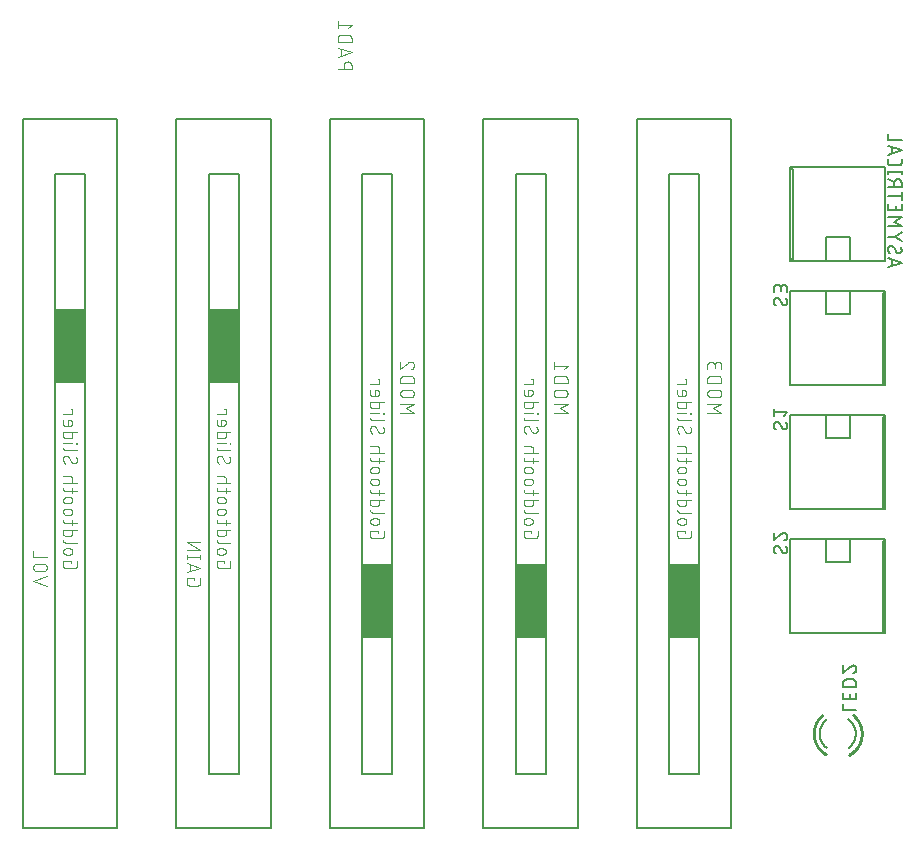
<source format=gbr>
G04 EAGLE Gerber X2 export*
%TF.Part,Single*%
%TF.FileFunction,Legend,Bot,1*%
%TF.FilePolarity,Positive*%
%TF.GenerationSoftware,Autodesk,EAGLE,9.2.0*%
%TF.CreationDate,2018-10-30T13:39:26Z*%
G75*
%MOMM*%
%FSLAX34Y34*%
%LPD*%
%INSilkscreen Bottom*%
%IPPOS*%
%AMOC8*
5,1,8,0,0,1.08239X$1,22.5*%
G01*
%ADD10C,0.127000*%
%ADD11R,2.540000X6.350000*%
%ADD12C,0.101600*%
%ADD13C,0.152400*%
%ADD14C,0.254000*%


D10*
X450000Y900000D02*
X530000Y900000D01*
X530000Y300000D01*
X450000Y300000D01*
X450000Y900000D01*
X477300Y346000D02*
X502700Y346000D01*
X477300Y346000D02*
X477300Y854000D01*
X502700Y854000D01*
X502700Y346000D01*
D11*
X490000Y492050D03*
D12*
X490649Y549788D02*
X490649Y551735D01*
X484158Y551735D01*
X484158Y547840D01*
X484160Y547741D01*
X484166Y547641D01*
X484175Y547542D01*
X484188Y547444D01*
X484205Y547346D01*
X484226Y547248D01*
X484251Y547152D01*
X484279Y547057D01*
X484311Y546963D01*
X484346Y546870D01*
X484385Y546778D01*
X484428Y546688D01*
X484473Y546600D01*
X484523Y546513D01*
X484575Y546429D01*
X484631Y546346D01*
X484689Y546266D01*
X484751Y546188D01*
X484816Y546113D01*
X484884Y546040D01*
X484954Y545970D01*
X485027Y545902D01*
X485102Y545837D01*
X485180Y545775D01*
X485260Y545717D01*
X485343Y545661D01*
X485427Y545609D01*
X485514Y545559D01*
X485602Y545514D01*
X485692Y545471D01*
X485784Y545432D01*
X485877Y545397D01*
X485971Y545365D01*
X486066Y545337D01*
X486162Y545312D01*
X486260Y545291D01*
X486358Y545274D01*
X486456Y545261D01*
X486555Y545252D01*
X486655Y545246D01*
X486754Y545244D01*
X493246Y545244D01*
X493246Y545245D02*
X493345Y545247D01*
X493445Y545253D01*
X493544Y545262D01*
X493642Y545275D01*
X493740Y545292D01*
X493838Y545313D01*
X493934Y545338D01*
X494029Y545366D01*
X494123Y545398D01*
X494216Y545433D01*
X494308Y545472D01*
X494398Y545515D01*
X494486Y545560D01*
X494573Y545610D01*
X494657Y545662D01*
X494740Y545718D01*
X494820Y545776D01*
X494898Y545838D01*
X494973Y545903D01*
X495046Y545971D01*
X495116Y546041D01*
X495184Y546114D01*
X495249Y546189D01*
X495311Y546267D01*
X495369Y546347D01*
X495425Y546430D01*
X495477Y546514D01*
X495527Y546601D01*
X495572Y546689D01*
X495615Y546779D01*
X495654Y546871D01*
X495689Y546963D01*
X495721Y547058D01*
X495749Y547153D01*
X495774Y547249D01*
X495795Y547347D01*
X495812Y547445D01*
X495825Y547543D01*
X495834Y547642D01*
X495840Y547742D01*
X495842Y547841D01*
X495842Y547840D02*
X495842Y551735D01*
X489351Y556942D02*
X486754Y556942D01*
X489351Y556943D02*
X489452Y556945D01*
X489552Y556951D01*
X489652Y556961D01*
X489752Y556974D01*
X489851Y556992D01*
X489950Y557013D01*
X490047Y557038D01*
X490144Y557067D01*
X490239Y557100D01*
X490333Y557136D01*
X490425Y557176D01*
X490516Y557219D01*
X490605Y557266D01*
X490692Y557316D01*
X490778Y557370D01*
X490861Y557427D01*
X490941Y557487D01*
X491020Y557550D01*
X491096Y557617D01*
X491169Y557686D01*
X491239Y557758D01*
X491307Y557832D01*
X491372Y557909D01*
X491433Y557989D01*
X491492Y558071D01*
X491547Y558155D01*
X491599Y558241D01*
X491648Y558329D01*
X491693Y558419D01*
X491735Y558511D01*
X491773Y558604D01*
X491807Y558699D01*
X491838Y558794D01*
X491865Y558891D01*
X491888Y558989D01*
X491908Y559088D01*
X491923Y559188D01*
X491935Y559288D01*
X491943Y559388D01*
X491947Y559489D01*
X491947Y559589D01*
X491943Y559690D01*
X491935Y559790D01*
X491923Y559890D01*
X491908Y559990D01*
X491888Y560089D01*
X491865Y560187D01*
X491838Y560284D01*
X491807Y560379D01*
X491773Y560474D01*
X491735Y560567D01*
X491693Y560659D01*
X491648Y560749D01*
X491599Y560837D01*
X491547Y560923D01*
X491492Y561007D01*
X491433Y561089D01*
X491372Y561169D01*
X491307Y561246D01*
X491239Y561320D01*
X491169Y561392D01*
X491096Y561461D01*
X491020Y561528D01*
X490941Y561591D01*
X490861Y561651D01*
X490778Y561708D01*
X490692Y561762D01*
X490605Y561812D01*
X490516Y561859D01*
X490425Y561902D01*
X490333Y561942D01*
X490239Y561978D01*
X490144Y562011D01*
X490047Y562040D01*
X489950Y562065D01*
X489851Y562086D01*
X489752Y562104D01*
X489652Y562117D01*
X489552Y562127D01*
X489452Y562133D01*
X489351Y562135D01*
X486754Y562135D01*
X486653Y562133D01*
X486553Y562127D01*
X486453Y562117D01*
X486353Y562104D01*
X486254Y562086D01*
X486155Y562065D01*
X486058Y562040D01*
X485961Y562011D01*
X485866Y561978D01*
X485772Y561942D01*
X485680Y561902D01*
X485589Y561859D01*
X485500Y561812D01*
X485413Y561762D01*
X485327Y561708D01*
X485244Y561651D01*
X485164Y561591D01*
X485085Y561528D01*
X485009Y561461D01*
X484936Y561392D01*
X484866Y561320D01*
X484798Y561246D01*
X484733Y561169D01*
X484672Y561089D01*
X484613Y561007D01*
X484558Y560923D01*
X484506Y560837D01*
X484457Y560749D01*
X484412Y560659D01*
X484370Y560567D01*
X484332Y560474D01*
X484298Y560379D01*
X484267Y560284D01*
X484240Y560187D01*
X484217Y560089D01*
X484197Y559990D01*
X484182Y559890D01*
X484170Y559790D01*
X484162Y559690D01*
X484158Y559589D01*
X484158Y559489D01*
X484162Y559388D01*
X484170Y559288D01*
X484182Y559188D01*
X484197Y559088D01*
X484217Y558989D01*
X484240Y558891D01*
X484267Y558794D01*
X484298Y558699D01*
X484332Y558604D01*
X484370Y558511D01*
X484412Y558419D01*
X484457Y558329D01*
X484506Y558241D01*
X484558Y558155D01*
X484613Y558071D01*
X484672Y557989D01*
X484733Y557909D01*
X484798Y557832D01*
X484866Y557758D01*
X484936Y557686D01*
X485009Y557617D01*
X485085Y557550D01*
X485164Y557487D01*
X485244Y557427D01*
X485327Y557370D01*
X485413Y557316D01*
X485500Y557266D01*
X485589Y557219D01*
X485680Y557176D01*
X485772Y557136D01*
X485866Y557100D01*
X485961Y557067D01*
X486058Y557038D01*
X486155Y557013D01*
X486254Y556992D01*
X486353Y556974D01*
X486453Y556961D01*
X486553Y556951D01*
X486653Y556945D01*
X486754Y556943D01*
X486105Y566998D02*
X495842Y566998D01*
X486105Y566998D02*
X486018Y567000D01*
X485930Y567006D01*
X485844Y567016D01*
X485757Y567029D01*
X485672Y567047D01*
X485587Y567068D01*
X485503Y567093D01*
X485421Y567122D01*
X485340Y567155D01*
X485260Y567191D01*
X485182Y567230D01*
X485106Y567274D01*
X485032Y567320D01*
X484961Y567370D01*
X484891Y567423D01*
X484824Y567479D01*
X484760Y567538D01*
X484698Y567600D01*
X484639Y567664D01*
X484583Y567731D01*
X484530Y567801D01*
X484480Y567872D01*
X484434Y567946D01*
X484390Y568022D01*
X484351Y568100D01*
X484315Y568180D01*
X484282Y568261D01*
X484253Y568343D01*
X484228Y568427D01*
X484207Y568512D01*
X484189Y568597D01*
X484176Y568684D01*
X484166Y568770D01*
X484160Y568858D01*
X484158Y568945D01*
X484158Y578078D02*
X495842Y578078D01*
X484158Y578078D02*
X484158Y574833D01*
X484160Y574746D01*
X484166Y574658D01*
X484176Y574572D01*
X484189Y574485D01*
X484207Y574400D01*
X484228Y574315D01*
X484253Y574231D01*
X484282Y574149D01*
X484315Y574068D01*
X484351Y573988D01*
X484390Y573910D01*
X484434Y573834D01*
X484480Y573760D01*
X484530Y573689D01*
X484583Y573619D01*
X484639Y573552D01*
X484698Y573488D01*
X484760Y573426D01*
X484824Y573367D01*
X484891Y573311D01*
X484961Y573258D01*
X485032Y573208D01*
X485106Y573162D01*
X485182Y573118D01*
X485260Y573079D01*
X485340Y573043D01*
X485421Y573010D01*
X485503Y572981D01*
X485587Y572956D01*
X485672Y572935D01*
X485757Y572917D01*
X485844Y572904D01*
X485930Y572894D01*
X486018Y572888D01*
X486105Y572886D01*
X486105Y572885D02*
X490000Y572885D01*
X490000Y572886D02*
X490087Y572888D01*
X490175Y572894D01*
X490261Y572904D01*
X490348Y572917D01*
X490433Y572935D01*
X490518Y572956D01*
X490602Y572981D01*
X490684Y573010D01*
X490765Y573043D01*
X490845Y573079D01*
X490923Y573118D01*
X490999Y573162D01*
X491073Y573208D01*
X491144Y573258D01*
X491214Y573311D01*
X491281Y573367D01*
X491345Y573426D01*
X491407Y573488D01*
X491466Y573552D01*
X491522Y573619D01*
X491575Y573689D01*
X491625Y573760D01*
X491671Y573834D01*
X491715Y573910D01*
X491754Y573988D01*
X491790Y574068D01*
X491823Y574149D01*
X491852Y574231D01*
X491877Y574315D01*
X491898Y574400D01*
X491916Y574485D01*
X491929Y574572D01*
X491939Y574658D01*
X491945Y574746D01*
X491947Y574833D01*
X491947Y578078D01*
X491947Y582264D02*
X491947Y586158D01*
X495842Y583562D02*
X486105Y583562D01*
X486018Y583564D01*
X485930Y583570D01*
X485844Y583580D01*
X485757Y583593D01*
X485672Y583611D01*
X485587Y583632D01*
X485503Y583657D01*
X485421Y583686D01*
X485340Y583719D01*
X485260Y583755D01*
X485182Y583794D01*
X485106Y583838D01*
X485032Y583884D01*
X484961Y583934D01*
X484891Y583987D01*
X484824Y584043D01*
X484760Y584102D01*
X484698Y584164D01*
X484639Y584228D01*
X484583Y584295D01*
X484530Y584365D01*
X484480Y584436D01*
X484434Y584510D01*
X484390Y584586D01*
X484351Y584664D01*
X484315Y584744D01*
X484282Y584825D01*
X484253Y584907D01*
X484228Y584991D01*
X484207Y585076D01*
X484189Y585161D01*
X484176Y585248D01*
X484166Y585334D01*
X484160Y585422D01*
X484158Y585509D01*
X484158Y586158D01*
X486754Y590470D02*
X489351Y590470D01*
X489452Y590472D01*
X489552Y590478D01*
X489652Y590488D01*
X489752Y590501D01*
X489851Y590519D01*
X489950Y590540D01*
X490047Y590565D01*
X490144Y590594D01*
X490239Y590627D01*
X490333Y590663D01*
X490425Y590703D01*
X490516Y590746D01*
X490605Y590793D01*
X490692Y590843D01*
X490778Y590897D01*
X490861Y590954D01*
X490941Y591014D01*
X491020Y591077D01*
X491096Y591144D01*
X491169Y591213D01*
X491239Y591285D01*
X491307Y591359D01*
X491372Y591436D01*
X491433Y591516D01*
X491492Y591598D01*
X491547Y591682D01*
X491599Y591768D01*
X491648Y591856D01*
X491693Y591946D01*
X491735Y592038D01*
X491773Y592131D01*
X491807Y592226D01*
X491838Y592321D01*
X491865Y592418D01*
X491888Y592516D01*
X491908Y592615D01*
X491923Y592715D01*
X491935Y592815D01*
X491943Y592915D01*
X491947Y593016D01*
X491947Y593116D01*
X491943Y593217D01*
X491935Y593317D01*
X491923Y593417D01*
X491908Y593517D01*
X491888Y593616D01*
X491865Y593714D01*
X491838Y593811D01*
X491807Y593906D01*
X491773Y594001D01*
X491735Y594094D01*
X491693Y594186D01*
X491648Y594276D01*
X491599Y594364D01*
X491547Y594450D01*
X491492Y594534D01*
X491433Y594616D01*
X491372Y594696D01*
X491307Y594773D01*
X491239Y594847D01*
X491169Y594919D01*
X491096Y594988D01*
X491020Y595055D01*
X490941Y595118D01*
X490861Y595178D01*
X490778Y595235D01*
X490692Y595289D01*
X490605Y595339D01*
X490516Y595386D01*
X490425Y595429D01*
X490333Y595469D01*
X490239Y595505D01*
X490144Y595538D01*
X490047Y595567D01*
X489950Y595592D01*
X489851Y595613D01*
X489752Y595631D01*
X489652Y595644D01*
X489552Y595654D01*
X489452Y595660D01*
X489351Y595662D01*
X489351Y595663D02*
X486754Y595663D01*
X486754Y595662D02*
X486653Y595660D01*
X486553Y595654D01*
X486453Y595644D01*
X486353Y595631D01*
X486254Y595613D01*
X486155Y595592D01*
X486058Y595567D01*
X485961Y595538D01*
X485866Y595505D01*
X485772Y595469D01*
X485680Y595429D01*
X485589Y595386D01*
X485500Y595339D01*
X485413Y595289D01*
X485327Y595235D01*
X485244Y595178D01*
X485164Y595118D01*
X485085Y595055D01*
X485009Y594988D01*
X484936Y594919D01*
X484866Y594847D01*
X484798Y594773D01*
X484733Y594696D01*
X484672Y594616D01*
X484613Y594534D01*
X484558Y594450D01*
X484506Y594364D01*
X484457Y594276D01*
X484412Y594186D01*
X484370Y594094D01*
X484332Y594001D01*
X484298Y593906D01*
X484267Y593811D01*
X484240Y593714D01*
X484217Y593616D01*
X484197Y593517D01*
X484182Y593417D01*
X484170Y593317D01*
X484162Y593217D01*
X484158Y593116D01*
X484158Y593016D01*
X484162Y592915D01*
X484170Y592815D01*
X484182Y592715D01*
X484197Y592615D01*
X484217Y592516D01*
X484240Y592418D01*
X484267Y592321D01*
X484298Y592226D01*
X484332Y592131D01*
X484370Y592038D01*
X484412Y591946D01*
X484457Y591856D01*
X484506Y591768D01*
X484558Y591682D01*
X484613Y591598D01*
X484672Y591516D01*
X484733Y591436D01*
X484798Y591359D01*
X484866Y591285D01*
X484936Y591213D01*
X485009Y591144D01*
X485085Y591077D01*
X485164Y591014D01*
X485244Y590954D01*
X485327Y590897D01*
X485413Y590843D01*
X485500Y590793D01*
X485589Y590746D01*
X485680Y590703D01*
X485772Y590663D01*
X485866Y590627D01*
X485961Y590594D01*
X486058Y590565D01*
X486155Y590540D01*
X486254Y590519D01*
X486353Y590501D01*
X486453Y590488D01*
X486553Y590478D01*
X486653Y590472D01*
X486754Y590470D01*
X486754Y600376D02*
X489351Y600376D01*
X489452Y600378D01*
X489552Y600384D01*
X489652Y600394D01*
X489752Y600407D01*
X489851Y600425D01*
X489950Y600446D01*
X490047Y600471D01*
X490144Y600500D01*
X490239Y600533D01*
X490333Y600569D01*
X490425Y600609D01*
X490516Y600652D01*
X490605Y600699D01*
X490692Y600749D01*
X490778Y600803D01*
X490861Y600860D01*
X490941Y600920D01*
X491020Y600983D01*
X491096Y601050D01*
X491169Y601119D01*
X491239Y601191D01*
X491307Y601265D01*
X491372Y601342D01*
X491433Y601422D01*
X491492Y601504D01*
X491547Y601588D01*
X491599Y601674D01*
X491648Y601762D01*
X491693Y601852D01*
X491735Y601944D01*
X491773Y602037D01*
X491807Y602132D01*
X491838Y602227D01*
X491865Y602324D01*
X491888Y602422D01*
X491908Y602521D01*
X491923Y602621D01*
X491935Y602721D01*
X491943Y602821D01*
X491947Y602922D01*
X491947Y603022D01*
X491943Y603123D01*
X491935Y603223D01*
X491923Y603323D01*
X491908Y603423D01*
X491888Y603522D01*
X491865Y603620D01*
X491838Y603717D01*
X491807Y603812D01*
X491773Y603907D01*
X491735Y604000D01*
X491693Y604092D01*
X491648Y604182D01*
X491599Y604270D01*
X491547Y604356D01*
X491492Y604440D01*
X491433Y604522D01*
X491372Y604602D01*
X491307Y604679D01*
X491239Y604753D01*
X491169Y604825D01*
X491096Y604894D01*
X491020Y604961D01*
X490941Y605024D01*
X490861Y605084D01*
X490778Y605141D01*
X490692Y605195D01*
X490605Y605245D01*
X490516Y605292D01*
X490425Y605335D01*
X490333Y605375D01*
X490239Y605411D01*
X490144Y605444D01*
X490047Y605473D01*
X489950Y605498D01*
X489851Y605519D01*
X489752Y605537D01*
X489652Y605550D01*
X489552Y605560D01*
X489452Y605566D01*
X489351Y605568D01*
X489351Y605569D02*
X486754Y605569D01*
X486754Y605568D02*
X486653Y605566D01*
X486553Y605560D01*
X486453Y605550D01*
X486353Y605537D01*
X486254Y605519D01*
X486155Y605498D01*
X486058Y605473D01*
X485961Y605444D01*
X485866Y605411D01*
X485772Y605375D01*
X485680Y605335D01*
X485589Y605292D01*
X485500Y605245D01*
X485413Y605195D01*
X485327Y605141D01*
X485244Y605084D01*
X485164Y605024D01*
X485085Y604961D01*
X485009Y604894D01*
X484936Y604825D01*
X484866Y604753D01*
X484798Y604679D01*
X484733Y604602D01*
X484672Y604522D01*
X484613Y604440D01*
X484558Y604356D01*
X484506Y604270D01*
X484457Y604182D01*
X484412Y604092D01*
X484370Y604000D01*
X484332Y603907D01*
X484298Y603812D01*
X484267Y603717D01*
X484240Y603620D01*
X484217Y603522D01*
X484197Y603423D01*
X484182Y603323D01*
X484170Y603223D01*
X484162Y603123D01*
X484158Y603022D01*
X484158Y602922D01*
X484162Y602821D01*
X484170Y602721D01*
X484182Y602621D01*
X484197Y602521D01*
X484217Y602422D01*
X484240Y602324D01*
X484267Y602227D01*
X484298Y602132D01*
X484332Y602037D01*
X484370Y601944D01*
X484412Y601852D01*
X484457Y601762D01*
X484506Y601674D01*
X484558Y601588D01*
X484613Y601504D01*
X484672Y601422D01*
X484733Y601342D01*
X484798Y601265D01*
X484866Y601191D01*
X484936Y601119D01*
X485009Y601050D01*
X485085Y600983D01*
X485164Y600920D01*
X485244Y600860D01*
X485327Y600803D01*
X485413Y600749D01*
X485500Y600699D01*
X485589Y600652D01*
X485680Y600609D01*
X485772Y600569D01*
X485866Y600533D01*
X485961Y600500D01*
X486058Y600471D01*
X486155Y600446D01*
X486254Y600425D01*
X486353Y600407D01*
X486453Y600394D01*
X486553Y600384D01*
X486653Y600378D01*
X486754Y600376D01*
X491947Y609315D02*
X491947Y613209D01*
X495842Y610613D02*
X486105Y610613D01*
X486018Y610615D01*
X485930Y610621D01*
X485844Y610631D01*
X485757Y610644D01*
X485672Y610662D01*
X485587Y610683D01*
X485503Y610708D01*
X485421Y610737D01*
X485340Y610770D01*
X485260Y610806D01*
X485182Y610845D01*
X485106Y610889D01*
X485032Y610935D01*
X484961Y610985D01*
X484891Y611038D01*
X484824Y611094D01*
X484760Y611153D01*
X484698Y611215D01*
X484639Y611279D01*
X484583Y611346D01*
X484530Y611416D01*
X484480Y611487D01*
X484434Y611561D01*
X484390Y611637D01*
X484351Y611715D01*
X484315Y611795D01*
X484282Y611876D01*
X484253Y611958D01*
X484228Y612042D01*
X484207Y612127D01*
X484189Y612212D01*
X484176Y612299D01*
X484166Y612385D01*
X484160Y612473D01*
X484158Y612560D01*
X484158Y613209D01*
X484158Y617902D02*
X495842Y617902D01*
X491947Y617902D02*
X491947Y621148D01*
X491945Y621235D01*
X491939Y621323D01*
X491929Y621409D01*
X491916Y621496D01*
X491898Y621581D01*
X491877Y621666D01*
X491852Y621750D01*
X491823Y621832D01*
X491790Y621913D01*
X491754Y621993D01*
X491715Y622071D01*
X491671Y622147D01*
X491625Y622221D01*
X491575Y622292D01*
X491522Y622362D01*
X491466Y622429D01*
X491407Y622493D01*
X491345Y622555D01*
X491281Y622614D01*
X491214Y622670D01*
X491144Y622723D01*
X491073Y622773D01*
X490999Y622819D01*
X490923Y622863D01*
X490845Y622902D01*
X490765Y622938D01*
X490684Y622971D01*
X490602Y623000D01*
X490518Y623025D01*
X490433Y623046D01*
X490348Y623064D01*
X490261Y623077D01*
X490175Y623087D01*
X490087Y623093D01*
X490000Y623095D01*
X484158Y623095D01*
X484158Y637912D02*
X484160Y638011D01*
X484166Y638111D01*
X484175Y638210D01*
X484188Y638308D01*
X484205Y638406D01*
X484226Y638504D01*
X484251Y638600D01*
X484279Y638695D01*
X484311Y638789D01*
X484346Y638882D01*
X484385Y638974D01*
X484428Y639064D01*
X484473Y639152D01*
X484523Y639239D01*
X484575Y639323D01*
X484631Y639406D01*
X484689Y639486D01*
X484751Y639564D01*
X484816Y639639D01*
X484884Y639712D01*
X484954Y639782D01*
X485027Y639850D01*
X485102Y639915D01*
X485180Y639977D01*
X485260Y640035D01*
X485343Y640091D01*
X485427Y640143D01*
X485514Y640193D01*
X485602Y640238D01*
X485692Y640281D01*
X485784Y640320D01*
X485877Y640355D01*
X485971Y640387D01*
X486066Y640415D01*
X486162Y640440D01*
X486260Y640461D01*
X486358Y640478D01*
X486456Y640491D01*
X486555Y640500D01*
X486655Y640506D01*
X486754Y640508D01*
X484158Y637912D02*
X484160Y637768D01*
X484166Y637623D01*
X484175Y637479D01*
X484188Y637336D01*
X484205Y637192D01*
X484226Y637049D01*
X484251Y636907D01*
X484279Y636766D01*
X484311Y636625D01*
X484347Y636485D01*
X484386Y636346D01*
X484429Y636208D01*
X484476Y636072D01*
X484526Y635936D01*
X484580Y635802D01*
X484637Y635670D01*
X484698Y635539D01*
X484762Y635410D01*
X484830Y635282D01*
X484900Y635156D01*
X484975Y635032D01*
X485052Y634911D01*
X485133Y634791D01*
X485216Y634673D01*
X485303Y634558D01*
X485393Y634445D01*
X485486Y634334D01*
X485581Y634226D01*
X485680Y634120D01*
X485781Y634017D01*
X493246Y634342D02*
X493345Y634344D01*
X493445Y634350D01*
X493544Y634359D01*
X493642Y634372D01*
X493740Y634389D01*
X493838Y634410D01*
X493934Y634435D01*
X494029Y634463D01*
X494123Y634495D01*
X494216Y634530D01*
X494308Y634569D01*
X494398Y634612D01*
X494486Y634657D01*
X494573Y634707D01*
X494657Y634759D01*
X494740Y634815D01*
X494820Y634873D01*
X494898Y634935D01*
X494973Y635000D01*
X495046Y635068D01*
X495116Y635138D01*
X495184Y635211D01*
X495249Y635286D01*
X495311Y635364D01*
X495369Y635444D01*
X495425Y635527D01*
X495477Y635611D01*
X495527Y635698D01*
X495572Y635786D01*
X495615Y635876D01*
X495654Y635968D01*
X495689Y636061D01*
X495721Y636155D01*
X495749Y636250D01*
X495774Y636347D01*
X495795Y636444D01*
X495812Y636542D01*
X495825Y636640D01*
X495834Y636739D01*
X495840Y636839D01*
X495842Y636938D01*
X495840Y637074D01*
X495834Y637210D01*
X495825Y637346D01*
X495812Y637482D01*
X495794Y637617D01*
X495774Y637751D01*
X495749Y637885D01*
X495721Y638019D01*
X495688Y638151D01*
X495653Y638282D01*
X495613Y638413D01*
X495570Y638542D01*
X495524Y638670D01*
X495473Y638796D01*
X495420Y638922D01*
X495362Y639045D01*
X495302Y639167D01*
X495238Y639287D01*
X495170Y639406D01*
X495100Y639522D01*
X495026Y639636D01*
X494949Y639749D01*
X494868Y639859D01*
X490974Y635639D02*
X491027Y635553D01*
X491084Y635469D01*
X491143Y635387D01*
X491206Y635307D01*
X491272Y635230D01*
X491340Y635155D01*
X491412Y635083D01*
X491486Y635014D01*
X491563Y634948D01*
X491642Y634885D01*
X491724Y634825D01*
X491808Y634768D01*
X491894Y634714D01*
X491982Y634664D01*
X492072Y634617D01*
X492163Y634573D01*
X492257Y634534D01*
X492351Y634497D01*
X492447Y634465D01*
X492545Y634436D01*
X492643Y634411D01*
X492742Y634390D01*
X492842Y634372D01*
X492942Y634359D01*
X493043Y634349D01*
X493145Y634343D01*
X493246Y634341D01*
X489026Y639210D02*
X488973Y639296D01*
X488916Y639380D01*
X488857Y639462D01*
X488794Y639542D01*
X488728Y639619D01*
X488660Y639694D01*
X488588Y639766D01*
X488514Y639835D01*
X488437Y639901D01*
X488358Y639964D01*
X488276Y640024D01*
X488192Y640081D01*
X488106Y640135D01*
X488018Y640185D01*
X487928Y640232D01*
X487837Y640276D01*
X487743Y640315D01*
X487649Y640352D01*
X487553Y640384D01*
X487455Y640413D01*
X487357Y640438D01*
X487258Y640459D01*
X487158Y640477D01*
X487058Y640490D01*
X486957Y640500D01*
X486855Y640506D01*
X486754Y640508D01*
X489026Y639210D02*
X490974Y635640D01*
X495842Y645103D02*
X486105Y645103D01*
X486018Y645105D01*
X485930Y645111D01*
X485844Y645121D01*
X485757Y645134D01*
X485672Y645152D01*
X485587Y645173D01*
X485503Y645198D01*
X485421Y645227D01*
X485340Y645260D01*
X485260Y645296D01*
X485182Y645335D01*
X485106Y645379D01*
X485032Y645425D01*
X484961Y645475D01*
X484891Y645528D01*
X484824Y645584D01*
X484760Y645643D01*
X484698Y645705D01*
X484639Y645769D01*
X484583Y645836D01*
X484530Y645906D01*
X484480Y645977D01*
X484434Y646051D01*
X484390Y646127D01*
X484351Y646205D01*
X484315Y646285D01*
X484282Y646366D01*
X484253Y646448D01*
X484228Y646532D01*
X484207Y646617D01*
X484189Y646702D01*
X484176Y646789D01*
X484166Y646875D01*
X484160Y646963D01*
X484158Y647050D01*
X484158Y650978D02*
X491947Y650978D01*
X495193Y650654D02*
X495842Y650654D01*
X495842Y651303D01*
X495193Y651303D01*
X495193Y650654D01*
X495842Y660755D02*
X484158Y660755D01*
X484158Y657509D01*
X484160Y657422D01*
X484166Y657334D01*
X484176Y657248D01*
X484189Y657161D01*
X484207Y657076D01*
X484228Y656991D01*
X484253Y656907D01*
X484282Y656825D01*
X484315Y656744D01*
X484351Y656664D01*
X484390Y656586D01*
X484434Y656510D01*
X484480Y656436D01*
X484530Y656365D01*
X484583Y656295D01*
X484639Y656228D01*
X484698Y656164D01*
X484760Y656102D01*
X484824Y656043D01*
X484891Y655987D01*
X484961Y655934D01*
X485032Y655884D01*
X485106Y655838D01*
X485182Y655794D01*
X485260Y655755D01*
X485340Y655719D01*
X485421Y655686D01*
X485503Y655657D01*
X485587Y655632D01*
X485672Y655611D01*
X485757Y655593D01*
X485844Y655580D01*
X485930Y655570D01*
X486018Y655564D01*
X486105Y655562D01*
X490000Y655562D01*
X490087Y655564D01*
X490175Y655570D01*
X490261Y655580D01*
X490348Y655593D01*
X490433Y655611D01*
X490518Y655632D01*
X490602Y655657D01*
X490684Y655686D01*
X490765Y655719D01*
X490845Y655755D01*
X490923Y655794D01*
X490999Y655838D01*
X491073Y655884D01*
X491144Y655934D01*
X491214Y655987D01*
X491281Y656043D01*
X491345Y656102D01*
X491407Y656164D01*
X491466Y656228D01*
X491522Y656295D01*
X491575Y656365D01*
X491625Y656436D01*
X491671Y656510D01*
X491715Y656586D01*
X491754Y656664D01*
X491790Y656744D01*
X491823Y656825D01*
X491852Y656907D01*
X491877Y656991D01*
X491898Y657076D01*
X491916Y657161D01*
X491929Y657248D01*
X491939Y657334D01*
X491945Y657422D01*
X491947Y657509D01*
X491947Y660755D01*
X484158Y667855D02*
X484158Y671101D01*
X484158Y667855D02*
X484160Y667768D01*
X484166Y667680D01*
X484176Y667594D01*
X484189Y667507D01*
X484207Y667422D01*
X484228Y667337D01*
X484253Y667253D01*
X484282Y667171D01*
X484315Y667090D01*
X484351Y667010D01*
X484390Y666932D01*
X484434Y666856D01*
X484480Y666782D01*
X484530Y666711D01*
X484583Y666641D01*
X484639Y666574D01*
X484698Y666510D01*
X484760Y666448D01*
X484824Y666389D01*
X484891Y666333D01*
X484961Y666280D01*
X485032Y666230D01*
X485106Y666184D01*
X485182Y666140D01*
X485260Y666101D01*
X485340Y666065D01*
X485421Y666032D01*
X485503Y666003D01*
X485587Y665978D01*
X485672Y665957D01*
X485757Y665939D01*
X485844Y665926D01*
X485930Y665916D01*
X486018Y665910D01*
X486105Y665908D01*
X489351Y665908D01*
X489452Y665910D01*
X489552Y665916D01*
X489652Y665926D01*
X489752Y665939D01*
X489851Y665957D01*
X489950Y665978D01*
X490047Y666003D01*
X490144Y666032D01*
X490239Y666065D01*
X490333Y666101D01*
X490425Y666141D01*
X490516Y666184D01*
X490605Y666231D01*
X490692Y666281D01*
X490778Y666335D01*
X490861Y666392D01*
X490941Y666452D01*
X491020Y666515D01*
X491096Y666582D01*
X491169Y666651D01*
X491239Y666723D01*
X491307Y666797D01*
X491372Y666874D01*
X491433Y666954D01*
X491492Y667036D01*
X491547Y667120D01*
X491599Y667206D01*
X491648Y667294D01*
X491693Y667384D01*
X491735Y667476D01*
X491773Y667569D01*
X491807Y667664D01*
X491838Y667759D01*
X491865Y667856D01*
X491888Y667954D01*
X491908Y668053D01*
X491923Y668153D01*
X491935Y668253D01*
X491943Y668353D01*
X491947Y668454D01*
X491947Y668554D01*
X491943Y668655D01*
X491935Y668755D01*
X491923Y668855D01*
X491908Y668955D01*
X491888Y669054D01*
X491865Y669152D01*
X491838Y669249D01*
X491807Y669344D01*
X491773Y669439D01*
X491735Y669532D01*
X491693Y669624D01*
X491648Y669714D01*
X491599Y669802D01*
X491547Y669888D01*
X491492Y669972D01*
X491433Y670054D01*
X491372Y670134D01*
X491307Y670211D01*
X491239Y670285D01*
X491169Y670357D01*
X491096Y670426D01*
X491020Y670493D01*
X490941Y670556D01*
X490861Y670616D01*
X490778Y670673D01*
X490692Y670727D01*
X490605Y670777D01*
X490516Y670824D01*
X490425Y670867D01*
X490333Y670907D01*
X490239Y670943D01*
X490144Y670976D01*
X490047Y671005D01*
X489950Y671030D01*
X489851Y671051D01*
X489752Y671069D01*
X489652Y671082D01*
X489552Y671092D01*
X489452Y671098D01*
X489351Y671100D01*
X489351Y671101D02*
X488053Y671101D01*
X488053Y665908D01*
X484158Y676261D02*
X491947Y676261D01*
X491947Y680156D01*
X490649Y680156D01*
X509558Y651407D02*
X521242Y651407D01*
X514751Y655302D01*
X521242Y659196D01*
X509558Y659196D01*
X512804Y664629D02*
X517996Y664629D01*
X518109Y664631D01*
X518222Y664637D01*
X518335Y664647D01*
X518448Y664661D01*
X518560Y664678D01*
X518671Y664700D01*
X518781Y664725D01*
X518891Y664755D01*
X518999Y664788D01*
X519106Y664825D01*
X519212Y664865D01*
X519316Y664910D01*
X519419Y664958D01*
X519520Y665009D01*
X519619Y665064D01*
X519716Y665122D01*
X519811Y665184D01*
X519904Y665249D01*
X519994Y665317D01*
X520082Y665388D01*
X520168Y665463D01*
X520251Y665540D01*
X520331Y665620D01*
X520408Y665703D01*
X520483Y665789D01*
X520554Y665877D01*
X520622Y665967D01*
X520687Y666060D01*
X520749Y666155D01*
X520807Y666252D01*
X520862Y666351D01*
X520913Y666452D01*
X520961Y666555D01*
X521006Y666659D01*
X521046Y666765D01*
X521083Y666872D01*
X521116Y666980D01*
X521146Y667090D01*
X521171Y667200D01*
X521193Y667311D01*
X521210Y667423D01*
X521224Y667536D01*
X521234Y667649D01*
X521240Y667762D01*
X521242Y667875D01*
X521240Y667988D01*
X521234Y668101D01*
X521224Y668214D01*
X521210Y668327D01*
X521193Y668439D01*
X521171Y668550D01*
X521146Y668660D01*
X521116Y668770D01*
X521083Y668878D01*
X521046Y668985D01*
X521006Y669091D01*
X520961Y669195D01*
X520913Y669298D01*
X520862Y669399D01*
X520807Y669498D01*
X520749Y669595D01*
X520687Y669690D01*
X520622Y669783D01*
X520554Y669873D01*
X520483Y669961D01*
X520408Y670047D01*
X520331Y670130D01*
X520251Y670210D01*
X520168Y670287D01*
X520082Y670362D01*
X519994Y670433D01*
X519904Y670501D01*
X519811Y670566D01*
X519716Y670628D01*
X519619Y670686D01*
X519520Y670741D01*
X519419Y670792D01*
X519316Y670840D01*
X519212Y670885D01*
X519106Y670925D01*
X518999Y670962D01*
X518891Y670995D01*
X518781Y671025D01*
X518671Y671050D01*
X518560Y671072D01*
X518448Y671089D01*
X518335Y671103D01*
X518222Y671113D01*
X518109Y671119D01*
X517996Y671121D01*
X517996Y671120D02*
X512804Y671120D01*
X512804Y671121D02*
X512691Y671119D01*
X512578Y671113D01*
X512465Y671103D01*
X512352Y671089D01*
X512240Y671072D01*
X512129Y671050D01*
X512019Y671025D01*
X511909Y670995D01*
X511801Y670962D01*
X511694Y670925D01*
X511588Y670885D01*
X511484Y670840D01*
X511381Y670792D01*
X511280Y670741D01*
X511181Y670686D01*
X511084Y670628D01*
X510989Y670566D01*
X510896Y670501D01*
X510806Y670433D01*
X510718Y670362D01*
X510632Y670287D01*
X510549Y670210D01*
X510469Y670130D01*
X510392Y670047D01*
X510317Y669961D01*
X510246Y669873D01*
X510178Y669783D01*
X510113Y669690D01*
X510051Y669595D01*
X509993Y669498D01*
X509938Y669399D01*
X509887Y669298D01*
X509839Y669195D01*
X509794Y669091D01*
X509754Y668985D01*
X509717Y668878D01*
X509684Y668770D01*
X509654Y668660D01*
X509629Y668550D01*
X509607Y668439D01*
X509590Y668327D01*
X509576Y668214D01*
X509566Y668101D01*
X509560Y667988D01*
X509558Y667875D01*
X509560Y667762D01*
X509566Y667649D01*
X509576Y667536D01*
X509590Y667423D01*
X509607Y667311D01*
X509629Y667200D01*
X509654Y667090D01*
X509684Y666980D01*
X509717Y666872D01*
X509754Y666765D01*
X509794Y666659D01*
X509839Y666555D01*
X509887Y666452D01*
X509938Y666351D01*
X509993Y666252D01*
X510051Y666155D01*
X510113Y666060D01*
X510178Y665967D01*
X510246Y665877D01*
X510317Y665789D01*
X510392Y665703D01*
X510469Y665620D01*
X510549Y665540D01*
X510632Y665463D01*
X510718Y665388D01*
X510806Y665317D01*
X510896Y665249D01*
X510989Y665184D01*
X511084Y665122D01*
X511181Y665064D01*
X511280Y665009D01*
X511381Y664958D01*
X511484Y664910D01*
X511588Y664865D01*
X511694Y664825D01*
X511801Y664788D01*
X511909Y664755D01*
X512019Y664725D01*
X512129Y664700D01*
X512240Y664678D01*
X512352Y664661D01*
X512465Y664647D01*
X512578Y664637D01*
X512691Y664631D01*
X512804Y664629D01*
X509558Y676440D02*
X521242Y676440D01*
X521242Y679685D01*
X521240Y679798D01*
X521234Y679911D01*
X521224Y680024D01*
X521210Y680137D01*
X521193Y680249D01*
X521171Y680360D01*
X521146Y680470D01*
X521116Y680580D01*
X521083Y680688D01*
X521046Y680795D01*
X521006Y680901D01*
X520961Y681005D01*
X520913Y681108D01*
X520862Y681209D01*
X520807Y681308D01*
X520749Y681405D01*
X520687Y681500D01*
X520622Y681593D01*
X520554Y681683D01*
X520483Y681771D01*
X520408Y681857D01*
X520331Y681940D01*
X520251Y682020D01*
X520168Y682097D01*
X520082Y682172D01*
X519994Y682243D01*
X519904Y682311D01*
X519811Y682376D01*
X519716Y682438D01*
X519619Y682496D01*
X519520Y682551D01*
X519419Y682602D01*
X519316Y682650D01*
X519212Y682695D01*
X519106Y682735D01*
X518999Y682772D01*
X518891Y682805D01*
X518781Y682835D01*
X518671Y682860D01*
X518560Y682882D01*
X518448Y682899D01*
X518335Y682913D01*
X518222Y682923D01*
X518109Y682929D01*
X517996Y682931D01*
X512804Y682931D01*
X512691Y682929D01*
X512578Y682923D01*
X512465Y682913D01*
X512352Y682899D01*
X512240Y682882D01*
X512129Y682860D01*
X512019Y682835D01*
X511909Y682805D01*
X511801Y682772D01*
X511694Y682735D01*
X511588Y682695D01*
X511484Y682650D01*
X511381Y682602D01*
X511280Y682551D01*
X511181Y682496D01*
X511084Y682438D01*
X510989Y682376D01*
X510896Y682311D01*
X510806Y682243D01*
X510718Y682172D01*
X510632Y682097D01*
X510549Y682020D01*
X510469Y681940D01*
X510392Y681857D01*
X510317Y681771D01*
X510246Y681683D01*
X510178Y681593D01*
X510113Y681500D01*
X510051Y681405D01*
X509993Y681308D01*
X509938Y681209D01*
X509887Y681108D01*
X509839Y681005D01*
X509794Y680901D01*
X509754Y680795D01*
X509717Y680688D01*
X509684Y680580D01*
X509654Y680470D01*
X509629Y680360D01*
X509607Y680249D01*
X509590Y680137D01*
X509576Y680024D01*
X509566Y679911D01*
X509560Y679798D01*
X509558Y679685D01*
X509558Y676440D01*
X518646Y688251D02*
X521242Y691496D01*
X509558Y691496D01*
X509558Y688251D02*
X509558Y694742D01*
D10*
X400000Y900000D02*
X320000Y900000D01*
X400000Y900000D02*
X400000Y300000D01*
X320000Y300000D01*
X320000Y900000D01*
X347300Y346000D02*
X372700Y346000D01*
X347300Y346000D02*
X347300Y854000D01*
X372700Y854000D01*
X372700Y346000D01*
D11*
X360000Y492050D03*
D12*
X360649Y549788D02*
X360649Y551735D01*
X354158Y551735D01*
X354158Y547840D01*
X354160Y547741D01*
X354166Y547641D01*
X354175Y547542D01*
X354188Y547444D01*
X354205Y547346D01*
X354226Y547248D01*
X354251Y547152D01*
X354279Y547057D01*
X354311Y546963D01*
X354346Y546870D01*
X354385Y546778D01*
X354428Y546688D01*
X354473Y546600D01*
X354523Y546513D01*
X354575Y546429D01*
X354631Y546346D01*
X354689Y546266D01*
X354751Y546188D01*
X354816Y546113D01*
X354884Y546040D01*
X354954Y545970D01*
X355027Y545902D01*
X355102Y545837D01*
X355180Y545775D01*
X355260Y545717D01*
X355343Y545661D01*
X355427Y545609D01*
X355514Y545559D01*
X355602Y545514D01*
X355692Y545471D01*
X355784Y545432D01*
X355877Y545397D01*
X355971Y545365D01*
X356066Y545337D01*
X356162Y545312D01*
X356260Y545291D01*
X356358Y545274D01*
X356456Y545261D01*
X356555Y545252D01*
X356655Y545246D01*
X356754Y545244D01*
X363246Y545244D01*
X363246Y545245D02*
X363345Y545247D01*
X363445Y545253D01*
X363544Y545262D01*
X363642Y545275D01*
X363740Y545292D01*
X363838Y545313D01*
X363934Y545338D01*
X364029Y545366D01*
X364123Y545398D01*
X364216Y545433D01*
X364308Y545472D01*
X364398Y545515D01*
X364486Y545560D01*
X364573Y545610D01*
X364657Y545662D01*
X364740Y545718D01*
X364820Y545776D01*
X364898Y545838D01*
X364973Y545903D01*
X365046Y545971D01*
X365116Y546041D01*
X365184Y546114D01*
X365249Y546189D01*
X365311Y546267D01*
X365369Y546347D01*
X365425Y546430D01*
X365477Y546514D01*
X365527Y546601D01*
X365572Y546689D01*
X365615Y546779D01*
X365654Y546871D01*
X365689Y546963D01*
X365721Y547058D01*
X365749Y547153D01*
X365774Y547249D01*
X365795Y547347D01*
X365812Y547445D01*
X365825Y547543D01*
X365834Y547642D01*
X365840Y547742D01*
X365842Y547841D01*
X365842Y547840D02*
X365842Y551735D01*
X359351Y556942D02*
X356754Y556942D01*
X359351Y556943D02*
X359452Y556945D01*
X359552Y556951D01*
X359652Y556961D01*
X359752Y556974D01*
X359851Y556992D01*
X359950Y557013D01*
X360047Y557038D01*
X360144Y557067D01*
X360239Y557100D01*
X360333Y557136D01*
X360425Y557176D01*
X360516Y557219D01*
X360605Y557266D01*
X360692Y557316D01*
X360778Y557370D01*
X360861Y557427D01*
X360941Y557487D01*
X361020Y557550D01*
X361096Y557617D01*
X361169Y557686D01*
X361239Y557758D01*
X361307Y557832D01*
X361372Y557909D01*
X361433Y557989D01*
X361492Y558071D01*
X361547Y558155D01*
X361599Y558241D01*
X361648Y558329D01*
X361693Y558419D01*
X361735Y558511D01*
X361773Y558604D01*
X361807Y558699D01*
X361838Y558794D01*
X361865Y558891D01*
X361888Y558989D01*
X361908Y559088D01*
X361923Y559188D01*
X361935Y559288D01*
X361943Y559388D01*
X361947Y559489D01*
X361947Y559589D01*
X361943Y559690D01*
X361935Y559790D01*
X361923Y559890D01*
X361908Y559990D01*
X361888Y560089D01*
X361865Y560187D01*
X361838Y560284D01*
X361807Y560379D01*
X361773Y560474D01*
X361735Y560567D01*
X361693Y560659D01*
X361648Y560749D01*
X361599Y560837D01*
X361547Y560923D01*
X361492Y561007D01*
X361433Y561089D01*
X361372Y561169D01*
X361307Y561246D01*
X361239Y561320D01*
X361169Y561392D01*
X361096Y561461D01*
X361020Y561528D01*
X360941Y561591D01*
X360861Y561651D01*
X360778Y561708D01*
X360692Y561762D01*
X360605Y561812D01*
X360516Y561859D01*
X360425Y561902D01*
X360333Y561942D01*
X360239Y561978D01*
X360144Y562011D01*
X360047Y562040D01*
X359950Y562065D01*
X359851Y562086D01*
X359752Y562104D01*
X359652Y562117D01*
X359552Y562127D01*
X359452Y562133D01*
X359351Y562135D01*
X356754Y562135D01*
X356653Y562133D01*
X356553Y562127D01*
X356453Y562117D01*
X356353Y562104D01*
X356254Y562086D01*
X356155Y562065D01*
X356058Y562040D01*
X355961Y562011D01*
X355866Y561978D01*
X355772Y561942D01*
X355680Y561902D01*
X355589Y561859D01*
X355500Y561812D01*
X355413Y561762D01*
X355327Y561708D01*
X355244Y561651D01*
X355164Y561591D01*
X355085Y561528D01*
X355009Y561461D01*
X354936Y561392D01*
X354866Y561320D01*
X354798Y561246D01*
X354733Y561169D01*
X354672Y561089D01*
X354613Y561007D01*
X354558Y560923D01*
X354506Y560837D01*
X354457Y560749D01*
X354412Y560659D01*
X354370Y560567D01*
X354332Y560474D01*
X354298Y560379D01*
X354267Y560284D01*
X354240Y560187D01*
X354217Y560089D01*
X354197Y559990D01*
X354182Y559890D01*
X354170Y559790D01*
X354162Y559690D01*
X354158Y559589D01*
X354158Y559489D01*
X354162Y559388D01*
X354170Y559288D01*
X354182Y559188D01*
X354197Y559088D01*
X354217Y558989D01*
X354240Y558891D01*
X354267Y558794D01*
X354298Y558699D01*
X354332Y558604D01*
X354370Y558511D01*
X354412Y558419D01*
X354457Y558329D01*
X354506Y558241D01*
X354558Y558155D01*
X354613Y558071D01*
X354672Y557989D01*
X354733Y557909D01*
X354798Y557832D01*
X354866Y557758D01*
X354936Y557686D01*
X355009Y557617D01*
X355085Y557550D01*
X355164Y557487D01*
X355244Y557427D01*
X355327Y557370D01*
X355413Y557316D01*
X355500Y557266D01*
X355589Y557219D01*
X355680Y557176D01*
X355772Y557136D01*
X355866Y557100D01*
X355961Y557067D01*
X356058Y557038D01*
X356155Y557013D01*
X356254Y556992D01*
X356353Y556974D01*
X356453Y556961D01*
X356553Y556951D01*
X356653Y556945D01*
X356754Y556943D01*
X356105Y566998D02*
X365842Y566998D01*
X356105Y566998D02*
X356018Y567000D01*
X355930Y567006D01*
X355844Y567016D01*
X355757Y567029D01*
X355672Y567047D01*
X355587Y567068D01*
X355503Y567093D01*
X355421Y567122D01*
X355340Y567155D01*
X355260Y567191D01*
X355182Y567230D01*
X355106Y567274D01*
X355032Y567320D01*
X354961Y567370D01*
X354891Y567423D01*
X354824Y567479D01*
X354760Y567538D01*
X354698Y567600D01*
X354639Y567664D01*
X354583Y567731D01*
X354530Y567801D01*
X354480Y567872D01*
X354434Y567946D01*
X354390Y568022D01*
X354351Y568100D01*
X354315Y568180D01*
X354282Y568261D01*
X354253Y568343D01*
X354228Y568427D01*
X354207Y568512D01*
X354189Y568597D01*
X354176Y568684D01*
X354166Y568770D01*
X354160Y568858D01*
X354158Y568945D01*
X354158Y578078D02*
X365842Y578078D01*
X354158Y578078D02*
X354158Y574833D01*
X354160Y574746D01*
X354166Y574658D01*
X354176Y574572D01*
X354189Y574485D01*
X354207Y574400D01*
X354228Y574315D01*
X354253Y574231D01*
X354282Y574149D01*
X354315Y574068D01*
X354351Y573988D01*
X354390Y573910D01*
X354434Y573834D01*
X354480Y573760D01*
X354530Y573689D01*
X354583Y573619D01*
X354639Y573552D01*
X354698Y573488D01*
X354760Y573426D01*
X354824Y573367D01*
X354891Y573311D01*
X354961Y573258D01*
X355032Y573208D01*
X355106Y573162D01*
X355182Y573118D01*
X355260Y573079D01*
X355340Y573043D01*
X355421Y573010D01*
X355503Y572981D01*
X355587Y572956D01*
X355672Y572935D01*
X355757Y572917D01*
X355844Y572904D01*
X355930Y572894D01*
X356018Y572888D01*
X356105Y572886D01*
X356105Y572885D02*
X360000Y572885D01*
X360000Y572886D02*
X360087Y572888D01*
X360175Y572894D01*
X360261Y572904D01*
X360348Y572917D01*
X360433Y572935D01*
X360518Y572956D01*
X360602Y572981D01*
X360684Y573010D01*
X360765Y573043D01*
X360845Y573079D01*
X360923Y573118D01*
X360999Y573162D01*
X361073Y573208D01*
X361144Y573258D01*
X361214Y573311D01*
X361281Y573367D01*
X361345Y573426D01*
X361407Y573488D01*
X361466Y573552D01*
X361522Y573619D01*
X361575Y573689D01*
X361625Y573760D01*
X361671Y573834D01*
X361715Y573910D01*
X361754Y573988D01*
X361790Y574068D01*
X361823Y574149D01*
X361852Y574231D01*
X361877Y574315D01*
X361898Y574400D01*
X361916Y574485D01*
X361929Y574572D01*
X361939Y574658D01*
X361945Y574746D01*
X361947Y574833D01*
X361947Y578078D01*
X361947Y582264D02*
X361947Y586158D01*
X365842Y583562D02*
X356105Y583562D01*
X356018Y583564D01*
X355930Y583570D01*
X355844Y583580D01*
X355757Y583593D01*
X355672Y583611D01*
X355587Y583632D01*
X355503Y583657D01*
X355421Y583686D01*
X355340Y583719D01*
X355260Y583755D01*
X355182Y583794D01*
X355106Y583838D01*
X355032Y583884D01*
X354961Y583934D01*
X354891Y583987D01*
X354824Y584043D01*
X354760Y584102D01*
X354698Y584164D01*
X354639Y584228D01*
X354583Y584295D01*
X354530Y584365D01*
X354480Y584436D01*
X354434Y584510D01*
X354390Y584586D01*
X354351Y584664D01*
X354315Y584744D01*
X354282Y584825D01*
X354253Y584907D01*
X354228Y584991D01*
X354207Y585076D01*
X354189Y585161D01*
X354176Y585248D01*
X354166Y585334D01*
X354160Y585422D01*
X354158Y585509D01*
X354158Y586158D01*
X356754Y590470D02*
X359351Y590470D01*
X359452Y590472D01*
X359552Y590478D01*
X359652Y590488D01*
X359752Y590501D01*
X359851Y590519D01*
X359950Y590540D01*
X360047Y590565D01*
X360144Y590594D01*
X360239Y590627D01*
X360333Y590663D01*
X360425Y590703D01*
X360516Y590746D01*
X360605Y590793D01*
X360692Y590843D01*
X360778Y590897D01*
X360861Y590954D01*
X360941Y591014D01*
X361020Y591077D01*
X361096Y591144D01*
X361169Y591213D01*
X361239Y591285D01*
X361307Y591359D01*
X361372Y591436D01*
X361433Y591516D01*
X361492Y591598D01*
X361547Y591682D01*
X361599Y591768D01*
X361648Y591856D01*
X361693Y591946D01*
X361735Y592038D01*
X361773Y592131D01*
X361807Y592226D01*
X361838Y592321D01*
X361865Y592418D01*
X361888Y592516D01*
X361908Y592615D01*
X361923Y592715D01*
X361935Y592815D01*
X361943Y592915D01*
X361947Y593016D01*
X361947Y593116D01*
X361943Y593217D01*
X361935Y593317D01*
X361923Y593417D01*
X361908Y593517D01*
X361888Y593616D01*
X361865Y593714D01*
X361838Y593811D01*
X361807Y593906D01*
X361773Y594001D01*
X361735Y594094D01*
X361693Y594186D01*
X361648Y594276D01*
X361599Y594364D01*
X361547Y594450D01*
X361492Y594534D01*
X361433Y594616D01*
X361372Y594696D01*
X361307Y594773D01*
X361239Y594847D01*
X361169Y594919D01*
X361096Y594988D01*
X361020Y595055D01*
X360941Y595118D01*
X360861Y595178D01*
X360778Y595235D01*
X360692Y595289D01*
X360605Y595339D01*
X360516Y595386D01*
X360425Y595429D01*
X360333Y595469D01*
X360239Y595505D01*
X360144Y595538D01*
X360047Y595567D01*
X359950Y595592D01*
X359851Y595613D01*
X359752Y595631D01*
X359652Y595644D01*
X359552Y595654D01*
X359452Y595660D01*
X359351Y595662D01*
X359351Y595663D02*
X356754Y595663D01*
X356754Y595662D02*
X356653Y595660D01*
X356553Y595654D01*
X356453Y595644D01*
X356353Y595631D01*
X356254Y595613D01*
X356155Y595592D01*
X356058Y595567D01*
X355961Y595538D01*
X355866Y595505D01*
X355772Y595469D01*
X355680Y595429D01*
X355589Y595386D01*
X355500Y595339D01*
X355413Y595289D01*
X355327Y595235D01*
X355244Y595178D01*
X355164Y595118D01*
X355085Y595055D01*
X355009Y594988D01*
X354936Y594919D01*
X354866Y594847D01*
X354798Y594773D01*
X354733Y594696D01*
X354672Y594616D01*
X354613Y594534D01*
X354558Y594450D01*
X354506Y594364D01*
X354457Y594276D01*
X354412Y594186D01*
X354370Y594094D01*
X354332Y594001D01*
X354298Y593906D01*
X354267Y593811D01*
X354240Y593714D01*
X354217Y593616D01*
X354197Y593517D01*
X354182Y593417D01*
X354170Y593317D01*
X354162Y593217D01*
X354158Y593116D01*
X354158Y593016D01*
X354162Y592915D01*
X354170Y592815D01*
X354182Y592715D01*
X354197Y592615D01*
X354217Y592516D01*
X354240Y592418D01*
X354267Y592321D01*
X354298Y592226D01*
X354332Y592131D01*
X354370Y592038D01*
X354412Y591946D01*
X354457Y591856D01*
X354506Y591768D01*
X354558Y591682D01*
X354613Y591598D01*
X354672Y591516D01*
X354733Y591436D01*
X354798Y591359D01*
X354866Y591285D01*
X354936Y591213D01*
X355009Y591144D01*
X355085Y591077D01*
X355164Y591014D01*
X355244Y590954D01*
X355327Y590897D01*
X355413Y590843D01*
X355500Y590793D01*
X355589Y590746D01*
X355680Y590703D01*
X355772Y590663D01*
X355866Y590627D01*
X355961Y590594D01*
X356058Y590565D01*
X356155Y590540D01*
X356254Y590519D01*
X356353Y590501D01*
X356453Y590488D01*
X356553Y590478D01*
X356653Y590472D01*
X356754Y590470D01*
X356754Y600376D02*
X359351Y600376D01*
X359452Y600378D01*
X359552Y600384D01*
X359652Y600394D01*
X359752Y600407D01*
X359851Y600425D01*
X359950Y600446D01*
X360047Y600471D01*
X360144Y600500D01*
X360239Y600533D01*
X360333Y600569D01*
X360425Y600609D01*
X360516Y600652D01*
X360605Y600699D01*
X360692Y600749D01*
X360778Y600803D01*
X360861Y600860D01*
X360941Y600920D01*
X361020Y600983D01*
X361096Y601050D01*
X361169Y601119D01*
X361239Y601191D01*
X361307Y601265D01*
X361372Y601342D01*
X361433Y601422D01*
X361492Y601504D01*
X361547Y601588D01*
X361599Y601674D01*
X361648Y601762D01*
X361693Y601852D01*
X361735Y601944D01*
X361773Y602037D01*
X361807Y602132D01*
X361838Y602227D01*
X361865Y602324D01*
X361888Y602422D01*
X361908Y602521D01*
X361923Y602621D01*
X361935Y602721D01*
X361943Y602821D01*
X361947Y602922D01*
X361947Y603022D01*
X361943Y603123D01*
X361935Y603223D01*
X361923Y603323D01*
X361908Y603423D01*
X361888Y603522D01*
X361865Y603620D01*
X361838Y603717D01*
X361807Y603812D01*
X361773Y603907D01*
X361735Y604000D01*
X361693Y604092D01*
X361648Y604182D01*
X361599Y604270D01*
X361547Y604356D01*
X361492Y604440D01*
X361433Y604522D01*
X361372Y604602D01*
X361307Y604679D01*
X361239Y604753D01*
X361169Y604825D01*
X361096Y604894D01*
X361020Y604961D01*
X360941Y605024D01*
X360861Y605084D01*
X360778Y605141D01*
X360692Y605195D01*
X360605Y605245D01*
X360516Y605292D01*
X360425Y605335D01*
X360333Y605375D01*
X360239Y605411D01*
X360144Y605444D01*
X360047Y605473D01*
X359950Y605498D01*
X359851Y605519D01*
X359752Y605537D01*
X359652Y605550D01*
X359552Y605560D01*
X359452Y605566D01*
X359351Y605568D01*
X359351Y605569D02*
X356754Y605569D01*
X356754Y605568D02*
X356653Y605566D01*
X356553Y605560D01*
X356453Y605550D01*
X356353Y605537D01*
X356254Y605519D01*
X356155Y605498D01*
X356058Y605473D01*
X355961Y605444D01*
X355866Y605411D01*
X355772Y605375D01*
X355680Y605335D01*
X355589Y605292D01*
X355500Y605245D01*
X355413Y605195D01*
X355327Y605141D01*
X355244Y605084D01*
X355164Y605024D01*
X355085Y604961D01*
X355009Y604894D01*
X354936Y604825D01*
X354866Y604753D01*
X354798Y604679D01*
X354733Y604602D01*
X354672Y604522D01*
X354613Y604440D01*
X354558Y604356D01*
X354506Y604270D01*
X354457Y604182D01*
X354412Y604092D01*
X354370Y604000D01*
X354332Y603907D01*
X354298Y603812D01*
X354267Y603717D01*
X354240Y603620D01*
X354217Y603522D01*
X354197Y603423D01*
X354182Y603323D01*
X354170Y603223D01*
X354162Y603123D01*
X354158Y603022D01*
X354158Y602922D01*
X354162Y602821D01*
X354170Y602721D01*
X354182Y602621D01*
X354197Y602521D01*
X354217Y602422D01*
X354240Y602324D01*
X354267Y602227D01*
X354298Y602132D01*
X354332Y602037D01*
X354370Y601944D01*
X354412Y601852D01*
X354457Y601762D01*
X354506Y601674D01*
X354558Y601588D01*
X354613Y601504D01*
X354672Y601422D01*
X354733Y601342D01*
X354798Y601265D01*
X354866Y601191D01*
X354936Y601119D01*
X355009Y601050D01*
X355085Y600983D01*
X355164Y600920D01*
X355244Y600860D01*
X355327Y600803D01*
X355413Y600749D01*
X355500Y600699D01*
X355589Y600652D01*
X355680Y600609D01*
X355772Y600569D01*
X355866Y600533D01*
X355961Y600500D01*
X356058Y600471D01*
X356155Y600446D01*
X356254Y600425D01*
X356353Y600407D01*
X356453Y600394D01*
X356553Y600384D01*
X356653Y600378D01*
X356754Y600376D01*
X361947Y609315D02*
X361947Y613209D01*
X365842Y610613D02*
X356105Y610613D01*
X356018Y610615D01*
X355930Y610621D01*
X355844Y610631D01*
X355757Y610644D01*
X355672Y610662D01*
X355587Y610683D01*
X355503Y610708D01*
X355421Y610737D01*
X355340Y610770D01*
X355260Y610806D01*
X355182Y610845D01*
X355106Y610889D01*
X355032Y610935D01*
X354961Y610985D01*
X354891Y611038D01*
X354824Y611094D01*
X354760Y611153D01*
X354698Y611215D01*
X354639Y611279D01*
X354583Y611346D01*
X354530Y611416D01*
X354480Y611487D01*
X354434Y611561D01*
X354390Y611637D01*
X354351Y611715D01*
X354315Y611795D01*
X354282Y611876D01*
X354253Y611958D01*
X354228Y612042D01*
X354207Y612127D01*
X354189Y612212D01*
X354176Y612299D01*
X354166Y612385D01*
X354160Y612473D01*
X354158Y612560D01*
X354158Y613209D01*
X354158Y617902D02*
X365842Y617902D01*
X361947Y617902D02*
X361947Y621148D01*
X361945Y621235D01*
X361939Y621323D01*
X361929Y621409D01*
X361916Y621496D01*
X361898Y621581D01*
X361877Y621666D01*
X361852Y621750D01*
X361823Y621832D01*
X361790Y621913D01*
X361754Y621993D01*
X361715Y622071D01*
X361671Y622147D01*
X361625Y622221D01*
X361575Y622292D01*
X361522Y622362D01*
X361466Y622429D01*
X361407Y622493D01*
X361345Y622555D01*
X361281Y622614D01*
X361214Y622670D01*
X361144Y622723D01*
X361073Y622773D01*
X360999Y622819D01*
X360923Y622863D01*
X360845Y622902D01*
X360765Y622938D01*
X360684Y622971D01*
X360602Y623000D01*
X360518Y623025D01*
X360433Y623046D01*
X360348Y623064D01*
X360261Y623077D01*
X360175Y623087D01*
X360087Y623093D01*
X360000Y623095D01*
X354158Y623095D01*
X354158Y637912D02*
X354160Y638011D01*
X354166Y638111D01*
X354175Y638210D01*
X354188Y638308D01*
X354205Y638406D01*
X354226Y638504D01*
X354251Y638600D01*
X354279Y638695D01*
X354311Y638789D01*
X354346Y638882D01*
X354385Y638974D01*
X354428Y639064D01*
X354473Y639152D01*
X354523Y639239D01*
X354575Y639323D01*
X354631Y639406D01*
X354689Y639486D01*
X354751Y639564D01*
X354816Y639639D01*
X354884Y639712D01*
X354954Y639782D01*
X355027Y639850D01*
X355102Y639915D01*
X355180Y639977D01*
X355260Y640035D01*
X355343Y640091D01*
X355427Y640143D01*
X355514Y640193D01*
X355602Y640238D01*
X355692Y640281D01*
X355784Y640320D01*
X355877Y640355D01*
X355971Y640387D01*
X356066Y640415D01*
X356162Y640440D01*
X356260Y640461D01*
X356358Y640478D01*
X356456Y640491D01*
X356555Y640500D01*
X356655Y640506D01*
X356754Y640508D01*
X354158Y637912D02*
X354160Y637768D01*
X354166Y637623D01*
X354175Y637479D01*
X354188Y637336D01*
X354205Y637192D01*
X354226Y637049D01*
X354251Y636907D01*
X354279Y636766D01*
X354311Y636625D01*
X354347Y636485D01*
X354386Y636346D01*
X354429Y636208D01*
X354476Y636072D01*
X354526Y635936D01*
X354580Y635802D01*
X354637Y635670D01*
X354698Y635539D01*
X354762Y635410D01*
X354830Y635282D01*
X354900Y635156D01*
X354975Y635032D01*
X355052Y634911D01*
X355133Y634791D01*
X355216Y634673D01*
X355303Y634558D01*
X355393Y634445D01*
X355486Y634334D01*
X355581Y634226D01*
X355680Y634120D01*
X355781Y634017D01*
X363246Y634342D02*
X363345Y634344D01*
X363445Y634350D01*
X363544Y634359D01*
X363642Y634372D01*
X363740Y634389D01*
X363838Y634410D01*
X363934Y634435D01*
X364029Y634463D01*
X364123Y634495D01*
X364216Y634530D01*
X364308Y634569D01*
X364398Y634612D01*
X364486Y634657D01*
X364573Y634707D01*
X364657Y634759D01*
X364740Y634815D01*
X364820Y634873D01*
X364898Y634935D01*
X364973Y635000D01*
X365046Y635068D01*
X365116Y635138D01*
X365184Y635211D01*
X365249Y635286D01*
X365311Y635364D01*
X365369Y635444D01*
X365425Y635527D01*
X365477Y635611D01*
X365527Y635698D01*
X365572Y635786D01*
X365615Y635876D01*
X365654Y635968D01*
X365689Y636061D01*
X365721Y636155D01*
X365749Y636250D01*
X365774Y636347D01*
X365795Y636444D01*
X365812Y636542D01*
X365825Y636640D01*
X365834Y636739D01*
X365840Y636839D01*
X365842Y636938D01*
X365840Y637074D01*
X365834Y637210D01*
X365825Y637346D01*
X365812Y637482D01*
X365794Y637617D01*
X365774Y637751D01*
X365749Y637885D01*
X365721Y638019D01*
X365688Y638151D01*
X365653Y638282D01*
X365613Y638413D01*
X365570Y638542D01*
X365524Y638670D01*
X365473Y638796D01*
X365420Y638922D01*
X365362Y639045D01*
X365302Y639167D01*
X365238Y639287D01*
X365170Y639406D01*
X365100Y639522D01*
X365026Y639636D01*
X364949Y639749D01*
X364868Y639859D01*
X360974Y635639D02*
X361027Y635553D01*
X361084Y635469D01*
X361143Y635387D01*
X361206Y635307D01*
X361272Y635230D01*
X361340Y635155D01*
X361412Y635083D01*
X361486Y635014D01*
X361563Y634948D01*
X361642Y634885D01*
X361724Y634825D01*
X361808Y634768D01*
X361894Y634714D01*
X361982Y634664D01*
X362072Y634617D01*
X362163Y634573D01*
X362257Y634534D01*
X362351Y634497D01*
X362447Y634465D01*
X362545Y634436D01*
X362643Y634411D01*
X362742Y634390D01*
X362842Y634372D01*
X362942Y634359D01*
X363043Y634349D01*
X363145Y634343D01*
X363246Y634341D01*
X359026Y639210D02*
X358973Y639296D01*
X358916Y639380D01*
X358857Y639462D01*
X358794Y639542D01*
X358728Y639619D01*
X358660Y639694D01*
X358588Y639766D01*
X358514Y639835D01*
X358437Y639901D01*
X358358Y639964D01*
X358276Y640024D01*
X358192Y640081D01*
X358106Y640135D01*
X358018Y640185D01*
X357928Y640232D01*
X357837Y640276D01*
X357743Y640315D01*
X357649Y640352D01*
X357553Y640384D01*
X357455Y640413D01*
X357357Y640438D01*
X357258Y640459D01*
X357158Y640477D01*
X357058Y640490D01*
X356957Y640500D01*
X356855Y640506D01*
X356754Y640508D01*
X359026Y639210D02*
X360974Y635640D01*
X365842Y645103D02*
X356105Y645103D01*
X356018Y645105D01*
X355930Y645111D01*
X355844Y645121D01*
X355757Y645134D01*
X355672Y645152D01*
X355587Y645173D01*
X355503Y645198D01*
X355421Y645227D01*
X355340Y645260D01*
X355260Y645296D01*
X355182Y645335D01*
X355106Y645379D01*
X355032Y645425D01*
X354961Y645475D01*
X354891Y645528D01*
X354824Y645584D01*
X354760Y645643D01*
X354698Y645705D01*
X354639Y645769D01*
X354583Y645836D01*
X354530Y645906D01*
X354480Y645977D01*
X354434Y646051D01*
X354390Y646127D01*
X354351Y646205D01*
X354315Y646285D01*
X354282Y646366D01*
X354253Y646448D01*
X354228Y646532D01*
X354207Y646617D01*
X354189Y646702D01*
X354176Y646789D01*
X354166Y646875D01*
X354160Y646963D01*
X354158Y647050D01*
X354158Y650978D02*
X361947Y650978D01*
X365193Y650654D02*
X365842Y650654D01*
X365842Y651303D01*
X365193Y651303D01*
X365193Y650654D01*
X365842Y660755D02*
X354158Y660755D01*
X354158Y657509D01*
X354160Y657422D01*
X354166Y657334D01*
X354176Y657248D01*
X354189Y657161D01*
X354207Y657076D01*
X354228Y656991D01*
X354253Y656907D01*
X354282Y656825D01*
X354315Y656744D01*
X354351Y656664D01*
X354390Y656586D01*
X354434Y656510D01*
X354480Y656436D01*
X354530Y656365D01*
X354583Y656295D01*
X354639Y656228D01*
X354698Y656164D01*
X354760Y656102D01*
X354824Y656043D01*
X354891Y655987D01*
X354961Y655934D01*
X355032Y655884D01*
X355106Y655838D01*
X355182Y655794D01*
X355260Y655755D01*
X355340Y655719D01*
X355421Y655686D01*
X355503Y655657D01*
X355587Y655632D01*
X355672Y655611D01*
X355757Y655593D01*
X355844Y655580D01*
X355930Y655570D01*
X356018Y655564D01*
X356105Y655562D01*
X360000Y655562D01*
X360087Y655564D01*
X360175Y655570D01*
X360261Y655580D01*
X360348Y655593D01*
X360433Y655611D01*
X360518Y655632D01*
X360602Y655657D01*
X360684Y655686D01*
X360765Y655719D01*
X360845Y655755D01*
X360923Y655794D01*
X360999Y655838D01*
X361073Y655884D01*
X361144Y655934D01*
X361214Y655987D01*
X361281Y656043D01*
X361345Y656102D01*
X361407Y656164D01*
X361466Y656228D01*
X361522Y656295D01*
X361575Y656365D01*
X361625Y656436D01*
X361671Y656510D01*
X361715Y656586D01*
X361754Y656664D01*
X361790Y656744D01*
X361823Y656825D01*
X361852Y656907D01*
X361877Y656991D01*
X361898Y657076D01*
X361916Y657161D01*
X361929Y657248D01*
X361939Y657334D01*
X361945Y657422D01*
X361947Y657509D01*
X361947Y660755D01*
X354158Y667855D02*
X354158Y671101D01*
X354158Y667855D02*
X354160Y667768D01*
X354166Y667680D01*
X354176Y667594D01*
X354189Y667507D01*
X354207Y667422D01*
X354228Y667337D01*
X354253Y667253D01*
X354282Y667171D01*
X354315Y667090D01*
X354351Y667010D01*
X354390Y666932D01*
X354434Y666856D01*
X354480Y666782D01*
X354530Y666711D01*
X354583Y666641D01*
X354639Y666574D01*
X354698Y666510D01*
X354760Y666448D01*
X354824Y666389D01*
X354891Y666333D01*
X354961Y666280D01*
X355032Y666230D01*
X355106Y666184D01*
X355182Y666140D01*
X355260Y666101D01*
X355340Y666065D01*
X355421Y666032D01*
X355503Y666003D01*
X355587Y665978D01*
X355672Y665957D01*
X355757Y665939D01*
X355844Y665926D01*
X355930Y665916D01*
X356018Y665910D01*
X356105Y665908D01*
X359351Y665908D01*
X359452Y665910D01*
X359552Y665916D01*
X359652Y665926D01*
X359752Y665939D01*
X359851Y665957D01*
X359950Y665978D01*
X360047Y666003D01*
X360144Y666032D01*
X360239Y666065D01*
X360333Y666101D01*
X360425Y666141D01*
X360516Y666184D01*
X360605Y666231D01*
X360692Y666281D01*
X360778Y666335D01*
X360861Y666392D01*
X360941Y666452D01*
X361020Y666515D01*
X361096Y666582D01*
X361169Y666651D01*
X361239Y666723D01*
X361307Y666797D01*
X361372Y666874D01*
X361433Y666954D01*
X361492Y667036D01*
X361547Y667120D01*
X361599Y667206D01*
X361648Y667294D01*
X361693Y667384D01*
X361735Y667476D01*
X361773Y667569D01*
X361807Y667664D01*
X361838Y667759D01*
X361865Y667856D01*
X361888Y667954D01*
X361908Y668053D01*
X361923Y668153D01*
X361935Y668253D01*
X361943Y668353D01*
X361947Y668454D01*
X361947Y668554D01*
X361943Y668655D01*
X361935Y668755D01*
X361923Y668855D01*
X361908Y668955D01*
X361888Y669054D01*
X361865Y669152D01*
X361838Y669249D01*
X361807Y669344D01*
X361773Y669439D01*
X361735Y669532D01*
X361693Y669624D01*
X361648Y669714D01*
X361599Y669802D01*
X361547Y669888D01*
X361492Y669972D01*
X361433Y670054D01*
X361372Y670134D01*
X361307Y670211D01*
X361239Y670285D01*
X361169Y670357D01*
X361096Y670426D01*
X361020Y670493D01*
X360941Y670556D01*
X360861Y670616D01*
X360778Y670673D01*
X360692Y670727D01*
X360605Y670777D01*
X360516Y670824D01*
X360425Y670867D01*
X360333Y670907D01*
X360239Y670943D01*
X360144Y670976D01*
X360047Y671005D01*
X359950Y671030D01*
X359851Y671051D01*
X359752Y671069D01*
X359652Y671082D01*
X359552Y671092D01*
X359452Y671098D01*
X359351Y671100D01*
X359351Y671101D02*
X358053Y671101D01*
X358053Y665908D01*
X354158Y676261D02*
X361947Y676261D01*
X361947Y680156D01*
X360649Y680156D01*
X379558Y651407D02*
X391242Y651407D01*
X384751Y655302D01*
X391242Y659196D01*
X379558Y659196D01*
X382804Y664629D02*
X387996Y664629D01*
X388109Y664631D01*
X388222Y664637D01*
X388335Y664647D01*
X388448Y664661D01*
X388560Y664678D01*
X388671Y664700D01*
X388781Y664725D01*
X388891Y664755D01*
X388999Y664788D01*
X389106Y664825D01*
X389212Y664865D01*
X389316Y664910D01*
X389419Y664958D01*
X389520Y665009D01*
X389619Y665064D01*
X389716Y665122D01*
X389811Y665184D01*
X389904Y665249D01*
X389994Y665317D01*
X390082Y665388D01*
X390168Y665463D01*
X390251Y665540D01*
X390331Y665620D01*
X390408Y665703D01*
X390483Y665789D01*
X390554Y665877D01*
X390622Y665967D01*
X390687Y666060D01*
X390749Y666155D01*
X390807Y666252D01*
X390862Y666351D01*
X390913Y666452D01*
X390961Y666555D01*
X391006Y666659D01*
X391046Y666765D01*
X391083Y666872D01*
X391116Y666980D01*
X391146Y667090D01*
X391171Y667200D01*
X391193Y667311D01*
X391210Y667423D01*
X391224Y667536D01*
X391234Y667649D01*
X391240Y667762D01*
X391242Y667875D01*
X391240Y667988D01*
X391234Y668101D01*
X391224Y668214D01*
X391210Y668327D01*
X391193Y668439D01*
X391171Y668550D01*
X391146Y668660D01*
X391116Y668770D01*
X391083Y668878D01*
X391046Y668985D01*
X391006Y669091D01*
X390961Y669195D01*
X390913Y669298D01*
X390862Y669399D01*
X390807Y669498D01*
X390749Y669595D01*
X390687Y669690D01*
X390622Y669783D01*
X390554Y669873D01*
X390483Y669961D01*
X390408Y670047D01*
X390331Y670130D01*
X390251Y670210D01*
X390168Y670287D01*
X390082Y670362D01*
X389994Y670433D01*
X389904Y670501D01*
X389811Y670566D01*
X389716Y670628D01*
X389619Y670686D01*
X389520Y670741D01*
X389419Y670792D01*
X389316Y670840D01*
X389212Y670885D01*
X389106Y670925D01*
X388999Y670962D01*
X388891Y670995D01*
X388781Y671025D01*
X388671Y671050D01*
X388560Y671072D01*
X388448Y671089D01*
X388335Y671103D01*
X388222Y671113D01*
X388109Y671119D01*
X387996Y671121D01*
X387996Y671120D02*
X382804Y671120D01*
X382804Y671121D02*
X382691Y671119D01*
X382578Y671113D01*
X382465Y671103D01*
X382352Y671089D01*
X382240Y671072D01*
X382129Y671050D01*
X382019Y671025D01*
X381909Y670995D01*
X381801Y670962D01*
X381694Y670925D01*
X381588Y670885D01*
X381484Y670840D01*
X381381Y670792D01*
X381280Y670741D01*
X381181Y670686D01*
X381084Y670628D01*
X380989Y670566D01*
X380896Y670501D01*
X380806Y670433D01*
X380718Y670362D01*
X380632Y670287D01*
X380549Y670210D01*
X380469Y670130D01*
X380392Y670047D01*
X380317Y669961D01*
X380246Y669873D01*
X380178Y669783D01*
X380113Y669690D01*
X380051Y669595D01*
X379993Y669498D01*
X379938Y669399D01*
X379887Y669298D01*
X379839Y669195D01*
X379794Y669091D01*
X379754Y668985D01*
X379717Y668878D01*
X379684Y668770D01*
X379654Y668660D01*
X379629Y668550D01*
X379607Y668439D01*
X379590Y668327D01*
X379576Y668214D01*
X379566Y668101D01*
X379560Y667988D01*
X379558Y667875D01*
X379560Y667762D01*
X379566Y667649D01*
X379576Y667536D01*
X379590Y667423D01*
X379607Y667311D01*
X379629Y667200D01*
X379654Y667090D01*
X379684Y666980D01*
X379717Y666872D01*
X379754Y666765D01*
X379794Y666659D01*
X379839Y666555D01*
X379887Y666452D01*
X379938Y666351D01*
X379993Y666252D01*
X380051Y666155D01*
X380113Y666060D01*
X380178Y665967D01*
X380246Y665877D01*
X380317Y665789D01*
X380392Y665703D01*
X380469Y665620D01*
X380549Y665540D01*
X380632Y665463D01*
X380718Y665388D01*
X380806Y665317D01*
X380896Y665249D01*
X380989Y665184D01*
X381084Y665122D01*
X381181Y665064D01*
X381280Y665009D01*
X381381Y664958D01*
X381484Y664910D01*
X381588Y664865D01*
X381694Y664825D01*
X381801Y664788D01*
X381909Y664755D01*
X382019Y664725D01*
X382129Y664700D01*
X382240Y664678D01*
X382352Y664661D01*
X382465Y664647D01*
X382578Y664637D01*
X382691Y664631D01*
X382804Y664629D01*
X379558Y676440D02*
X391242Y676440D01*
X391242Y679685D01*
X391240Y679798D01*
X391234Y679911D01*
X391224Y680024D01*
X391210Y680137D01*
X391193Y680249D01*
X391171Y680360D01*
X391146Y680470D01*
X391116Y680580D01*
X391083Y680688D01*
X391046Y680795D01*
X391006Y680901D01*
X390961Y681005D01*
X390913Y681108D01*
X390862Y681209D01*
X390807Y681308D01*
X390749Y681405D01*
X390687Y681500D01*
X390622Y681593D01*
X390554Y681683D01*
X390483Y681771D01*
X390408Y681857D01*
X390331Y681940D01*
X390251Y682020D01*
X390168Y682097D01*
X390082Y682172D01*
X389994Y682243D01*
X389904Y682311D01*
X389811Y682376D01*
X389716Y682438D01*
X389619Y682496D01*
X389520Y682551D01*
X389419Y682602D01*
X389316Y682650D01*
X389212Y682695D01*
X389106Y682735D01*
X388999Y682772D01*
X388891Y682805D01*
X388781Y682835D01*
X388671Y682860D01*
X388560Y682882D01*
X388448Y682899D01*
X388335Y682913D01*
X388222Y682923D01*
X388109Y682929D01*
X387996Y682931D01*
X382804Y682931D01*
X382691Y682929D01*
X382578Y682923D01*
X382465Y682913D01*
X382352Y682899D01*
X382240Y682882D01*
X382129Y682860D01*
X382019Y682835D01*
X381909Y682805D01*
X381801Y682772D01*
X381694Y682735D01*
X381588Y682695D01*
X381484Y682650D01*
X381381Y682602D01*
X381280Y682551D01*
X381181Y682496D01*
X381084Y682438D01*
X380989Y682376D01*
X380896Y682311D01*
X380806Y682243D01*
X380718Y682172D01*
X380632Y682097D01*
X380549Y682020D01*
X380469Y681940D01*
X380392Y681857D01*
X380317Y681771D01*
X380246Y681683D01*
X380178Y681593D01*
X380113Y681500D01*
X380051Y681405D01*
X379993Y681308D01*
X379938Y681209D01*
X379887Y681108D01*
X379839Y681005D01*
X379794Y680901D01*
X379754Y680795D01*
X379717Y680688D01*
X379684Y680580D01*
X379654Y680470D01*
X379629Y680360D01*
X379607Y680249D01*
X379590Y680137D01*
X379576Y680024D01*
X379566Y679911D01*
X379560Y679798D01*
X379558Y679685D01*
X379558Y676440D01*
X391242Y691821D02*
X391240Y691928D01*
X391234Y692034D01*
X391224Y692140D01*
X391211Y692246D01*
X391193Y692352D01*
X391172Y692456D01*
X391147Y692560D01*
X391118Y692663D01*
X391086Y692764D01*
X391049Y692864D01*
X391009Y692963D01*
X390966Y693061D01*
X390919Y693157D01*
X390868Y693251D01*
X390814Y693343D01*
X390757Y693433D01*
X390697Y693521D01*
X390633Y693606D01*
X390566Y693689D01*
X390496Y693770D01*
X390424Y693848D01*
X390348Y693924D01*
X390270Y693996D01*
X390189Y694066D01*
X390106Y694133D01*
X390021Y694197D01*
X389933Y694257D01*
X389843Y694314D01*
X389751Y694368D01*
X389657Y694419D01*
X389561Y694466D01*
X389463Y694509D01*
X389364Y694549D01*
X389264Y694586D01*
X389163Y694618D01*
X389060Y694647D01*
X388956Y694672D01*
X388852Y694693D01*
X388746Y694711D01*
X388640Y694724D01*
X388534Y694734D01*
X388428Y694740D01*
X388321Y694742D01*
X391242Y691821D02*
X391240Y691700D01*
X391234Y691579D01*
X391224Y691459D01*
X391211Y691338D01*
X391193Y691219D01*
X391172Y691099D01*
X391147Y690981D01*
X391118Y690864D01*
X391085Y690747D01*
X391049Y690632D01*
X391008Y690518D01*
X390965Y690405D01*
X390917Y690293D01*
X390866Y690184D01*
X390811Y690076D01*
X390753Y689969D01*
X390692Y689865D01*
X390627Y689763D01*
X390559Y689663D01*
X390488Y689565D01*
X390414Y689469D01*
X390337Y689376D01*
X390256Y689286D01*
X390173Y689198D01*
X390087Y689113D01*
X389998Y689030D01*
X389907Y688951D01*
X389813Y688874D01*
X389717Y688801D01*
X389619Y688731D01*
X389518Y688664D01*
X389415Y688600D01*
X389310Y688540D01*
X389203Y688483D01*
X389095Y688429D01*
X388985Y688379D01*
X388873Y688333D01*
X388760Y688290D01*
X388645Y688251D01*
X386049Y693769D02*
X386126Y693848D01*
X386207Y693924D01*
X386290Y693997D01*
X386375Y694067D01*
X386463Y694134D01*
X386553Y694198D01*
X386645Y694258D01*
X386740Y694315D01*
X386836Y694369D01*
X386934Y694420D01*
X387034Y694467D01*
X387136Y694511D01*
X387239Y694551D01*
X387343Y694587D01*
X387449Y694619D01*
X387555Y694648D01*
X387663Y694673D01*
X387771Y694695D01*
X387881Y694712D01*
X387990Y694726D01*
X388100Y694735D01*
X388211Y694741D01*
X388321Y694743D01*
X386049Y693768D02*
X379558Y688251D01*
X379558Y694742D01*
D10*
X580000Y900000D02*
X660000Y900000D01*
X660000Y300000D01*
X580000Y300000D01*
X580000Y900000D01*
X607300Y346000D02*
X632700Y346000D01*
X607300Y346000D02*
X607300Y854000D01*
X632700Y854000D01*
X632700Y346000D01*
D11*
X620000Y492050D03*
D12*
X620649Y549788D02*
X620649Y551735D01*
X614158Y551735D01*
X614158Y547840D01*
X614160Y547741D01*
X614166Y547641D01*
X614175Y547542D01*
X614188Y547444D01*
X614205Y547346D01*
X614226Y547248D01*
X614251Y547152D01*
X614279Y547057D01*
X614311Y546963D01*
X614346Y546870D01*
X614385Y546778D01*
X614428Y546688D01*
X614473Y546600D01*
X614523Y546513D01*
X614575Y546429D01*
X614631Y546346D01*
X614689Y546266D01*
X614751Y546188D01*
X614816Y546113D01*
X614884Y546040D01*
X614954Y545970D01*
X615027Y545902D01*
X615102Y545837D01*
X615180Y545775D01*
X615260Y545717D01*
X615343Y545661D01*
X615427Y545609D01*
X615514Y545559D01*
X615602Y545514D01*
X615692Y545471D01*
X615784Y545432D01*
X615877Y545397D01*
X615971Y545365D01*
X616066Y545337D01*
X616162Y545312D01*
X616260Y545291D01*
X616358Y545274D01*
X616456Y545261D01*
X616555Y545252D01*
X616655Y545246D01*
X616754Y545244D01*
X623246Y545244D01*
X623246Y545245D02*
X623345Y545247D01*
X623445Y545253D01*
X623544Y545262D01*
X623642Y545275D01*
X623740Y545292D01*
X623838Y545313D01*
X623934Y545338D01*
X624029Y545366D01*
X624123Y545398D01*
X624216Y545433D01*
X624308Y545472D01*
X624398Y545515D01*
X624486Y545560D01*
X624573Y545610D01*
X624657Y545662D01*
X624740Y545718D01*
X624820Y545776D01*
X624898Y545838D01*
X624973Y545903D01*
X625046Y545971D01*
X625116Y546041D01*
X625184Y546114D01*
X625249Y546189D01*
X625311Y546267D01*
X625369Y546347D01*
X625425Y546430D01*
X625477Y546514D01*
X625527Y546601D01*
X625572Y546689D01*
X625615Y546779D01*
X625654Y546871D01*
X625689Y546963D01*
X625721Y547058D01*
X625749Y547153D01*
X625774Y547249D01*
X625795Y547347D01*
X625812Y547445D01*
X625825Y547543D01*
X625834Y547642D01*
X625840Y547742D01*
X625842Y547841D01*
X625842Y547840D02*
X625842Y551735D01*
X619351Y556942D02*
X616754Y556942D01*
X619351Y556943D02*
X619452Y556945D01*
X619552Y556951D01*
X619652Y556961D01*
X619752Y556974D01*
X619851Y556992D01*
X619950Y557013D01*
X620047Y557038D01*
X620144Y557067D01*
X620239Y557100D01*
X620333Y557136D01*
X620425Y557176D01*
X620516Y557219D01*
X620605Y557266D01*
X620692Y557316D01*
X620778Y557370D01*
X620861Y557427D01*
X620941Y557487D01*
X621020Y557550D01*
X621096Y557617D01*
X621169Y557686D01*
X621239Y557758D01*
X621307Y557832D01*
X621372Y557909D01*
X621433Y557989D01*
X621492Y558071D01*
X621547Y558155D01*
X621599Y558241D01*
X621648Y558329D01*
X621693Y558419D01*
X621735Y558511D01*
X621773Y558604D01*
X621807Y558699D01*
X621838Y558794D01*
X621865Y558891D01*
X621888Y558989D01*
X621908Y559088D01*
X621923Y559188D01*
X621935Y559288D01*
X621943Y559388D01*
X621947Y559489D01*
X621947Y559589D01*
X621943Y559690D01*
X621935Y559790D01*
X621923Y559890D01*
X621908Y559990D01*
X621888Y560089D01*
X621865Y560187D01*
X621838Y560284D01*
X621807Y560379D01*
X621773Y560474D01*
X621735Y560567D01*
X621693Y560659D01*
X621648Y560749D01*
X621599Y560837D01*
X621547Y560923D01*
X621492Y561007D01*
X621433Y561089D01*
X621372Y561169D01*
X621307Y561246D01*
X621239Y561320D01*
X621169Y561392D01*
X621096Y561461D01*
X621020Y561528D01*
X620941Y561591D01*
X620861Y561651D01*
X620778Y561708D01*
X620692Y561762D01*
X620605Y561812D01*
X620516Y561859D01*
X620425Y561902D01*
X620333Y561942D01*
X620239Y561978D01*
X620144Y562011D01*
X620047Y562040D01*
X619950Y562065D01*
X619851Y562086D01*
X619752Y562104D01*
X619652Y562117D01*
X619552Y562127D01*
X619452Y562133D01*
X619351Y562135D01*
X616754Y562135D01*
X616653Y562133D01*
X616553Y562127D01*
X616453Y562117D01*
X616353Y562104D01*
X616254Y562086D01*
X616155Y562065D01*
X616058Y562040D01*
X615961Y562011D01*
X615866Y561978D01*
X615772Y561942D01*
X615680Y561902D01*
X615589Y561859D01*
X615500Y561812D01*
X615413Y561762D01*
X615327Y561708D01*
X615244Y561651D01*
X615164Y561591D01*
X615085Y561528D01*
X615009Y561461D01*
X614936Y561392D01*
X614866Y561320D01*
X614798Y561246D01*
X614733Y561169D01*
X614672Y561089D01*
X614613Y561007D01*
X614558Y560923D01*
X614506Y560837D01*
X614457Y560749D01*
X614412Y560659D01*
X614370Y560567D01*
X614332Y560474D01*
X614298Y560379D01*
X614267Y560284D01*
X614240Y560187D01*
X614217Y560089D01*
X614197Y559990D01*
X614182Y559890D01*
X614170Y559790D01*
X614162Y559690D01*
X614158Y559589D01*
X614158Y559489D01*
X614162Y559388D01*
X614170Y559288D01*
X614182Y559188D01*
X614197Y559088D01*
X614217Y558989D01*
X614240Y558891D01*
X614267Y558794D01*
X614298Y558699D01*
X614332Y558604D01*
X614370Y558511D01*
X614412Y558419D01*
X614457Y558329D01*
X614506Y558241D01*
X614558Y558155D01*
X614613Y558071D01*
X614672Y557989D01*
X614733Y557909D01*
X614798Y557832D01*
X614866Y557758D01*
X614936Y557686D01*
X615009Y557617D01*
X615085Y557550D01*
X615164Y557487D01*
X615244Y557427D01*
X615327Y557370D01*
X615413Y557316D01*
X615500Y557266D01*
X615589Y557219D01*
X615680Y557176D01*
X615772Y557136D01*
X615866Y557100D01*
X615961Y557067D01*
X616058Y557038D01*
X616155Y557013D01*
X616254Y556992D01*
X616353Y556974D01*
X616453Y556961D01*
X616553Y556951D01*
X616653Y556945D01*
X616754Y556943D01*
X616105Y566998D02*
X625842Y566998D01*
X616105Y566998D02*
X616018Y567000D01*
X615930Y567006D01*
X615844Y567016D01*
X615757Y567029D01*
X615672Y567047D01*
X615587Y567068D01*
X615503Y567093D01*
X615421Y567122D01*
X615340Y567155D01*
X615260Y567191D01*
X615182Y567230D01*
X615106Y567274D01*
X615032Y567320D01*
X614961Y567370D01*
X614891Y567423D01*
X614824Y567479D01*
X614760Y567538D01*
X614698Y567600D01*
X614639Y567664D01*
X614583Y567731D01*
X614530Y567801D01*
X614480Y567872D01*
X614434Y567946D01*
X614390Y568022D01*
X614351Y568100D01*
X614315Y568180D01*
X614282Y568261D01*
X614253Y568343D01*
X614228Y568427D01*
X614207Y568512D01*
X614189Y568597D01*
X614176Y568684D01*
X614166Y568770D01*
X614160Y568858D01*
X614158Y568945D01*
X614158Y578078D02*
X625842Y578078D01*
X614158Y578078D02*
X614158Y574833D01*
X614160Y574746D01*
X614166Y574658D01*
X614176Y574572D01*
X614189Y574485D01*
X614207Y574400D01*
X614228Y574315D01*
X614253Y574231D01*
X614282Y574149D01*
X614315Y574068D01*
X614351Y573988D01*
X614390Y573910D01*
X614434Y573834D01*
X614480Y573760D01*
X614530Y573689D01*
X614583Y573619D01*
X614639Y573552D01*
X614698Y573488D01*
X614760Y573426D01*
X614824Y573367D01*
X614891Y573311D01*
X614961Y573258D01*
X615032Y573208D01*
X615106Y573162D01*
X615182Y573118D01*
X615260Y573079D01*
X615340Y573043D01*
X615421Y573010D01*
X615503Y572981D01*
X615587Y572956D01*
X615672Y572935D01*
X615757Y572917D01*
X615844Y572904D01*
X615930Y572894D01*
X616018Y572888D01*
X616105Y572886D01*
X616105Y572885D02*
X620000Y572885D01*
X620000Y572886D02*
X620087Y572888D01*
X620175Y572894D01*
X620261Y572904D01*
X620348Y572917D01*
X620433Y572935D01*
X620518Y572956D01*
X620602Y572981D01*
X620684Y573010D01*
X620765Y573043D01*
X620845Y573079D01*
X620923Y573118D01*
X620999Y573162D01*
X621073Y573208D01*
X621144Y573258D01*
X621214Y573311D01*
X621281Y573367D01*
X621345Y573426D01*
X621407Y573488D01*
X621466Y573552D01*
X621522Y573619D01*
X621575Y573689D01*
X621625Y573760D01*
X621671Y573834D01*
X621715Y573910D01*
X621754Y573988D01*
X621790Y574068D01*
X621823Y574149D01*
X621852Y574231D01*
X621877Y574315D01*
X621898Y574400D01*
X621916Y574485D01*
X621929Y574572D01*
X621939Y574658D01*
X621945Y574746D01*
X621947Y574833D01*
X621947Y578078D01*
X621947Y582264D02*
X621947Y586158D01*
X625842Y583562D02*
X616105Y583562D01*
X616018Y583564D01*
X615930Y583570D01*
X615844Y583580D01*
X615757Y583593D01*
X615672Y583611D01*
X615587Y583632D01*
X615503Y583657D01*
X615421Y583686D01*
X615340Y583719D01*
X615260Y583755D01*
X615182Y583794D01*
X615106Y583838D01*
X615032Y583884D01*
X614961Y583934D01*
X614891Y583987D01*
X614824Y584043D01*
X614760Y584102D01*
X614698Y584164D01*
X614639Y584228D01*
X614583Y584295D01*
X614530Y584365D01*
X614480Y584436D01*
X614434Y584510D01*
X614390Y584586D01*
X614351Y584664D01*
X614315Y584744D01*
X614282Y584825D01*
X614253Y584907D01*
X614228Y584991D01*
X614207Y585076D01*
X614189Y585161D01*
X614176Y585248D01*
X614166Y585334D01*
X614160Y585422D01*
X614158Y585509D01*
X614158Y586158D01*
X616754Y590470D02*
X619351Y590470D01*
X619452Y590472D01*
X619552Y590478D01*
X619652Y590488D01*
X619752Y590501D01*
X619851Y590519D01*
X619950Y590540D01*
X620047Y590565D01*
X620144Y590594D01*
X620239Y590627D01*
X620333Y590663D01*
X620425Y590703D01*
X620516Y590746D01*
X620605Y590793D01*
X620692Y590843D01*
X620778Y590897D01*
X620861Y590954D01*
X620941Y591014D01*
X621020Y591077D01*
X621096Y591144D01*
X621169Y591213D01*
X621239Y591285D01*
X621307Y591359D01*
X621372Y591436D01*
X621433Y591516D01*
X621492Y591598D01*
X621547Y591682D01*
X621599Y591768D01*
X621648Y591856D01*
X621693Y591946D01*
X621735Y592038D01*
X621773Y592131D01*
X621807Y592226D01*
X621838Y592321D01*
X621865Y592418D01*
X621888Y592516D01*
X621908Y592615D01*
X621923Y592715D01*
X621935Y592815D01*
X621943Y592915D01*
X621947Y593016D01*
X621947Y593116D01*
X621943Y593217D01*
X621935Y593317D01*
X621923Y593417D01*
X621908Y593517D01*
X621888Y593616D01*
X621865Y593714D01*
X621838Y593811D01*
X621807Y593906D01*
X621773Y594001D01*
X621735Y594094D01*
X621693Y594186D01*
X621648Y594276D01*
X621599Y594364D01*
X621547Y594450D01*
X621492Y594534D01*
X621433Y594616D01*
X621372Y594696D01*
X621307Y594773D01*
X621239Y594847D01*
X621169Y594919D01*
X621096Y594988D01*
X621020Y595055D01*
X620941Y595118D01*
X620861Y595178D01*
X620778Y595235D01*
X620692Y595289D01*
X620605Y595339D01*
X620516Y595386D01*
X620425Y595429D01*
X620333Y595469D01*
X620239Y595505D01*
X620144Y595538D01*
X620047Y595567D01*
X619950Y595592D01*
X619851Y595613D01*
X619752Y595631D01*
X619652Y595644D01*
X619552Y595654D01*
X619452Y595660D01*
X619351Y595662D01*
X619351Y595663D02*
X616754Y595663D01*
X616754Y595662D02*
X616653Y595660D01*
X616553Y595654D01*
X616453Y595644D01*
X616353Y595631D01*
X616254Y595613D01*
X616155Y595592D01*
X616058Y595567D01*
X615961Y595538D01*
X615866Y595505D01*
X615772Y595469D01*
X615680Y595429D01*
X615589Y595386D01*
X615500Y595339D01*
X615413Y595289D01*
X615327Y595235D01*
X615244Y595178D01*
X615164Y595118D01*
X615085Y595055D01*
X615009Y594988D01*
X614936Y594919D01*
X614866Y594847D01*
X614798Y594773D01*
X614733Y594696D01*
X614672Y594616D01*
X614613Y594534D01*
X614558Y594450D01*
X614506Y594364D01*
X614457Y594276D01*
X614412Y594186D01*
X614370Y594094D01*
X614332Y594001D01*
X614298Y593906D01*
X614267Y593811D01*
X614240Y593714D01*
X614217Y593616D01*
X614197Y593517D01*
X614182Y593417D01*
X614170Y593317D01*
X614162Y593217D01*
X614158Y593116D01*
X614158Y593016D01*
X614162Y592915D01*
X614170Y592815D01*
X614182Y592715D01*
X614197Y592615D01*
X614217Y592516D01*
X614240Y592418D01*
X614267Y592321D01*
X614298Y592226D01*
X614332Y592131D01*
X614370Y592038D01*
X614412Y591946D01*
X614457Y591856D01*
X614506Y591768D01*
X614558Y591682D01*
X614613Y591598D01*
X614672Y591516D01*
X614733Y591436D01*
X614798Y591359D01*
X614866Y591285D01*
X614936Y591213D01*
X615009Y591144D01*
X615085Y591077D01*
X615164Y591014D01*
X615244Y590954D01*
X615327Y590897D01*
X615413Y590843D01*
X615500Y590793D01*
X615589Y590746D01*
X615680Y590703D01*
X615772Y590663D01*
X615866Y590627D01*
X615961Y590594D01*
X616058Y590565D01*
X616155Y590540D01*
X616254Y590519D01*
X616353Y590501D01*
X616453Y590488D01*
X616553Y590478D01*
X616653Y590472D01*
X616754Y590470D01*
X616754Y600376D02*
X619351Y600376D01*
X619452Y600378D01*
X619552Y600384D01*
X619652Y600394D01*
X619752Y600407D01*
X619851Y600425D01*
X619950Y600446D01*
X620047Y600471D01*
X620144Y600500D01*
X620239Y600533D01*
X620333Y600569D01*
X620425Y600609D01*
X620516Y600652D01*
X620605Y600699D01*
X620692Y600749D01*
X620778Y600803D01*
X620861Y600860D01*
X620941Y600920D01*
X621020Y600983D01*
X621096Y601050D01*
X621169Y601119D01*
X621239Y601191D01*
X621307Y601265D01*
X621372Y601342D01*
X621433Y601422D01*
X621492Y601504D01*
X621547Y601588D01*
X621599Y601674D01*
X621648Y601762D01*
X621693Y601852D01*
X621735Y601944D01*
X621773Y602037D01*
X621807Y602132D01*
X621838Y602227D01*
X621865Y602324D01*
X621888Y602422D01*
X621908Y602521D01*
X621923Y602621D01*
X621935Y602721D01*
X621943Y602821D01*
X621947Y602922D01*
X621947Y603022D01*
X621943Y603123D01*
X621935Y603223D01*
X621923Y603323D01*
X621908Y603423D01*
X621888Y603522D01*
X621865Y603620D01*
X621838Y603717D01*
X621807Y603812D01*
X621773Y603907D01*
X621735Y604000D01*
X621693Y604092D01*
X621648Y604182D01*
X621599Y604270D01*
X621547Y604356D01*
X621492Y604440D01*
X621433Y604522D01*
X621372Y604602D01*
X621307Y604679D01*
X621239Y604753D01*
X621169Y604825D01*
X621096Y604894D01*
X621020Y604961D01*
X620941Y605024D01*
X620861Y605084D01*
X620778Y605141D01*
X620692Y605195D01*
X620605Y605245D01*
X620516Y605292D01*
X620425Y605335D01*
X620333Y605375D01*
X620239Y605411D01*
X620144Y605444D01*
X620047Y605473D01*
X619950Y605498D01*
X619851Y605519D01*
X619752Y605537D01*
X619652Y605550D01*
X619552Y605560D01*
X619452Y605566D01*
X619351Y605568D01*
X619351Y605569D02*
X616754Y605569D01*
X616754Y605568D02*
X616653Y605566D01*
X616553Y605560D01*
X616453Y605550D01*
X616353Y605537D01*
X616254Y605519D01*
X616155Y605498D01*
X616058Y605473D01*
X615961Y605444D01*
X615866Y605411D01*
X615772Y605375D01*
X615680Y605335D01*
X615589Y605292D01*
X615500Y605245D01*
X615413Y605195D01*
X615327Y605141D01*
X615244Y605084D01*
X615164Y605024D01*
X615085Y604961D01*
X615009Y604894D01*
X614936Y604825D01*
X614866Y604753D01*
X614798Y604679D01*
X614733Y604602D01*
X614672Y604522D01*
X614613Y604440D01*
X614558Y604356D01*
X614506Y604270D01*
X614457Y604182D01*
X614412Y604092D01*
X614370Y604000D01*
X614332Y603907D01*
X614298Y603812D01*
X614267Y603717D01*
X614240Y603620D01*
X614217Y603522D01*
X614197Y603423D01*
X614182Y603323D01*
X614170Y603223D01*
X614162Y603123D01*
X614158Y603022D01*
X614158Y602922D01*
X614162Y602821D01*
X614170Y602721D01*
X614182Y602621D01*
X614197Y602521D01*
X614217Y602422D01*
X614240Y602324D01*
X614267Y602227D01*
X614298Y602132D01*
X614332Y602037D01*
X614370Y601944D01*
X614412Y601852D01*
X614457Y601762D01*
X614506Y601674D01*
X614558Y601588D01*
X614613Y601504D01*
X614672Y601422D01*
X614733Y601342D01*
X614798Y601265D01*
X614866Y601191D01*
X614936Y601119D01*
X615009Y601050D01*
X615085Y600983D01*
X615164Y600920D01*
X615244Y600860D01*
X615327Y600803D01*
X615413Y600749D01*
X615500Y600699D01*
X615589Y600652D01*
X615680Y600609D01*
X615772Y600569D01*
X615866Y600533D01*
X615961Y600500D01*
X616058Y600471D01*
X616155Y600446D01*
X616254Y600425D01*
X616353Y600407D01*
X616453Y600394D01*
X616553Y600384D01*
X616653Y600378D01*
X616754Y600376D01*
X621947Y609315D02*
X621947Y613209D01*
X625842Y610613D02*
X616105Y610613D01*
X616018Y610615D01*
X615930Y610621D01*
X615844Y610631D01*
X615757Y610644D01*
X615672Y610662D01*
X615587Y610683D01*
X615503Y610708D01*
X615421Y610737D01*
X615340Y610770D01*
X615260Y610806D01*
X615182Y610845D01*
X615106Y610889D01*
X615032Y610935D01*
X614961Y610985D01*
X614891Y611038D01*
X614824Y611094D01*
X614760Y611153D01*
X614698Y611215D01*
X614639Y611279D01*
X614583Y611346D01*
X614530Y611416D01*
X614480Y611487D01*
X614434Y611561D01*
X614390Y611637D01*
X614351Y611715D01*
X614315Y611795D01*
X614282Y611876D01*
X614253Y611958D01*
X614228Y612042D01*
X614207Y612127D01*
X614189Y612212D01*
X614176Y612299D01*
X614166Y612385D01*
X614160Y612473D01*
X614158Y612560D01*
X614158Y613209D01*
X614158Y617902D02*
X625842Y617902D01*
X621947Y617902D02*
X621947Y621148D01*
X621945Y621235D01*
X621939Y621323D01*
X621929Y621409D01*
X621916Y621496D01*
X621898Y621581D01*
X621877Y621666D01*
X621852Y621750D01*
X621823Y621832D01*
X621790Y621913D01*
X621754Y621993D01*
X621715Y622071D01*
X621671Y622147D01*
X621625Y622221D01*
X621575Y622292D01*
X621522Y622362D01*
X621466Y622429D01*
X621407Y622493D01*
X621345Y622555D01*
X621281Y622614D01*
X621214Y622670D01*
X621144Y622723D01*
X621073Y622773D01*
X620999Y622819D01*
X620923Y622863D01*
X620845Y622902D01*
X620765Y622938D01*
X620684Y622971D01*
X620602Y623000D01*
X620518Y623025D01*
X620433Y623046D01*
X620348Y623064D01*
X620261Y623077D01*
X620175Y623087D01*
X620087Y623093D01*
X620000Y623095D01*
X614158Y623095D01*
X614158Y637912D02*
X614160Y638011D01*
X614166Y638111D01*
X614175Y638210D01*
X614188Y638308D01*
X614205Y638406D01*
X614226Y638504D01*
X614251Y638600D01*
X614279Y638695D01*
X614311Y638789D01*
X614346Y638882D01*
X614385Y638974D01*
X614428Y639064D01*
X614473Y639152D01*
X614523Y639239D01*
X614575Y639323D01*
X614631Y639406D01*
X614689Y639486D01*
X614751Y639564D01*
X614816Y639639D01*
X614884Y639712D01*
X614954Y639782D01*
X615027Y639850D01*
X615102Y639915D01*
X615180Y639977D01*
X615260Y640035D01*
X615343Y640091D01*
X615427Y640143D01*
X615514Y640193D01*
X615602Y640238D01*
X615692Y640281D01*
X615784Y640320D01*
X615877Y640355D01*
X615971Y640387D01*
X616066Y640415D01*
X616162Y640440D01*
X616260Y640461D01*
X616358Y640478D01*
X616456Y640491D01*
X616555Y640500D01*
X616655Y640506D01*
X616754Y640508D01*
X614158Y637912D02*
X614160Y637768D01*
X614166Y637623D01*
X614175Y637479D01*
X614188Y637336D01*
X614205Y637192D01*
X614226Y637049D01*
X614251Y636907D01*
X614279Y636766D01*
X614311Y636625D01*
X614347Y636485D01*
X614386Y636346D01*
X614429Y636208D01*
X614476Y636072D01*
X614526Y635936D01*
X614580Y635802D01*
X614637Y635670D01*
X614698Y635539D01*
X614762Y635410D01*
X614830Y635282D01*
X614900Y635156D01*
X614975Y635032D01*
X615052Y634911D01*
X615133Y634791D01*
X615216Y634673D01*
X615303Y634558D01*
X615393Y634445D01*
X615486Y634334D01*
X615581Y634226D01*
X615680Y634120D01*
X615781Y634017D01*
X623246Y634342D02*
X623345Y634344D01*
X623445Y634350D01*
X623544Y634359D01*
X623642Y634372D01*
X623740Y634389D01*
X623838Y634410D01*
X623934Y634435D01*
X624029Y634463D01*
X624123Y634495D01*
X624216Y634530D01*
X624308Y634569D01*
X624398Y634612D01*
X624486Y634657D01*
X624573Y634707D01*
X624657Y634759D01*
X624740Y634815D01*
X624820Y634873D01*
X624898Y634935D01*
X624973Y635000D01*
X625046Y635068D01*
X625116Y635138D01*
X625184Y635211D01*
X625249Y635286D01*
X625311Y635364D01*
X625369Y635444D01*
X625425Y635527D01*
X625477Y635611D01*
X625527Y635698D01*
X625572Y635786D01*
X625615Y635876D01*
X625654Y635968D01*
X625689Y636061D01*
X625721Y636155D01*
X625749Y636250D01*
X625774Y636347D01*
X625795Y636444D01*
X625812Y636542D01*
X625825Y636640D01*
X625834Y636739D01*
X625840Y636839D01*
X625842Y636938D01*
X625840Y637074D01*
X625834Y637210D01*
X625825Y637346D01*
X625812Y637482D01*
X625794Y637617D01*
X625774Y637751D01*
X625749Y637885D01*
X625721Y638019D01*
X625688Y638151D01*
X625653Y638282D01*
X625613Y638413D01*
X625570Y638542D01*
X625524Y638670D01*
X625473Y638796D01*
X625420Y638922D01*
X625362Y639045D01*
X625302Y639167D01*
X625238Y639287D01*
X625170Y639406D01*
X625100Y639522D01*
X625026Y639636D01*
X624949Y639749D01*
X624868Y639859D01*
X620974Y635639D02*
X621027Y635553D01*
X621084Y635469D01*
X621143Y635387D01*
X621206Y635307D01*
X621272Y635230D01*
X621340Y635155D01*
X621412Y635083D01*
X621486Y635014D01*
X621563Y634948D01*
X621642Y634885D01*
X621724Y634825D01*
X621808Y634768D01*
X621894Y634714D01*
X621982Y634664D01*
X622072Y634617D01*
X622163Y634573D01*
X622257Y634534D01*
X622351Y634497D01*
X622447Y634465D01*
X622545Y634436D01*
X622643Y634411D01*
X622742Y634390D01*
X622842Y634372D01*
X622942Y634359D01*
X623043Y634349D01*
X623145Y634343D01*
X623246Y634341D01*
X619026Y639210D02*
X618973Y639296D01*
X618916Y639380D01*
X618857Y639462D01*
X618794Y639542D01*
X618728Y639619D01*
X618660Y639694D01*
X618588Y639766D01*
X618514Y639835D01*
X618437Y639901D01*
X618358Y639964D01*
X618276Y640024D01*
X618192Y640081D01*
X618106Y640135D01*
X618018Y640185D01*
X617928Y640232D01*
X617837Y640276D01*
X617743Y640315D01*
X617649Y640352D01*
X617553Y640384D01*
X617455Y640413D01*
X617357Y640438D01*
X617258Y640459D01*
X617158Y640477D01*
X617058Y640490D01*
X616957Y640500D01*
X616855Y640506D01*
X616754Y640508D01*
X619026Y639210D02*
X620974Y635640D01*
X625842Y645103D02*
X616105Y645103D01*
X616018Y645105D01*
X615930Y645111D01*
X615844Y645121D01*
X615757Y645134D01*
X615672Y645152D01*
X615587Y645173D01*
X615503Y645198D01*
X615421Y645227D01*
X615340Y645260D01*
X615260Y645296D01*
X615182Y645335D01*
X615106Y645379D01*
X615032Y645425D01*
X614961Y645475D01*
X614891Y645528D01*
X614824Y645584D01*
X614760Y645643D01*
X614698Y645705D01*
X614639Y645769D01*
X614583Y645836D01*
X614530Y645906D01*
X614480Y645977D01*
X614434Y646051D01*
X614390Y646127D01*
X614351Y646205D01*
X614315Y646285D01*
X614282Y646366D01*
X614253Y646448D01*
X614228Y646532D01*
X614207Y646617D01*
X614189Y646702D01*
X614176Y646789D01*
X614166Y646875D01*
X614160Y646963D01*
X614158Y647050D01*
X614158Y650978D02*
X621947Y650978D01*
X625193Y650654D02*
X625842Y650654D01*
X625842Y651303D01*
X625193Y651303D01*
X625193Y650654D01*
X625842Y660755D02*
X614158Y660755D01*
X614158Y657509D01*
X614160Y657422D01*
X614166Y657334D01*
X614176Y657248D01*
X614189Y657161D01*
X614207Y657076D01*
X614228Y656991D01*
X614253Y656907D01*
X614282Y656825D01*
X614315Y656744D01*
X614351Y656664D01*
X614390Y656586D01*
X614434Y656510D01*
X614480Y656436D01*
X614530Y656365D01*
X614583Y656295D01*
X614639Y656228D01*
X614698Y656164D01*
X614760Y656102D01*
X614824Y656043D01*
X614891Y655987D01*
X614961Y655934D01*
X615032Y655884D01*
X615106Y655838D01*
X615182Y655794D01*
X615260Y655755D01*
X615340Y655719D01*
X615421Y655686D01*
X615503Y655657D01*
X615587Y655632D01*
X615672Y655611D01*
X615757Y655593D01*
X615844Y655580D01*
X615930Y655570D01*
X616018Y655564D01*
X616105Y655562D01*
X620000Y655562D01*
X620087Y655564D01*
X620175Y655570D01*
X620261Y655580D01*
X620348Y655593D01*
X620433Y655611D01*
X620518Y655632D01*
X620602Y655657D01*
X620684Y655686D01*
X620765Y655719D01*
X620845Y655755D01*
X620923Y655794D01*
X620999Y655838D01*
X621073Y655884D01*
X621144Y655934D01*
X621214Y655987D01*
X621281Y656043D01*
X621345Y656102D01*
X621407Y656164D01*
X621466Y656228D01*
X621522Y656295D01*
X621575Y656365D01*
X621625Y656436D01*
X621671Y656510D01*
X621715Y656586D01*
X621754Y656664D01*
X621790Y656744D01*
X621823Y656825D01*
X621852Y656907D01*
X621877Y656991D01*
X621898Y657076D01*
X621916Y657161D01*
X621929Y657248D01*
X621939Y657334D01*
X621945Y657422D01*
X621947Y657509D01*
X621947Y660755D01*
X614158Y667855D02*
X614158Y671101D01*
X614158Y667855D02*
X614160Y667768D01*
X614166Y667680D01*
X614176Y667594D01*
X614189Y667507D01*
X614207Y667422D01*
X614228Y667337D01*
X614253Y667253D01*
X614282Y667171D01*
X614315Y667090D01*
X614351Y667010D01*
X614390Y666932D01*
X614434Y666856D01*
X614480Y666782D01*
X614530Y666711D01*
X614583Y666641D01*
X614639Y666574D01*
X614698Y666510D01*
X614760Y666448D01*
X614824Y666389D01*
X614891Y666333D01*
X614961Y666280D01*
X615032Y666230D01*
X615106Y666184D01*
X615182Y666140D01*
X615260Y666101D01*
X615340Y666065D01*
X615421Y666032D01*
X615503Y666003D01*
X615587Y665978D01*
X615672Y665957D01*
X615757Y665939D01*
X615844Y665926D01*
X615930Y665916D01*
X616018Y665910D01*
X616105Y665908D01*
X619351Y665908D01*
X619452Y665910D01*
X619552Y665916D01*
X619652Y665926D01*
X619752Y665939D01*
X619851Y665957D01*
X619950Y665978D01*
X620047Y666003D01*
X620144Y666032D01*
X620239Y666065D01*
X620333Y666101D01*
X620425Y666141D01*
X620516Y666184D01*
X620605Y666231D01*
X620692Y666281D01*
X620778Y666335D01*
X620861Y666392D01*
X620941Y666452D01*
X621020Y666515D01*
X621096Y666582D01*
X621169Y666651D01*
X621239Y666723D01*
X621307Y666797D01*
X621372Y666874D01*
X621433Y666954D01*
X621492Y667036D01*
X621547Y667120D01*
X621599Y667206D01*
X621648Y667294D01*
X621693Y667384D01*
X621735Y667476D01*
X621773Y667569D01*
X621807Y667664D01*
X621838Y667759D01*
X621865Y667856D01*
X621888Y667954D01*
X621908Y668053D01*
X621923Y668153D01*
X621935Y668253D01*
X621943Y668353D01*
X621947Y668454D01*
X621947Y668554D01*
X621943Y668655D01*
X621935Y668755D01*
X621923Y668855D01*
X621908Y668955D01*
X621888Y669054D01*
X621865Y669152D01*
X621838Y669249D01*
X621807Y669344D01*
X621773Y669439D01*
X621735Y669532D01*
X621693Y669624D01*
X621648Y669714D01*
X621599Y669802D01*
X621547Y669888D01*
X621492Y669972D01*
X621433Y670054D01*
X621372Y670134D01*
X621307Y670211D01*
X621239Y670285D01*
X621169Y670357D01*
X621096Y670426D01*
X621020Y670493D01*
X620941Y670556D01*
X620861Y670616D01*
X620778Y670673D01*
X620692Y670727D01*
X620605Y670777D01*
X620516Y670824D01*
X620425Y670867D01*
X620333Y670907D01*
X620239Y670943D01*
X620144Y670976D01*
X620047Y671005D01*
X619950Y671030D01*
X619851Y671051D01*
X619752Y671069D01*
X619652Y671082D01*
X619552Y671092D01*
X619452Y671098D01*
X619351Y671100D01*
X619351Y671101D02*
X618053Y671101D01*
X618053Y665908D01*
X614158Y676261D02*
X621947Y676261D01*
X621947Y680156D01*
X620649Y680156D01*
X639558Y651407D02*
X651242Y651407D01*
X644751Y655302D01*
X651242Y659196D01*
X639558Y659196D01*
X642804Y664629D02*
X647996Y664629D01*
X648109Y664631D01*
X648222Y664637D01*
X648335Y664647D01*
X648448Y664661D01*
X648560Y664678D01*
X648671Y664700D01*
X648781Y664725D01*
X648891Y664755D01*
X648999Y664788D01*
X649106Y664825D01*
X649212Y664865D01*
X649316Y664910D01*
X649419Y664958D01*
X649520Y665009D01*
X649619Y665064D01*
X649716Y665122D01*
X649811Y665184D01*
X649904Y665249D01*
X649994Y665317D01*
X650082Y665388D01*
X650168Y665463D01*
X650251Y665540D01*
X650331Y665620D01*
X650408Y665703D01*
X650483Y665789D01*
X650554Y665877D01*
X650622Y665967D01*
X650687Y666060D01*
X650749Y666155D01*
X650807Y666252D01*
X650862Y666351D01*
X650913Y666452D01*
X650961Y666555D01*
X651006Y666659D01*
X651046Y666765D01*
X651083Y666872D01*
X651116Y666980D01*
X651146Y667090D01*
X651171Y667200D01*
X651193Y667311D01*
X651210Y667423D01*
X651224Y667536D01*
X651234Y667649D01*
X651240Y667762D01*
X651242Y667875D01*
X651240Y667988D01*
X651234Y668101D01*
X651224Y668214D01*
X651210Y668327D01*
X651193Y668439D01*
X651171Y668550D01*
X651146Y668660D01*
X651116Y668770D01*
X651083Y668878D01*
X651046Y668985D01*
X651006Y669091D01*
X650961Y669195D01*
X650913Y669298D01*
X650862Y669399D01*
X650807Y669498D01*
X650749Y669595D01*
X650687Y669690D01*
X650622Y669783D01*
X650554Y669873D01*
X650483Y669961D01*
X650408Y670047D01*
X650331Y670130D01*
X650251Y670210D01*
X650168Y670287D01*
X650082Y670362D01*
X649994Y670433D01*
X649904Y670501D01*
X649811Y670566D01*
X649716Y670628D01*
X649619Y670686D01*
X649520Y670741D01*
X649419Y670792D01*
X649316Y670840D01*
X649212Y670885D01*
X649106Y670925D01*
X648999Y670962D01*
X648891Y670995D01*
X648781Y671025D01*
X648671Y671050D01*
X648560Y671072D01*
X648448Y671089D01*
X648335Y671103D01*
X648222Y671113D01*
X648109Y671119D01*
X647996Y671121D01*
X647996Y671120D02*
X642804Y671120D01*
X642804Y671121D02*
X642691Y671119D01*
X642578Y671113D01*
X642465Y671103D01*
X642352Y671089D01*
X642240Y671072D01*
X642129Y671050D01*
X642019Y671025D01*
X641909Y670995D01*
X641801Y670962D01*
X641694Y670925D01*
X641588Y670885D01*
X641484Y670840D01*
X641381Y670792D01*
X641280Y670741D01*
X641181Y670686D01*
X641084Y670628D01*
X640989Y670566D01*
X640896Y670501D01*
X640806Y670433D01*
X640718Y670362D01*
X640632Y670287D01*
X640549Y670210D01*
X640469Y670130D01*
X640392Y670047D01*
X640317Y669961D01*
X640246Y669873D01*
X640178Y669783D01*
X640113Y669690D01*
X640051Y669595D01*
X639993Y669498D01*
X639938Y669399D01*
X639887Y669298D01*
X639839Y669195D01*
X639794Y669091D01*
X639754Y668985D01*
X639717Y668878D01*
X639684Y668770D01*
X639654Y668660D01*
X639629Y668550D01*
X639607Y668439D01*
X639590Y668327D01*
X639576Y668214D01*
X639566Y668101D01*
X639560Y667988D01*
X639558Y667875D01*
X639560Y667762D01*
X639566Y667649D01*
X639576Y667536D01*
X639590Y667423D01*
X639607Y667311D01*
X639629Y667200D01*
X639654Y667090D01*
X639684Y666980D01*
X639717Y666872D01*
X639754Y666765D01*
X639794Y666659D01*
X639839Y666555D01*
X639887Y666452D01*
X639938Y666351D01*
X639993Y666252D01*
X640051Y666155D01*
X640113Y666060D01*
X640178Y665967D01*
X640246Y665877D01*
X640317Y665789D01*
X640392Y665703D01*
X640469Y665620D01*
X640549Y665540D01*
X640632Y665463D01*
X640718Y665388D01*
X640806Y665317D01*
X640896Y665249D01*
X640989Y665184D01*
X641084Y665122D01*
X641181Y665064D01*
X641280Y665009D01*
X641381Y664958D01*
X641484Y664910D01*
X641588Y664865D01*
X641694Y664825D01*
X641801Y664788D01*
X641909Y664755D01*
X642019Y664725D01*
X642129Y664700D01*
X642240Y664678D01*
X642352Y664661D01*
X642465Y664647D01*
X642578Y664637D01*
X642691Y664631D01*
X642804Y664629D01*
X639558Y676440D02*
X651242Y676440D01*
X651242Y679685D01*
X651240Y679798D01*
X651234Y679911D01*
X651224Y680024D01*
X651210Y680137D01*
X651193Y680249D01*
X651171Y680360D01*
X651146Y680470D01*
X651116Y680580D01*
X651083Y680688D01*
X651046Y680795D01*
X651006Y680901D01*
X650961Y681005D01*
X650913Y681108D01*
X650862Y681209D01*
X650807Y681308D01*
X650749Y681405D01*
X650687Y681500D01*
X650622Y681593D01*
X650554Y681683D01*
X650483Y681771D01*
X650408Y681857D01*
X650331Y681940D01*
X650251Y682020D01*
X650168Y682097D01*
X650082Y682172D01*
X649994Y682243D01*
X649904Y682311D01*
X649811Y682376D01*
X649716Y682438D01*
X649619Y682496D01*
X649520Y682551D01*
X649419Y682602D01*
X649316Y682650D01*
X649212Y682695D01*
X649106Y682735D01*
X648999Y682772D01*
X648891Y682805D01*
X648781Y682835D01*
X648671Y682860D01*
X648560Y682882D01*
X648448Y682899D01*
X648335Y682913D01*
X648222Y682923D01*
X648109Y682929D01*
X647996Y682931D01*
X642804Y682931D01*
X642691Y682929D01*
X642578Y682923D01*
X642465Y682913D01*
X642352Y682899D01*
X642240Y682882D01*
X642129Y682860D01*
X642019Y682835D01*
X641909Y682805D01*
X641801Y682772D01*
X641694Y682735D01*
X641588Y682695D01*
X641484Y682650D01*
X641381Y682602D01*
X641280Y682551D01*
X641181Y682496D01*
X641084Y682438D01*
X640989Y682376D01*
X640896Y682311D01*
X640806Y682243D01*
X640718Y682172D01*
X640632Y682097D01*
X640549Y682020D01*
X640469Y681940D01*
X640392Y681857D01*
X640317Y681771D01*
X640246Y681683D01*
X640178Y681593D01*
X640113Y681500D01*
X640051Y681405D01*
X639993Y681308D01*
X639938Y681209D01*
X639887Y681108D01*
X639839Y681005D01*
X639794Y680901D01*
X639754Y680795D01*
X639717Y680688D01*
X639684Y680580D01*
X639654Y680470D01*
X639629Y680360D01*
X639607Y680249D01*
X639590Y680137D01*
X639576Y680024D01*
X639566Y679911D01*
X639560Y679798D01*
X639558Y679685D01*
X639558Y676440D01*
X639558Y688251D02*
X639558Y691496D01*
X639560Y691609D01*
X639566Y691722D01*
X639576Y691835D01*
X639590Y691948D01*
X639607Y692060D01*
X639629Y692171D01*
X639654Y692281D01*
X639684Y692391D01*
X639717Y692499D01*
X639754Y692606D01*
X639794Y692712D01*
X639839Y692816D01*
X639887Y692919D01*
X639938Y693020D01*
X639993Y693119D01*
X640051Y693216D01*
X640113Y693311D01*
X640178Y693404D01*
X640246Y693494D01*
X640317Y693582D01*
X640392Y693668D01*
X640469Y693751D01*
X640549Y693831D01*
X640632Y693908D01*
X640718Y693983D01*
X640806Y694054D01*
X640896Y694122D01*
X640989Y694187D01*
X641084Y694249D01*
X641181Y694307D01*
X641280Y694362D01*
X641381Y694413D01*
X641484Y694461D01*
X641588Y694506D01*
X641694Y694546D01*
X641801Y694583D01*
X641909Y694616D01*
X642019Y694646D01*
X642129Y694671D01*
X642240Y694693D01*
X642352Y694710D01*
X642465Y694724D01*
X642578Y694734D01*
X642691Y694740D01*
X642804Y694742D01*
X642917Y694740D01*
X643030Y694734D01*
X643143Y694724D01*
X643256Y694710D01*
X643368Y694693D01*
X643479Y694671D01*
X643589Y694646D01*
X643699Y694616D01*
X643807Y694583D01*
X643914Y694546D01*
X644020Y694506D01*
X644124Y694461D01*
X644227Y694413D01*
X644328Y694362D01*
X644427Y694307D01*
X644524Y694249D01*
X644619Y694187D01*
X644712Y694122D01*
X644802Y694054D01*
X644890Y693983D01*
X644976Y693908D01*
X645059Y693831D01*
X645139Y693751D01*
X645216Y693668D01*
X645291Y693582D01*
X645362Y693494D01*
X645430Y693404D01*
X645495Y693311D01*
X645557Y693216D01*
X645615Y693119D01*
X645670Y693020D01*
X645721Y692919D01*
X645769Y692816D01*
X645814Y692712D01*
X645854Y692606D01*
X645891Y692499D01*
X645924Y692391D01*
X645954Y692281D01*
X645979Y692171D01*
X646001Y692060D01*
X646018Y691948D01*
X646032Y691835D01*
X646042Y691722D01*
X646048Y691609D01*
X646050Y691496D01*
X651242Y692146D02*
X651242Y688251D01*
X651242Y692146D02*
X651240Y692247D01*
X651234Y692347D01*
X651224Y692447D01*
X651211Y692547D01*
X651193Y692646D01*
X651172Y692745D01*
X651147Y692842D01*
X651118Y692939D01*
X651085Y693034D01*
X651049Y693128D01*
X651009Y693220D01*
X650966Y693311D01*
X650919Y693400D01*
X650869Y693487D01*
X650815Y693573D01*
X650758Y693656D01*
X650698Y693736D01*
X650635Y693815D01*
X650568Y693891D01*
X650499Y693964D01*
X650427Y694034D01*
X650353Y694102D01*
X650276Y694167D01*
X650196Y694228D01*
X650114Y694287D01*
X650030Y694342D01*
X649944Y694394D01*
X649856Y694443D01*
X649766Y694488D01*
X649674Y694530D01*
X649581Y694568D01*
X649486Y694602D01*
X649391Y694633D01*
X649294Y694660D01*
X649196Y694683D01*
X649097Y694703D01*
X648997Y694718D01*
X648897Y694730D01*
X648797Y694738D01*
X648696Y694742D01*
X648596Y694742D01*
X648495Y694738D01*
X648395Y694730D01*
X648295Y694718D01*
X648195Y694703D01*
X648096Y694683D01*
X647998Y694660D01*
X647901Y694633D01*
X647806Y694602D01*
X647711Y694568D01*
X647618Y694530D01*
X647526Y694488D01*
X647436Y694443D01*
X647348Y694394D01*
X647262Y694342D01*
X647178Y694287D01*
X647096Y694228D01*
X647016Y694167D01*
X646939Y694102D01*
X646865Y694034D01*
X646793Y693964D01*
X646724Y693891D01*
X646657Y693815D01*
X646594Y693736D01*
X646534Y693656D01*
X646477Y693573D01*
X646423Y693487D01*
X646373Y693400D01*
X646326Y693311D01*
X646283Y693220D01*
X646243Y693128D01*
X646207Y693034D01*
X646174Y692939D01*
X646145Y692842D01*
X646120Y692745D01*
X646099Y692646D01*
X646081Y692547D01*
X646068Y692447D01*
X646058Y692347D01*
X646052Y692247D01*
X646050Y692146D01*
X646049Y692146D02*
X646049Y689549D01*
D13*
X790000Y650000D02*
X790000Y648100D01*
X790000Y570000D02*
X710000Y570000D01*
X740000Y630000D02*
X740000Y650000D01*
X740000Y630000D02*
X760000Y630000D01*
X760000Y650000D01*
X787940Y648100D02*
X790000Y648100D01*
X790000Y571900D02*
X787940Y571900D01*
X790000Y571900D02*
X790000Y570000D01*
X787940Y571900D02*
X787940Y648100D01*
X790000Y648100D02*
X790000Y571900D01*
X740000Y650000D02*
X710000Y650000D01*
X740000Y650000D02*
X760000Y650000D01*
X790000Y650000D01*
D10*
X710000Y650000D02*
X710000Y570000D01*
X695865Y641496D02*
X695867Y641596D01*
X695873Y641695D01*
X695883Y641795D01*
X695896Y641893D01*
X695914Y641992D01*
X695935Y642089D01*
X695960Y642185D01*
X695989Y642281D01*
X696022Y642375D01*
X696058Y642468D01*
X696098Y642559D01*
X696142Y642649D01*
X696189Y642737D01*
X696239Y642823D01*
X696293Y642907D01*
X696350Y642989D01*
X696410Y643068D01*
X696474Y643146D01*
X696540Y643220D01*
X696609Y643292D01*
X696681Y643361D01*
X696755Y643427D01*
X696833Y643491D01*
X696912Y643551D01*
X696994Y643608D01*
X697078Y643662D01*
X697164Y643712D01*
X697252Y643759D01*
X697342Y643803D01*
X697433Y643843D01*
X697526Y643879D01*
X697620Y643912D01*
X697716Y643941D01*
X697812Y643966D01*
X697909Y643987D01*
X698008Y644005D01*
X698106Y644018D01*
X698206Y644028D01*
X698305Y644034D01*
X698405Y644036D01*
X695865Y641496D02*
X695867Y641355D01*
X695872Y641214D01*
X695882Y641073D01*
X695895Y640932D01*
X695911Y640792D01*
X695932Y640652D01*
X695956Y640513D01*
X695984Y640374D01*
X696015Y640237D01*
X696050Y640100D01*
X696088Y639964D01*
X696130Y639829D01*
X696176Y639696D01*
X696225Y639563D01*
X696278Y639432D01*
X696334Y639303D01*
X696393Y639174D01*
X696456Y639048D01*
X696522Y638923D01*
X696591Y638800D01*
X696664Y638679D01*
X696740Y638560D01*
X696819Y638442D01*
X696900Y638327D01*
X696985Y638215D01*
X697073Y638104D01*
X697164Y637996D01*
X697257Y637890D01*
X697354Y637787D01*
X697453Y637686D01*
X704755Y638004D02*
X704855Y638006D01*
X704954Y638012D01*
X705054Y638022D01*
X705152Y638035D01*
X705251Y638053D01*
X705348Y638074D01*
X705444Y638099D01*
X705540Y638128D01*
X705634Y638161D01*
X705727Y638197D01*
X705818Y638237D01*
X705908Y638281D01*
X705996Y638328D01*
X706082Y638378D01*
X706166Y638432D01*
X706248Y638489D01*
X706327Y638549D01*
X706405Y638613D01*
X706479Y638679D01*
X706551Y638748D01*
X706620Y638820D01*
X706686Y638894D01*
X706750Y638972D01*
X706810Y639051D01*
X706867Y639133D01*
X706921Y639217D01*
X706971Y639303D01*
X707018Y639391D01*
X707062Y639481D01*
X707102Y639572D01*
X707138Y639665D01*
X707171Y639759D01*
X707200Y639855D01*
X707225Y639951D01*
X707246Y640048D01*
X707264Y640147D01*
X707277Y640245D01*
X707287Y640345D01*
X707293Y640444D01*
X707295Y640544D01*
X707296Y640544D02*
X707294Y640677D01*
X707289Y640810D01*
X707279Y640943D01*
X707266Y641076D01*
X707249Y641208D01*
X707229Y641340D01*
X707205Y641471D01*
X707177Y641601D01*
X707146Y641731D01*
X707111Y641859D01*
X707072Y641987D01*
X707030Y642113D01*
X706984Y642238D01*
X706935Y642362D01*
X706883Y642485D01*
X706827Y642606D01*
X706767Y642725D01*
X706705Y642843D01*
X706639Y642958D01*
X706570Y643072D01*
X706497Y643184D01*
X706422Y643294D01*
X706343Y643402D01*
X702532Y639273D02*
X702584Y639189D01*
X702639Y639106D01*
X702698Y639026D01*
X702759Y638948D01*
X702823Y638873D01*
X702891Y638800D01*
X702961Y638729D01*
X703033Y638662D01*
X703108Y638597D01*
X703186Y638535D01*
X703266Y638476D01*
X703348Y638420D01*
X703432Y638368D01*
X703518Y638319D01*
X703606Y638273D01*
X703696Y638230D01*
X703787Y638191D01*
X703880Y638156D01*
X703974Y638124D01*
X704069Y638096D01*
X704165Y638071D01*
X704262Y638051D01*
X704360Y638033D01*
X704458Y638020D01*
X704557Y638011D01*
X704656Y638005D01*
X704755Y638003D01*
X700628Y642766D02*
X700576Y642850D01*
X700521Y642933D01*
X700462Y643013D01*
X700401Y643091D01*
X700337Y643166D01*
X700269Y643239D01*
X700199Y643310D01*
X700127Y643377D01*
X700052Y643442D01*
X699974Y643504D01*
X699894Y643563D01*
X699812Y643619D01*
X699728Y643671D01*
X699642Y643720D01*
X699554Y643766D01*
X699464Y643809D01*
X699373Y643848D01*
X699280Y643883D01*
X699186Y643915D01*
X699091Y643943D01*
X698995Y643968D01*
X698898Y643988D01*
X698800Y644006D01*
X698702Y644019D01*
X698603Y644028D01*
X698504Y644034D01*
X698405Y644036D01*
X700628Y642766D02*
X702533Y639274D01*
X704755Y648735D02*
X707295Y651910D01*
X695865Y651910D01*
X695865Y648735D02*
X695865Y655085D01*
D13*
X790000Y545000D02*
X790000Y543100D01*
X790000Y465000D02*
X710000Y465000D01*
X740000Y525000D02*
X740000Y545000D01*
X740000Y525000D02*
X760000Y525000D01*
X760000Y545000D01*
X787940Y543100D02*
X790000Y543100D01*
X790000Y466900D02*
X787940Y466900D01*
X790000Y466900D02*
X790000Y465000D01*
X787940Y466900D02*
X787940Y543100D01*
X790000Y543100D02*
X790000Y466900D01*
X740000Y545000D02*
X710000Y545000D01*
X740000Y545000D02*
X760000Y545000D01*
X790000Y545000D01*
D10*
X710000Y545000D02*
X710000Y465000D01*
X695865Y536496D02*
X695867Y536596D01*
X695873Y536695D01*
X695883Y536795D01*
X695896Y536893D01*
X695914Y536992D01*
X695935Y537089D01*
X695960Y537185D01*
X695989Y537281D01*
X696022Y537375D01*
X696058Y537468D01*
X696098Y537559D01*
X696142Y537649D01*
X696189Y537737D01*
X696239Y537823D01*
X696293Y537907D01*
X696350Y537989D01*
X696410Y538068D01*
X696474Y538146D01*
X696540Y538220D01*
X696609Y538292D01*
X696681Y538361D01*
X696755Y538427D01*
X696833Y538491D01*
X696912Y538551D01*
X696994Y538608D01*
X697078Y538662D01*
X697164Y538712D01*
X697252Y538759D01*
X697342Y538803D01*
X697433Y538843D01*
X697526Y538879D01*
X697620Y538912D01*
X697716Y538941D01*
X697812Y538966D01*
X697909Y538987D01*
X698008Y539005D01*
X698106Y539018D01*
X698206Y539028D01*
X698305Y539034D01*
X698405Y539036D01*
X695865Y536496D02*
X695867Y536355D01*
X695872Y536214D01*
X695882Y536073D01*
X695895Y535932D01*
X695911Y535792D01*
X695932Y535652D01*
X695956Y535513D01*
X695984Y535374D01*
X696015Y535237D01*
X696050Y535100D01*
X696088Y534964D01*
X696130Y534829D01*
X696176Y534696D01*
X696225Y534563D01*
X696278Y534432D01*
X696334Y534303D01*
X696393Y534174D01*
X696456Y534048D01*
X696522Y533923D01*
X696591Y533800D01*
X696664Y533679D01*
X696740Y533560D01*
X696819Y533442D01*
X696900Y533327D01*
X696985Y533215D01*
X697073Y533104D01*
X697164Y532996D01*
X697257Y532890D01*
X697354Y532787D01*
X697453Y532686D01*
X704755Y533004D02*
X704855Y533006D01*
X704954Y533012D01*
X705054Y533022D01*
X705152Y533035D01*
X705251Y533053D01*
X705348Y533074D01*
X705444Y533099D01*
X705540Y533128D01*
X705634Y533161D01*
X705727Y533197D01*
X705818Y533237D01*
X705908Y533281D01*
X705996Y533328D01*
X706082Y533378D01*
X706166Y533432D01*
X706248Y533489D01*
X706327Y533549D01*
X706405Y533613D01*
X706479Y533679D01*
X706551Y533748D01*
X706620Y533820D01*
X706686Y533894D01*
X706750Y533972D01*
X706810Y534051D01*
X706867Y534133D01*
X706921Y534217D01*
X706971Y534303D01*
X707018Y534391D01*
X707062Y534481D01*
X707102Y534572D01*
X707138Y534665D01*
X707171Y534759D01*
X707200Y534855D01*
X707225Y534951D01*
X707246Y535048D01*
X707264Y535147D01*
X707277Y535245D01*
X707287Y535345D01*
X707293Y535444D01*
X707295Y535544D01*
X707296Y535544D02*
X707294Y535677D01*
X707289Y535810D01*
X707279Y535943D01*
X707266Y536076D01*
X707249Y536208D01*
X707229Y536340D01*
X707205Y536471D01*
X707177Y536601D01*
X707146Y536731D01*
X707111Y536859D01*
X707072Y536987D01*
X707030Y537113D01*
X706984Y537238D01*
X706935Y537362D01*
X706883Y537485D01*
X706827Y537606D01*
X706767Y537725D01*
X706705Y537843D01*
X706639Y537958D01*
X706570Y538072D01*
X706497Y538184D01*
X706422Y538294D01*
X706343Y538402D01*
X702532Y534273D02*
X702584Y534189D01*
X702639Y534106D01*
X702698Y534026D01*
X702759Y533948D01*
X702823Y533873D01*
X702891Y533800D01*
X702961Y533729D01*
X703033Y533662D01*
X703108Y533597D01*
X703186Y533535D01*
X703266Y533476D01*
X703348Y533420D01*
X703432Y533368D01*
X703518Y533319D01*
X703606Y533273D01*
X703696Y533230D01*
X703787Y533191D01*
X703880Y533156D01*
X703974Y533124D01*
X704069Y533096D01*
X704165Y533071D01*
X704262Y533051D01*
X704360Y533033D01*
X704458Y533020D01*
X704557Y533011D01*
X704656Y533005D01*
X704755Y533003D01*
X700628Y537766D02*
X700576Y537850D01*
X700521Y537933D01*
X700462Y538013D01*
X700401Y538091D01*
X700337Y538166D01*
X700269Y538239D01*
X700199Y538310D01*
X700127Y538377D01*
X700052Y538442D01*
X699974Y538504D01*
X699894Y538563D01*
X699812Y538619D01*
X699728Y538671D01*
X699642Y538720D01*
X699554Y538766D01*
X699464Y538809D01*
X699373Y538848D01*
X699280Y538883D01*
X699186Y538915D01*
X699091Y538943D01*
X698995Y538968D01*
X698898Y538988D01*
X698800Y539006D01*
X698702Y539019D01*
X698603Y539028D01*
X698504Y539034D01*
X698405Y539036D01*
X700628Y537766D02*
X702533Y534274D01*
X707296Y547228D02*
X707294Y547332D01*
X707288Y547437D01*
X707279Y547541D01*
X707266Y547644D01*
X707248Y547747D01*
X707228Y547849D01*
X707203Y547951D01*
X707175Y548051D01*
X707143Y548151D01*
X707107Y548249D01*
X707068Y548346D01*
X707026Y548441D01*
X706980Y548535D01*
X706930Y548627D01*
X706878Y548717D01*
X706822Y548805D01*
X706762Y548891D01*
X706700Y548975D01*
X706635Y549056D01*
X706567Y549135D01*
X706495Y549212D01*
X706422Y549285D01*
X706345Y549357D01*
X706266Y549425D01*
X706185Y549490D01*
X706101Y549552D01*
X706015Y549612D01*
X705927Y549668D01*
X705837Y549720D01*
X705745Y549770D01*
X705651Y549816D01*
X705556Y549858D01*
X705459Y549897D01*
X705361Y549933D01*
X705261Y549965D01*
X705161Y549993D01*
X705059Y550018D01*
X704957Y550038D01*
X704854Y550056D01*
X704751Y550069D01*
X704647Y550078D01*
X704542Y550084D01*
X704438Y550086D01*
X707295Y547228D02*
X707293Y547110D01*
X707287Y546991D01*
X707278Y546873D01*
X707265Y546756D01*
X707247Y546639D01*
X707227Y546522D01*
X707202Y546406D01*
X707174Y546291D01*
X707141Y546178D01*
X707106Y546065D01*
X707066Y545953D01*
X707024Y545843D01*
X706977Y545734D01*
X706927Y545626D01*
X706874Y545521D01*
X706817Y545417D01*
X706757Y545315D01*
X706694Y545215D01*
X706627Y545117D01*
X706558Y545021D01*
X706485Y544928D01*
X706409Y544837D01*
X706331Y544748D01*
X706249Y544662D01*
X706165Y544579D01*
X706079Y544498D01*
X705989Y544421D01*
X705898Y544346D01*
X705804Y544274D01*
X705707Y544205D01*
X705609Y544140D01*
X705508Y544077D01*
X705405Y544018D01*
X705301Y543962D01*
X705195Y543910D01*
X705087Y543861D01*
X704978Y543816D01*
X704867Y543774D01*
X704755Y543736D01*
X702216Y549133D02*
X702291Y549209D01*
X702370Y549284D01*
X702451Y549355D01*
X702535Y549424D01*
X702621Y549489D01*
X702709Y549551D01*
X702799Y549611D01*
X702891Y549667D01*
X702986Y549720D01*
X703082Y549769D01*
X703180Y549815D01*
X703279Y549858D01*
X703380Y549897D01*
X703482Y549932D01*
X703585Y549964D01*
X703689Y549992D01*
X703794Y550017D01*
X703901Y550038D01*
X704007Y550055D01*
X704114Y550068D01*
X704222Y550077D01*
X704330Y550083D01*
X704438Y550085D01*
X702215Y549133D02*
X695865Y543735D01*
X695865Y550085D01*
D13*
X790000Y753100D02*
X790000Y755000D01*
X790000Y675000D02*
X710000Y675000D01*
X740000Y735000D02*
X740000Y755000D01*
X740000Y735000D02*
X760000Y735000D01*
X760000Y755000D01*
X787940Y753100D02*
X790000Y753100D01*
X790000Y676900D02*
X787940Y676900D01*
X790000Y676900D02*
X790000Y675000D01*
X787940Y676900D02*
X787940Y753100D01*
X790000Y753100D02*
X790000Y676900D01*
X740000Y755000D02*
X710000Y755000D01*
X740000Y755000D02*
X760000Y755000D01*
X790000Y755000D01*
D10*
X710000Y755000D02*
X710000Y675000D01*
X695865Y746496D02*
X695867Y746596D01*
X695873Y746695D01*
X695883Y746795D01*
X695896Y746893D01*
X695914Y746992D01*
X695935Y747089D01*
X695960Y747185D01*
X695989Y747281D01*
X696022Y747375D01*
X696058Y747468D01*
X696098Y747559D01*
X696142Y747649D01*
X696189Y747737D01*
X696239Y747823D01*
X696293Y747907D01*
X696350Y747989D01*
X696410Y748068D01*
X696474Y748146D01*
X696540Y748220D01*
X696609Y748292D01*
X696681Y748361D01*
X696755Y748427D01*
X696833Y748491D01*
X696912Y748551D01*
X696994Y748608D01*
X697078Y748662D01*
X697164Y748712D01*
X697252Y748759D01*
X697342Y748803D01*
X697433Y748843D01*
X697526Y748879D01*
X697620Y748912D01*
X697716Y748941D01*
X697812Y748966D01*
X697909Y748987D01*
X698008Y749005D01*
X698106Y749018D01*
X698206Y749028D01*
X698305Y749034D01*
X698405Y749036D01*
X695865Y746496D02*
X695867Y746355D01*
X695872Y746214D01*
X695882Y746073D01*
X695895Y745932D01*
X695911Y745792D01*
X695932Y745652D01*
X695956Y745513D01*
X695984Y745374D01*
X696015Y745237D01*
X696050Y745100D01*
X696088Y744964D01*
X696130Y744829D01*
X696176Y744696D01*
X696225Y744563D01*
X696278Y744432D01*
X696334Y744303D01*
X696393Y744174D01*
X696456Y744048D01*
X696522Y743923D01*
X696591Y743800D01*
X696664Y743679D01*
X696740Y743560D01*
X696819Y743442D01*
X696900Y743327D01*
X696985Y743215D01*
X697073Y743104D01*
X697164Y742996D01*
X697257Y742890D01*
X697354Y742787D01*
X697453Y742686D01*
X704755Y743004D02*
X704855Y743006D01*
X704954Y743012D01*
X705054Y743022D01*
X705152Y743035D01*
X705251Y743053D01*
X705348Y743074D01*
X705444Y743099D01*
X705540Y743128D01*
X705634Y743161D01*
X705727Y743197D01*
X705818Y743237D01*
X705908Y743281D01*
X705996Y743328D01*
X706082Y743378D01*
X706166Y743432D01*
X706248Y743489D01*
X706327Y743549D01*
X706405Y743613D01*
X706479Y743679D01*
X706551Y743748D01*
X706620Y743820D01*
X706686Y743894D01*
X706750Y743972D01*
X706810Y744051D01*
X706867Y744133D01*
X706921Y744217D01*
X706971Y744303D01*
X707018Y744391D01*
X707062Y744481D01*
X707102Y744572D01*
X707138Y744665D01*
X707171Y744759D01*
X707200Y744855D01*
X707225Y744951D01*
X707246Y745048D01*
X707264Y745147D01*
X707277Y745245D01*
X707287Y745345D01*
X707293Y745444D01*
X707295Y745544D01*
X707296Y745544D02*
X707294Y745677D01*
X707289Y745810D01*
X707279Y745943D01*
X707266Y746076D01*
X707249Y746208D01*
X707229Y746340D01*
X707205Y746471D01*
X707177Y746601D01*
X707146Y746731D01*
X707111Y746859D01*
X707072Y746987D01*
X707030Y747113D01*
X706984Y747238D01*
X706935Y747362D01*
X706883Y747485D01*
X706827Y747606D01*
X706767Y747725D01*
X706705Y747843D01*
X706639Y747958D01*
X706570Y748072D01*
X706497Y748184D01*
X706422Y748294D01*
X706343Y748402D01*
X702532Y744273D02*
X702584Y744189D01*
X702639Y744106D01*
X702698Y744026D01*
X702759Y743948D01*
X702823Y743873D01*
X702891Y743800D01*
X702961Y743729D01*
X703033Y743662D01*
X703108Y743597D01*
X703186Y743535D01*
X703266Y743476D01*
X703348Y743420D01*
X703432Y743368D01*
X703518Y743319D01*
X703606Y743273D01*
X703696Y743230D01*
X703787Y743191D01*
X703880Y743156D01*
X703974Y743124D01*
X704069Y743096D01*
X704165Y743071D01*
X704262Y743051D01*
X704360Y743033D01*
X704458Y743020D01*
X704557Y743011D01*
X704656Y743005D01*
X704755Y743003D01*
X700628Y747766D02*
X700576Y747850D01*
X700521Y747933D01*
X700462Y748013D01*
X700401Y748091D01*
X700337Y748166D01*
X700269Y748239D01*
X700199Y748310D01*
X700127Y748377D01*
X700052Y748442D01*
X699974Y748504D01*
X699894Y748563D01*
X699812Y748619D01*
X699728Y748671D01*
X699642Y748720D01*
X699554Y748766D01*
X699464Y748809D01*
X699373Y748848D01*
X699280Y748883D01*
X699186Y748915D01*
X699091Y748943D01*
X698995Y748968D01*
X698898Y748988D01*
X698800Y749006D01*
X698702Y749019D01*
X698603Y749028D01*
X698504Y749034D01*
X698405Y749036D01*
X700628Y747766D02*
X702533Y744274D01*
X695865Y753735D02*
X695865Y756910D01*
X695867Y757021D01*
X695873Y757131D01*
X695882Y757242D01*
X695896Y757352D01*
X695913Y757461D01*
X695934Y757570D01*
X695959Y757678D01*
X695988Y757785D01*
X696020Y757891D01*
X696056Y757996D01*
X696096Y758099D01*
X696139Y758201D01*
X696186Y758302D01*
X696237Y758401D01*
X696290Y758498D01*
X696347Y758592D01*
X696408Y758685D01*
X696471Y758776D01*
X696538Y758865D01*
X696608Y758951D01*
X696681Y759034D01*
X696756Y759116D01*
X696834Y759194D01*
X696916Y759269D01*
X696999Y759342D01*
X697085Y759412D01*
X697174Y759479D01*
X697265Y759542D01*
X697358Y759603D01*
X697453Y759660D01*
X697549Y759713D01*
X697648Y759764D01*
X697749Y759811D01*
X697851Y759854D01*
X697954Y759894D01*
X698059Y759930D01*
X698165Y759962D01*
X698272Y759991D01*
X698380Y760016D01*
X698489Y760037D01*
X698598Y760054D01*
X698708Y760068D01*
X698819Y760077D01*
X698929Y760083D01*
X699040Y760085D01*
X699151Y760083D01*
X699261Y760077D01*
X699372Y760068D01*
X699482Y760054D01*
X699591Y760037D01*
X699700Y760016D01*
X699808Y759991D01*
X699915Y759962D01*
X700021Y759930D01*
X700126Y759894D01*
X700229Y759854D01*
X700331Y759811D01*
X700432Y759764D01*
X700531Y759713D01*
X700628Y759660D01*
X700722Y759603D01*
X700815Y759542D01*
X700906Y759479D01*
X700995Y759412D01*
X701081Y759342D01*
X701164Y759269D01*
X701246Y759194D01*
X701324Y759116D01*
X701399Y759034D01*
X701472Y758951D01*
X701542Y758865D01*
X701609Y758776D01*
X701672Y758685D01*
X701733Y758592D01*
X701790Y758498D01*
X701843Y758401D01*
X701894Y758302D01*
X701941Y758201D01*
X701984Y758099D01*
X702024Y757996D01*
X702060Y757891D01*
X702092Y757785D01*
X702121Y757678D01*
X702146Y757570D01*
X702167Y757461D01*
X702184Y757352D01*
X702198Y757242D01*
X702207Y757131D01*
X702213Y757021D01*
X702215Y756910D01*
X707295Y757545D02*
X707295Y753735D01*
X707295Y757545D02*
X707293Y757645D01*
X707287Y757744D01*
X707277Y757844D01*
X707264Y757942D01*
X707246Y758041D01*
X707225Y758138D01*
X707200Y758234D01*
X707171Y758330D01*
X707138Y758424D01*
X707102Y758517D01*
X707062Y758608D01*
X707018Y758698D01*
X706971Y758786D01*
X706921Y758872D01*
X706867Y758956D01*
X706810Y759038D01*
X706750Y759117D01*
X706686Y759195D01*
X706620Y759269D01*
X706551Y759341D01*
X706479Y759410D01*
X706405Y759476D01*
X706327Y759540D01*
X706248Y759600D01*
X706166Y759657D01*
X706082Y759711D01*
X705996Y759761D01*
X705908Y759808D01*
X705818Y759852D01*
X705727Y759892D01*
X705634Y759928D01*
X705540Y759961D01*
X705444Y759990D01*
X705348Y760015D01*
X705251Y760036D01*
X705152Y760054D01*
X705054Y760067D01*
X704954Y760077D01*
X704855Y760083D01*
X704755Y760085D01*
X704655Y760083D01*
X704556Y760077D01*
X704456Y760067D01*
X704358Y760054D01*
X704259Y760036D01*
X704162Y760015D01*
X704066Y759990D01*
X703970Y759961D01*
X703876Y759928D01*
X703783Y759892D01*
X703692Y759852D01*
X703602Y759808D01*
X703514Y759761D01*
X703428Y759711D01*
X703344Y759657D01*
X703262Y759600D01*
X703183Y759540D01*
X703105Y759476D01*
X703031Y759410D01*
X702959Y759341D01*
X702890Y759269D01*
X702824Y759195D01*
X702760Y759117D01*
X702700Y759038D01*
X702643Y758956D01*
X702589Y758872D01*
X702539Y758786D01*
X702492Y758698D01*
X702448Y758608D01*
X702408Y758517D01*
X702372Y758424D01*
X702339Y758330D01*
X702310Y758234D01*
X702285Y758138D01*
X702264Y758041D01*
X702246Y757942D01*
X702233Y757844D01*
X702223Y757744D01*
X702217Y757645D01*
X702215Y757545D01*
X702215Y755005D01*
D13*
X710000Y780000D02*
X710000Y781900D01*
X710000Y860000D02*
X790000Y860000D01*
X760000Y800000D02*
X760000Y780000D01*
X760000Y800000D02*
X740000Y800000D01*
X740000Y780000D01*
X712060Y781900D02*
X710000Y781900D01*
X710000Y858100D02*
X712060Y858100D01*
X710000Y858100D02*
X710000Y860000D01*
X712060Y858100D02*
X712060Y781900D01*
X710000Y781900D02*
X710000Y858100D01*
X760000Y780000D02*
X790000Y780000D01*
X760000Y780000D02*
X740000Y780000D01*
X710000Y780000D01*
D10*
X790000Y780000D02*
X790000Y860000D01*
X804135Y778725D02*
X792705Y774915D01*
X792705Y782535D02*
X804135Y778725D01*
X795563Y781583D02*
X795563Y775868D01*
X792705Y790409D02*
X792707Y790509D01*
X792713Y790608D01*
X792723Y790708D01*
X792736Y790806D01*
X792754Y790905D01*
X792775Y791002D01*
X792800Y791098D01*
X792829Y791194D01*
X792862Y791288D01*
X792898Y791381D01*
X792938Y791472D01*
X792982Y791562D01*
X793029Y791650D01*
X793079Y791736D01*
X793133Y791820D01*
X793190Y791902D01*
X793250Y791981D01*
X793314Y792059D01*
X793380Y792133D01*
X793449Y792205D01*
X793521Y792274D01*
X793595Y792340D01*
X793673Y792404D01*
X793752Y792464D01*
X793834Y792521D01*
X793918Y792575D01*
X794004Y792625D01*
X794092Y792672D01*
X794182Y792716D01*
X794273Y792756D01*
X794366Y792792D01*
X794460Y792825D01*
X794556Y792854D01*
X794652Y792879D01*
X794749Y792900D01*
X794848Y792918D01*
X794946Y792931D01*
X795046Y792941D01*
X795145Y792947D01*
X795245Y792949D01*
X792705Y790409D02*
X792707Y790268D01*
X792712Y790127D01*
X792722Y789986D01*
X792735Y789845D01*
X792751Y789705D01*
X792772Y789565D01*
X792796Y789426D01*
X792824Y789287D01*
X792855Y789150D01*
X792890Y789013D01*
X792928Y788877D01*
X792970Y788742D01*
X793016Y788609D01*
X793065Y788476D01*
X793118Y788345D01*
X793174Y788216D01*
X793233Y788087D01*
X793296Y787961D01*
X793362Y787836D01*
X793431Y787713D01*
X793504Y787592D01*
X793580Y787473D01*
X793659Y787355D01*
X793740Y787240D01*
X793825Y787128D01*
X793913Y787017D01*
X794004Y786909D01*
X794097Y786803D01*
X794194Y786700D01*
X794293Y786599D01*
X801595Y786917D02*
X801695Y786919D01*
X801794Y786925D01*
X801894Y786935D01*
X801992Y786948D01*
X802091Y786966D01*
X802188Y786987D01*
X802284Y787012D01*
X802380Y787041D01*
X802474Y787074D01*
X802567Y787110D01*
X802658Y787150D01*
X802748Y787194D01*
X802836Y787241D01*
X802922Y787291D01*
X803006Y787345D01*
X803088Y787402D01*
X803167Y787462D01*
X803245Y787526D01*
X803319Y787592D01*
X803391Y787661D01*
X803460Y787733D01*
X803526Y787807D01*
X803590Y787885D01*
X803650Y787964D01*
X803707Y788046D01*
X803761Y788130D01*
X803811Y788216D01*
X803858Y788304D01*
X803902Y788394D01*
X803942Y788485D01*
X803978Y788578D01*
X804011Y788672D01*
X804040Y788768D01*
X804065Y788864D01*
X804086Y788961D01*
X804104Y789060D01*
X804117Y789158D01*
X804127Y789258D01*
X804133Y789357D01*
X804135Y789457D01*
X804136Y789457D02*
X804134Y789590D01*
X804129Y789723D01*
X804119Y789856D01*
X804106Y789989D01*
X804089Y790121D01*
X804069Y790253D01*
X804045Y790384D01*
X804017Y790514D01*
X803986Y790644D01*
X803951Y790772D01*
X803912Y790900D01*
X803870Y791026D01*
X803824Y791151D01*
X803775Y791275D01*
X803723Y791398D01*
X803667Y791519D01*
X803607Y791638D01*
X803545Y791756D01*
X803479Y791871D01*
X803410Y791985D01*
X803337Y792097D01*
X803262Y792207D01*
X803183Y792315D01*
X799372Y788186D02*
X799424Y788102D01*
X799479Y788019D01*
X799538Y787939D01*
X799599Y787861D01*
X799663Y787786D01*
X799731Y787713D01*
X799801Y787642D01*
X799873Y787575D01*
X799948Y787510D01*
X800026Y787448D01*
X800106Y787389D01*
X800188Y787333D01*
X800272Y787281D01*
X800358Y787232D01*
X800446Y787186D01*
X800536Y787143D01*
X800627Y787104D01*
X800720Y787069D01*
X800814Y787037D01*
X800909Y787009D01*
X801005Y786984D01*
X801102Y786964D01*
X801200Y786946D01*
X801298Y786933D01*
X801397Y786924D01*
X801496Y786918D01*
X801595Y786916D01*
X797468Y791679D02*
X797416Y791763D01*
X797361Y791846D01*
X797302Y791926D01*
X797241Y792004D01*
X797177Y792079D01*
X797109Y792152D01*
X797039Y792223D01*
X796967Y792290D01*
X796892Y792355D01*
X796814Y792417D01*
X796734Y792476D01*
X796652Y792532D01*
X796568Y792584D01*
X796482Y792633D01*
X796394Y792679D01*
X796304Y792722D01*
X796213Y792761D01*
X796120Y792796D01*
X796026Y792828D01*
X795931Y792856D01*
X795835Y792881D01*
X795738Y792901D01*
X795640Y792919D01*
X795542Y792932D01*
X795443Y792941D01*
X795344Y792947D01*
X795245Y792949D01*
X797468Y791679D02*
X799373Y788187D01*
X804135Y797013D02*
X798738Y800823D01*
X804135Y804633D01*
X798738Y800823D02*
X792705Y800823D01*
X792705Y809586D02*
X804135Y809586D01*
X797785Y813396D01*
X804135Y817206D01*
X792705Y817206D01*
X792705Y823200D02*
X792705Y828280D01*
X792705Y823200D02*
X804135Y823200D01*
X804135Y828280D01*
X799055Y827010D02*
X799055Y823200D01*
X804135Y835113D02*
X792705Y835113D01*
X804135Y831938D02*
X804135Y838288D01*
X804135Y843070D02*
X792705Y843070D01*
X804135Y843070D02*
X804135Y846245D01*
X804133Y846356D01*
X804127Y846466D01*
X804118Y846577D01*
X804104Y846687D01*
X804087Y846796D01*
X804066Y846905D01*
X804041Y847013D01*
X804012Y847120D01*
X803980Y847226D01*
X803944Y847331D01*
X803904Y847434D01*
X803861Y847536D01*
X803814Y847637D01*
X803763Y847736D01*
X803710Y847833D01*
X803653Y847927D01*
X803592Y848020D01*
X803529Y848111D01*
X803462Y848200D01*
X803392Y848286D01*
X803319Y848369D01*
X803244Y848451D01*
X803166Y848529D01*
X803084Y848604D01*
X803001Y848677D01*
X802915Y848747D01*
X802826Y848814D01*
X802735Y848877D01*
X802642Y848938D01*
X802548Y848995D01*
X802451Y849048D01*
X802352Y849099D01*
X802251Y849146D01*
X802149Y849189D01*
X802046Y849229D01*
X801941Y849265D01*
X801835Y849297D01*
X801728Y849326D01*
X801620Y849351D01*
X801511Y849372D01*
X801402Y849389D01*
X801292Y849403D01*
X801181Y849412D01*
X801071Y849418D01*
X800960Y849420D01*
X800849Y849418D01*
X800739Y849412D01*
X800628Y849403D01*
X800518Y849389D01*
X800409Y849372D01*
X800300Y849351D01*
X800192Y849326D01*
X800085Y849297D01*
X799979Y849265D01*
X799874Y849229D01*
X799771Y849189D01*
X799669Y849146D01*
X799568Y849099D01*
X799469Y849048D01*
X799373Y848995D01*
X799278Y848938D01*
X799185Y848877D01*
X799094Y848814D01*
X799005Y848747D01*
X798919Y848677D01*
X798836Y848604D01*
X798754Y848529D01*
X798676Y848451D01*
X798601Y848369D01*
X798528Y848286D01*
X798458Y848200D01*
X798391Y848111D01*
X798328Y848020D01*
X798267Y847927D01*
X798210Y847833D01*
X798157Y847736D01*
X798106Y847637D01*
X798059Y847536D01*
X798016Y847434D01*
X797976Y847331D01*
X797940Y847226D01*
X797908Y847120D01*
X797879Y847013D01*
X797854Y846905D01*
X797833Y846796D01*
X797816Y846687D01*
X797802Y846577D01*
X797793Y846466D01*
X797787Y846356D01*
X797785Y846245D01*
X797785Y843070D01*
X797785Y846880D02*
X792705Y849420D01*
X792705Y855306D02*
X804135Y855306D01*
X792705Y854036D02*
X792705Y856576D01*
X804135Y856576D02*
X804135Y854036D01*
X792705Y863778D02*
X792705Y866318D01*
X792705Y863778D02*
X792707Y863678D01*
X792713Y863579D01*
X792723Y863479D01*
X792736Y863381D01*
X792754Y863282D01*
X792775Y863185D01*
X792800Y863089D01*
X792829Y862993D01*
X792862Y862899D01*
X792898Y862806D01*
X792938Y862715D01*
X792982Y862625D01*
X793029Y862537D01*
X793079Y862451D01*
X793133Y862367D01*
X793190Y862285D01*
X793250Y862206D01*
X793314Y862128D01*
X793380Y862054D01*
X793449Y861982D01*
X793521Y861913D01*
X793595Y861847D01*
X793673Y861783D01*
X793752Y861723D01*
X793834Y861666D01*
X793918Y861612D01*
X794004Y861562D01*
X794092Y861515D01*
X794182Y861471D01*
X794273Y861431D01*
X794366Y861395D01*
X794460Y861362D01*
X794556Y861333D01*
X794652Y861308D01*
X794749Y861287D01*
X794848Y861269D01*
X794946Y861256D01*
X795046Y861246D01*
X795145Y861240D01*
X795245Y861238D01*
X801595Y861238D01*
X801695Y861240D01*
X801794Y861246D01*
X801894Y861256D01*
X801992Y861269D01*
X802091Y861287D01*
X802188Y861308D01*
X802284Y861333D01*
X802380Y861362D01*
X802474Y861395D01*
X802567Y861431D01*
X802658Y861471D01*
X802748Y861515D01*
X802836Y861562D01*
X802922Y861612D01*
X803006Y861666D01*
X803088Y861723D01*
X803167Y861783D01*
X803245Y861847D01*
X803319Y861913D01*
X803391Y861982D01*
X803460Y862054D01*
X803526Y862128D01*
X803590Y862206D01*
X803650Y862285D01*
X803707Y862367D01*
X803761Y862451D01*
X803811Y862537D01*
X803858Y862625D01*
X803902Y862715D01*
X803942Y862806D01*
X803978Y862899D01*
X804011Y862993D01*
X804040Y863089D01*
X804065Y863185D01*
X804086Y863282D01*
X804104Y863381D01*
X804117Y863479D01*
X804127Y863579D01*
X804133Y863678D01*
X804135Y863778D01*
X804135Y866318D01*
X804135Y873975D02*
X792705Y870165D01*
X792705Y877785D02*
X804135Y873975D01*
X795563Y876832D02*
X795563Y871117D01*
X792705Y882636D02*
X804135Y882636D01*
X792705Y882636D02*
X792705Y887716D01*
X270000Y300000D02*
X190000Y300000D01*
X190000Y900000D01*
X270000Y900000D01*
X270000Y300000D01*
X242700Y854000D02*
X217300Y854000D01*
X242700Y854000D02*
X242700Y346000D01*
X217300Y346000D01*
X217300Y854000D01*
D11*
X230000Y707950D03*
D12*
X230649Y526335D02*
X230649Y524388D01*
X230649Y526335D02*
X224158Y526335D01*
X224158Y522441D01*
X224160Y522342D01*
X224166Y522242D01*
X224175Y522143D01*
X224188Y522045D01*
X224205Y521947D01*
X224226Y521849D01*
X224251Y521753D01*
X224279Y521658D01*
X224311Y521564D01*
X224346Y521471D01*
X224385Y521379D01*
X224428Y521289D01*
X224473Y521201D01*
X224523Y521114D01*
X224575Y521030D01*
X224631Y520947D01*
X224689Y520867D01*
X224751Y520789D01*
X224816Y520714D01*
X224884Y520641D01*
X224954Y520571D01*
X225027Y520503D01*
X225102Y520438D01*
X225180Y520376D01*
X225260Y520318D01*
X225343Y520262D01*
X225427Y520210D01*
X225514Y520160D01*
X225602Y520115D01*
X225692Y520072D01*
X225784Y520033D01*
X225877Y519998D01*
X225971Y519966D01*
X226066Y519938D01*
X226162Y519913D01*
X226260Y519892D01*
X226358Y519875D01*
X226456Y519862D01*
X226555Y519853D01*
X226655Y519847D01*
X226754Y519845D01*
X226754Y519844D02*
X233246Y519844D01*
X233246Y519845D02*
X233345Y519847D01*
X233445Y519853D01*
X233544Y519862D01*
X233642Y519875D01*
X233740Y519892D01*
X233838Y519913D01*
X233934Y519938D01*
X234029Y519966D01*
X234123Y519998D01*
X234216Y520033D01*
X234308Y520072D01*
X234398Y520115D01*
X234486Y520160D01*
X234573Y520210D01*
X234657Y520262D01*
X234740Y520318D01*
X234820Y520376D01*
X234898Y520438D01*
X234973Y520503D01*
X235046Y520571D01*
X235116Y520641D01*
X235184Y520714D01*
X235249Y520789D01*
X235311Y520867D01*
X235369Y520947D01*
X235425Y521030D01*
X235477Y521114D01*
X235527Y521201D01*
X235572Y521289D01*
X235615Y521379D01*
X235654Y521471D01*
X235689Y521563D01*
X235721Y521658D01*
X235749Y521753D01*
X235774Y521849D01*
X235795Y521947D01*
X235812Y522045D01*
X235825Y522143D01*
X235834Y522242D01*
X235840Y522342D01*
X235842Y522441D01*
X235842Y526335D01*
X229351Y531542D02*
X226754Y531542D01*
X229351Y531543D02*
X229452Y531545D01*
X229552Y531551D01*
X229652Y531561D01*
X229752Y531574D01*
X229851Y531592D01*
X229950Y531613D01*
X230047Y531638D01*
X230144Y531667D01*
X230239Y531700D01*
X230333Y531736D01*
X230425Y531776D01*
X230516Y531819D01*
X230605Y531866D01*
X230692Y531916D01*
X230778Y531970D01*
X230861Y532027D01*
X230941Y532087D01*
X231020Y532150D01*
X231096Y532217D01*
X231169Y532286D01*
X231239Y532358D01*
X231307Y532432D01*
X231372Y532509D01*
X231433Y532589D01*
X231492Y532671D01*
X231547Y532755D01*
X231599Y532841D01*
X231648Y532929D01*
X231693Y533019D01*
X231735Y533111D01*
X231773Y533204D01*
X231807Y533299D01*
X231838Y533394D01*
X231865Y533491D01*
X231888Y533589D01*
X231908Y533688D01*
X231923Y533788D01*
X231935Y533888D01*
X231943Y533988D01*
X231947Y534089D01*
X231947Y534189D01*
X231943Y534290D01*
X231935Y534390D01*
X231923Y534490D01*
X231908Y534590D01*
X231888Y534689D01*
X231865Y534787D01*
X231838Y534884D01*
X231807Y534979D01*
X231773Y535074D01*
X231735Y535167D01*
X231693Y535259D01*
X231648Y535349D01*
X231599Y535437D01*
X231547Y535523D01*
X231492Y535607D01*
X231433Y535689D01*
X231372Y535769D01*
X231307Y535846D01*
X231239Y535920D01*
X231169Y535992D01*
X231096Y536061D01*
X231020Y536128D01*
X230941Y536191D01*
X230861Y536251D01*
X230778Y536308D01*
X230692Y536362D01*
X230605Y536412D01*
X230516Y536459D01*
X230425Y536502D01*
X230333Y536542D01*
X230239Y536578D01*
X230144Y536611D01*
X230047Y536640D01*
X229950Y536665D01*
X229851Y536686D01*
X229752Y536704D01*
X229652Y536717D01*
X229552Y536727D01*
X229452Y536733D01*
X229351Y536735D01*
X226754Y536735D01*
X226653Y536733D01*
X226553Y536727D01*
X226453Y536717D01*
X226353Y536704D01*
X226254Y536686D01*
X226155Y536665D01*
X226058Y536640D01*
X225961Y536611D01*
X225866Y536578D01*
X225772Y536542D01*
X225680Y536502D01*
X225589Y536459D01*
X225500Y536412D01*
X225413Y536362D01*
X225327Y536308D01*
X225244Y536251D01*
X225164Y536191D01*
X225085Y536128D01*
X225009Y536061D01*
X224936Y535992D01*
X224866Y535920D01*
X224798Y535846D01*
X224733Y535769D01*
X224672Y535689D01*
X224613Y535607D01*
X224558Y535523D01*
X224506Y535437D01*
X224457Y535349D01*
X224412Y535259D01*
X224370Y535167D01*
X224332Y535074D01*
X224298Y534979D01*
X224267Y534884D01*
X224240Y534787D01*
X224217Y534689D01*
X224197Y534590D01*
X224182Y534490D01*
X224170Y534390D01*
X224162Y534290D01*
X224158Y534189D01*
X224158Y534089D01*
X224162Y533988D01*
X224170Y533888D01*
X224182Y533788D01*
X224197Y533688D01*
X224217Y533589D01*
X224240Y533491D01*
X224267Y533394D01*
X224298Y533299D01*
X224332Y533204D01*
X224370Y533111D01*
X224412Y533019D01*
X224457Y532929D01*
X224506Y532841D01*
X224558Y532755D01*
X224613Y532671D01*
X224672Y532589D01*
X224733Y532509D01*
X224798Y532432D01*
X224866Y532358D01*
X224936Y532286D01*
X225009Y532217D01*
X225085Y532150D01*
X225164Y532087D01*
X225244Y532027D01*
X225327Y531970D01*
X225413Y531916D01*
X225500Y531866D01*
X225589Y531819D01*
X225680Y531776D01*
X225772Y531736D01*
X225866Y531700D01*
X225961Y531667D01*
X226058Y531638D01*
X226155Y531613D01*
X226254Y531592D01*
X226353Y531574D01*
X226453Y531561D01*
X226553Y531551D01*
X226653Y531545D01*
X226754Y531543D01*
X226105Y541598D02*
X235842Y541598D01*
X226105Y541598D02*
X226018Y541600D01*
X225930Y541606D01*
X225844Y541616D01*
X225757Y541629D01*
X225672Y541647D01*
X225587Y541668D01*
X225503Y541693D01*
X225421Y541722D01*
X225340Y541755D01*
X225260Y541791D01*
X225182Y541830D01*
X225106Y541874D01*
X225032Y541920D01*
X224961Y541970D01*
X224891Y542023D01*
X224824Y542079D01*
X224760Y542138D01*
X224698Y542200D01*
X224639Y542264D01*
X224583Y542331D01*
X224530Y542401D01*
X224480Y542472D01*
X224434Y542546D01*
X224390Y542622D01*
X224351Y542700D01*
X224315Y542780D01*
X224282Y542861D01*
X224253Y542943D01*
X224228Y543027D01*
X224207Y543112D01*
X224189Y543197D01*
X224176Y543284D01*
X224166Y543370D01*
X224160Y543458D01*
X224158Y543545D01*
X224158Y552678D02*
X235842Y552678D01*
X224158Y552678D02*
X224158Y549433D01*
X224160Y549346D01*
X224166Y549258D01*
X224176Y549172D01*
X224189Y549085D01*
X224207Y549000D01*
X224228Y548915D01*
X224253Y548831D01*
X224282Y548749D01*
X224315Y548668D01*
X224351Y548588D01*
X224390Y548510D01*
X224434Y548434D01*
X224480Y548360D01*
X224530Y548289D01*
X224583Y548219D01*
X224639Y548152D01*
X224698Y548088D01*
X224760Y548026D01*
X224824Y547967D01*
X224891Y547911D01*
X224961Y547858D01*
X225032Y547808D01*
X225106Y547762D01*
X225182Y547718D01*
X225260Y547679D01*
X225340Y547643D01*
X225421Y547610D01*
X225503Y547581D01*
X225587Y547556D01*
X225672Y547535D01*
X225757Y547517D01*
X225844Y547504D01*
X225930Y547494D01*
X226018Y547488D01*
X226105Y547486D01*
X226105Y547485D02*
X230000Y547485D01*
X230000Y547486D02*
X230087Y547488D01*
X230175Y547494D01*
X230261Y547504D01*
X230348Y547517D01*
X230433Y547535D01*
X230518Y547556D01*
X230602Y547581D01*
X230684Y547610D01*
X230765Y547643D01*
X230845Y547679D01*
X230923Y547718D01*
X230999Y547762D01*
X231073Y547808D01*
X231144Y547858D01*
X231214Y547911D01*
X231281Y547967D01*
X231345Y548026D01*
X231407Y548088D01*
X231466Y548152D01*
X231522Y548219D01*
X231575Y548289D01*
X231625Y548360D01*
X231671Y548434D01*
X231715Y548510D01*
X231754Y548588D01*
X231790Y548668D01*
X231823Y548749D01*
X231852Y548831D01*
X231877Y548915D01*
X231898Y549000D01*
X231916Y549085D01*
X231929Y549172D01*
X231939Y549258D01*
X231945Y549346D01*
X231947Y549433D01*
X231947Y552678D01*
X231947Y556864D02*
X231947Y560758D01*
X235842Y558162D02*
X226105Y558162D01*
X226018Y558164D01*
X225930Y558170D01*
X225844Y558180D01*
X225757Y558193D01*
X225672Y558211D01*
X225587Y558232D01*
X225503Y558257D01*
X225421Y558286D01*
X225340Y558319D01*
X225260Y558355D01*
X225182Y558394D01*
X225106Y558438D01*
X225032Y558484D01*
X224961Y558534D01*
X224891Y558587D01*
X224824Y558643D01*
X224760Y558702D01*
X224698Y558764D01*
X224639Y558828D01*
X224583Y558895D01*
X224530Y558965D01*
X224480Y559036D01*
X224434Y559110D01*
X224390Y559186D01*
X224351Y559264D01*
X224315Y559344D01*
X224282Y559425D01*
X224253Y559507D01*
X224228Y559591D01*
X224207Y559676D01*
X224189Y559761D01*
X224176Y559848D01*
X224166Y559934D01*
X224160Y560022D01*
X224158Y560109D01*
X224158Y560758D01*
X226754Y565070D02*
X229351Y565070D01*
X229351Y565071D02*
X229452Y565073D01*
X229552Y565079D01*
X229652Y565089D01*
X229752Y565102D01*
X229851Y565120D01*
X229950Y565141D01*
X230047Y565166D01*
X230144Y565195D01*
X230239Y565228D01*
X230333Y565264D01*
X230425Y565304D01*
X230516Y565347D01*
X230605Y565394D01*
X230692Y565444D01*
X230778Y565498D01*
X230861Y565555D01*
X230941Y565615D01*
X231020Y565678D01*
X231096Y565745D01*
X231169Y565814D01*
X231239Y565886D01*
X231307Y565960D01*
X231372Y566037D01*
X231433Y566117D01*
X231492Y566199D01*
X231547Y566283D01*
X231599Y566369D01*
X231648Y566457D01*
X231693Y566547D01*
X231735Y566639D01*
X231773Y566732D01*
X231807Y566827D01*
X231838Y566922D01*
X231865Y567019D01*
X231888Y567117D01*
X231908Y567216D01*
X231923Y567316D01*
X231935Y567416D01*
X231943Y567516D01*
X231947Y567617D01*
X231947Y567717D01*
X231943Y567818D01*
X231935Y567918D01*
X231923Y568018D01*
X231908Y568118D01*
X231888Y568217D01*
X231865Y568315D01*
X231838Y568412D01*
X231807Y568507D01*
X231773Y568602D01*
X231735Y568695D01*
X231693Y568787D01*
X231648Y568877D01*
X231599Y568965D01*
X231547Y569051D01*
X231492Y569135D01*
X231433Y569217D01*
X231372Y569297D01*
X231307Y569374D01*
X231239Y569448D01*
X231169Y569520D01*
X231096Y569589D01*
X231020Y569656D01*
X230941Y569719D01*
X230861Y569779D01*
X230778Y569836D01*
X230692Y569890D01*
X230605Y569940D01*
X230516Y569987D01*
X230425Y570030D01*
X230333Y570070D01*
X230239Y570106D01*
X230144Y570139D01*
X230047Y570168D01*
X229950Y570193D01*
X229851Y570214D01*
X229752Y570232D01*
X229652Y570245D01*
X229552Y570255D01*
X229452Y570261D01*
X229351Y570263D01*
X226754Y570263D01*
X226653Y570261D01*
X226553Y570255D01*
X226453Y570245D01*
X226353Y570232D01*
X226254Y570214D01*
X226155Y570193D01*
X226058Y570168D01*
X225961Y570139D01*
X225866Y570106D01*
X225772Y570070D01*
X225680Y570030D01*
X225589Y569987D01*
X225500Y569940D01*
X225413Y569890D01*
X225327Y569836D01*
X225244Y569779D01*
X225164Y569719D01*
X225085Y569656D01*
X225009Y569589D01*
X224936Y569520D01*
X224866Y569448D01*
X224798Y569374D01*
X224733Y569297D01*
X224672Y569217D01*
X224613Y569135D01*
X224558Y569051D01*
X224506Y568965D01*
X224457Y568877D01*
X224412Y568787D01*
X224370Y568695D01*
X224332Y568602D01*
X224298Y568507D01*
X224267Y568412D01*
X224240Y568315D01*
X224217Y568217D01*
X224197Y568118D01*
X224182Y568018D01*
X224170Y567918D01*
X224162Y567818D01*
X224158Y567717D01*
X224158Y567617D01*
X224162Y567516D01*
X224170Y567416D01*
X224182Y567316D01*
X224197Y567216D01*
X224217Y567117D01*
X224240Y567019D01*
X224267Y566922D01*
X224298Y566827D01*
X224332Y566732D01*
X224370Y566639D01*
X224412Y566547D01*
X224457Y566457D01*
X224506Y566369D01*
X224558Y566283D01*
X224613Y566199D01*
X224672Y566117D01*
X224733Y566037D01*
X224798Y565960D01*
X224866Y565886D01*
X224936Y565814D01*
X225009Y565745D01*
X225085Y565678D01*
X225164Y565615D01*
X225244Y565555D01*
X225327Y565498D01*
X225413Y565444D01*
X225500Y565394D01*
X225589Y565347D01*
X225680Y565304D01*
X225772Y565264D01*
X225866Y565228D01*
X225961Y565195D01*
X226058Y565166D01*
X226155Y565141D01*
X226254Y565120D01*
X226353Y565102D01*
X226453Y565089D01*
X226553Y565079D01*
X226653Y565073D01*
X226754Y565071D01*
X226754Y574976D02*
X229351Y574976D01*
X229351Y574977D02*
X229452Y574979D01*
X229552Y574985D01*
X229652Y574995D01*
X229752Y575008D01*
X229851Y575026D01*
X229950Y575047D01*
X230047Y575072D01*
X230144Y575101D01*
X230239Y575134D01*
X230333Y575170D01*
X230425Y575210D01*
X230516Y575253D01*
X230605Y575300D01*
X230692Y575350D01*
X230778Y575404D01*
X230861Y575461D01*
X230941Y575521D01*
X231020Y575584D01*
X231096Y575651D01*
X231169Y575720D01*
X231239Y575792D01*
X231307Y575866D01*
X231372Y575943D01*
X231433Y576023D01*
X231492Y576105D01*
X231547Y576189D01*
X231599Y576275D01*
X231648Y576363D01*
X231693Y576453D01*
X231735Y576545D01*
X231773Y576638D01*
X231807Y576733D01*
X231838Y576828D01*
X231865Y576925D01*
X231888Y577023D01*
X231908Y577122D01*
X231923Y577222D01*
X231935Y577322D01*
X231943Y577422D01*
X231947Y577523D01*
X231947Y577623D01*
X231943Y577724D01*
X231935Y577824D01*
X231923Y577924D01*
X231908Y578024D01*
X231888Y578123D01*
X231865Y578221D01*
X231838Y578318D01*
X231807Y578413D01*
X231773Y578508D01*
X231735Y578601D01*
X231693Y578693D01*
X231648Y578783D01*
X231599Y578871D01*
X231547Y578957D01*
X231492Y579041D01*
X231433Y579123D01*
X231372Y579203D01*
X231307Y579280D01*
X231239Y579354D01*
X231169Y579426D01*
X231096Y579495D01*
X231020Y579562D01*
X230941Y579625D01*
X230861Y579685D01*
X230778Y579742D01*
X230692Y579796D01*
X230605Y579846D01*
X230516Y579893D01*
X230425Y579936D01*
X230333Y579976D01*
X230239Y580012D01*
X230144Y580045D01*
X230047Y580074D01*
X229950Y580099D01*
X229851Y580120D01*
X229752Y580138D01*
X229652Y580151D01*
X229552Y580161D01*
X229452Y580167D01*
X229351Y580169D01*
X226754Y580169D01*
X226653Y580167D01*
X226553Y580161D01*
X226453Y580151D01*
X226353Y580138D01*
X226254Y580120D01*
X226155Y580099D01*
X226058Y580074D01*
X225961Y580045D01*
X225866Y580012D01*
X225772Y579976D01*
X225680Y579936D01*
X225589Y579893D01*
X225500Y579846D01*
X225413Y579796D01*
X225327Y579742D01*
X225244Y579685D01*
X225164Y579625D01*
X225085Y579562D01*
X225009Y579495D01*
X224936Y579426D01*
X224866Y579354D01*
X224798Y579280D01*
X224733Y579203D01*
X224672Y579123D01*
X224613Y579041D01*
X224558Y578957D01*
X224506Y578871D01*
X224457Y578783D01*
X224412Y578693D01*
X224370Y578601D01*
X224332Y578508D01*
X224298Y578413D01*
X224267Y578318D01*
X224240Y578221D01*
X224217Y578123D01*
X224197Y578024D01*
X224182Y577924D01*
X224170Y577824D01*
X224162Y577724D01*
X224158Y577623D01*
X224158Y577523D01*
X224162Y577422D01*
X224170Y577322D01*
X224182Y577222D01*
X224197Y577122D01*
X224217Y577023D01*
X224240Y576925D01*
X224267Y576828D01*
X224298Y576733D01*
X224332Y576638D01*
X224370Y576545D01*
X224412Y576453D01*
X224457Y576363D01*
X224506Y576275D01*
X224558Y576189D01*
X224613Y576105D01*
X224672Y576023D01*
X224733Y575943D01*
X224798Y575866D01*
X224866Y575792D01*
X224936Y575720D01*
X225009Y575651D01*
X225085Y575584D01*
X225164Y575521D01*
X225244Y575461D01*
X225327Y575404D01*
X225413Y575350D01*
X225500Y575300D01*
X225589Y575253D01*
X225680Y575210D01*
X225772Y575170D01*
X225866Y575134D01*
X225961Y575101D01*
X226058Y575072D01*
X226155Y575047D01*
X226254Y575026D01*
X226353Y575008D01*
X226453Y574995D01*
X226553Y574985D01*
X226653Y574979D01*
X226754Y574977D01*
X231947Y583915D02*
X231947Y587809D01*
X235842Y585213D02*
X226105Y585213D01*
X226018Y585215D01*
X225930Y585221D01*
X225844Y585231D01*
X225757Y585244D01*
X225672Y585262D01*
X225587Y585283D01*
X225503Y585308D01*
X225421Y585337D01*
X225340Y585370D01*
X225260Y585406D01*
X225182Y585445D01*
X225106Y585489D01*
X225032Y585535D01*
X224961Y585585D01*
X224891Y585638D01*
X224824Y585694D01*
X224760Y585753D01*
X224698Y585815D01*
X224639Y585879D01*
X224583Y585946D01*
X224530Y586016D01*
X224480Y586087D01*
X224434Y586161D01*
X224390Y586237D01*
X224351Y586315D01*
X224315Y586395D01*
X224282Y586476D01*
X224253Y586558D01*
X224228Y586642D01*
X224207Y586727D01*
X224189Y586812D01*
X224176Y586899D01*
X224166Y586985D01*
X224160Y587073D01*
X224158Y587160D01*
X224158Y587809D01*
X224158Y592502D02*
X235842Y592502D01*
X231947Y592502D02*
X231947Y595748D01*
X231945Y595835D01*
X231939Y595923D01*
X231929Y596009D01*
X231916Y596096D01*
X231898Y596181D01*
X231877Y596266D01*
X231852Y596350D01*
X231823Y596432D01*
X231790Y596513D01*
X231754Y596593D01*
X231715Y596671D01*
X231671Y596747D01*
X231625Y596821D01*
X231575Y596892D01*
X231522Y596962D01*
X231466Y597029D01*
X231407Y597093D01*
X231345Y597155D01*
X231281Y597214D01*
X231214Y597270D01*
X231144Y597323D01*
X231073Y597373D01*
X230999Y597419D01*
X230923Y597463D01*
X230845Y597502D01*
X230765Y597538D01*
X230684Y597571D01*
X230602Y597600D01*
X230518Y597625D01*
X230433Y597646D01*
X230348Y597664D01*
X230261Y597677D01*
X230175Y597687D01*
X230087Y597693D01*
X230000Y597695D01*
X224158Y597695D01*
X224158Y612512D02*
X224160Y612611D01*
X224166Y612711D01*
X224175Y612810D01*
X224188Y612908D01*
X224205Y613006D01*
X224226Y613104D01*
X224251Y613200D01*
X224279Y613295D01*
X224311Y613389D01*
X224346Y613482D01*
X224385Y613574D01*
X224428Y613664D01*
X224473Y613752D01*
X224523Y613839D01*
X224575Y613923D01*
X224631Y614006D01*
X224689Y614086D01*
X224751Y614164D01*
X224816Y614239D01*
X224884Y614312D01*
X224954Y614382D01*
X225027Y614450D01*
X225102Y614515D01*
X225180Y614577D01*
X225260Y614635D01*
X225343Y614691D01*
X225427Y614743D01*
X225514Y614793D01*
X225602Y614838D01*
X225692Y614881D01*
X225784Y614920D01*
X225877Y614955D01*
X225971Y614987D01*
X226066Y615015D01*
X226162Y615040D01*
X226260Y615061D01*
X226358Y615078D01*
X226456Y615091D01*
X226555Y615100D01*
X226655Y615106D01*
X226754Y615108D01*
X224158Y612512D02*
X224160Y612368D01*
X224166Y612223D01*
X224175Y612079D01*
X224188Y611936D01*
X224205Y611792D01*
X224226Y611649D01*
X224251Y611507D01*
X224279Y611366D01*
X224311Y611225D01*
X224347Y611085D01*
X224386Y610946D01*
X224429Y610808D01*
X224476Y610672D01*
X224526Y610536D01*
X224580Y610402D01*
X224637Y610270D01*
X224698Y610139D01*
X224762Y610010D01*
X224830Y609882D01*
X224900Y609756D01*
X224975Y609632D01*
X225052Y609511D01*
X225133Y609391D01*
X225216Y609273D01*
X225303Y609158D01*
X225393Y609045D01*
X225486Y608934D01*
X225581Y608826D01*
X225680Y608720D01*
X225781Y608617D01*
X233246Y608942D02*
X233345Y608944D01*
X233445Y608950D01*
X233544Y608959D01*
X233642Y608972D01*
X233740Y608989D01*
X233838Y609010D01*
X233934Y609035D01*
X234029Y609063D01*
X234123Y609095D01*
X234216Y609130D01*
X234308Y609169D01*
X234398Y609212D01*
X234486Y609257D01*
X234573Y609307D01*
X234657Y609359D01*
X234740Y609415D01*
X234820Y609473D01*
X234898Y609535D01*
X234973Y609600D01*
X235046Y609668D01*
X235116Y609738D01*
X235184Y609811D01*
X235249Y609886D01*
X235311Y609964D01*
X235369Y610044D01*
X235425Y610127D01*
X235477Y610211D01*
X235527Y610298D01*
X235572Y610386D01*
X235615Y610476D01*
X235654Y610568D01*
X235689Y610661D01*
X235721Y610755D01*
X235749Y610850D01*
X235774Y610947D01*
X235795Y611044D01*
X235812Y611142D01*
X235825Y611240D01*
X235834Y611339D01*
X235840Y611439D01*
X235842Y611538D01*
X235840Y611674D01*
X235834Y611810D01*
X235825Y611946D01*
X235812Y612082D01*
X235794Y612217D01*
X235774Y612351D01*
X235749Y612485D01*
X235721Y612619D01*
X235688Y612751D01*
X235653Y612882D01*
X235613Y613013D01*
X235570Y613142D01*
X235524Y613270D01*
X235473Y613396D01*
X235420Y613522D01*
X235362Y613645D01*
X235302Y613767D01*
X235238Y613887D01*
X235170Y614006D01*
X235100Y614122D01*
X235026Y614236D01*
X234949Y614349D01*
X234868Y614459D01*
X230974Y610239D02*
X231027Y610153D01*
X231084Y610069D01*
X231143Y609987D01*
X231206Y609907D01*
X231272Y609830D01*
X231340Y609755D01*
X231412Y609683D01*
X231486Y609614D01*
X231563Y609548D01*
X231642Y609485D01*
X231724Y609425D01*
X231808Y609368D01*
X231894Y609314D01*
X231982Y609264D01*
X232072Y609217D01*
X232163Y609173D01*
X232257Y609134D01*
X232351Y609097D01*
X232447Y609065D01*
X232545Y609036D01*
X232643Y609011D01*
X232742Y608990D01*
X232842Y608972D01*
X232942Y608959D01*
X233043Y608949D01*
X233145Y608943D01*
X233246Y608941D01*
X229026Y613810D02*
X228973Y613896D01*
X228916Y613980D01*
X228857Y614062D01*
X228794Y614142D01*
X228728Y614219D01*
X228660Y614294D01*
X228588Y614366D01*
X228514Y614435D01*
X228437Y614501D01*
X228358Y614564D01*
X228276Y614624D01*
X228192Y614681D01*
X228106Y614735D01*
X228018Y614785D01*
X227928Y614832D01*
X227837Y614876D01*
X227743Y614915D01*
X227649Y614952D01*
X227553Y614984D01*
X227455Y615013D01*
X227357Y615038D01*
X227258Y615059D01*
X227158Y615077D01*
X227058Y615090D01*
X226957Y615100D01*
X226855Y615106D01*
X226754Y615108D01*
X229026Y613810D02*
X230974Y610240D01*
X235842Y619703D02*
X226105Y619703D01*
X226018Y619705D01*
X225930Y619711D01*
X225844Y619721D01*
X225757Y619734D01*
X225672Y619752D01*
X225587Y619773D01*
X225503Y619798D01*
X225421Y619827D01*
X225340Y619860D01*
X225260Y619896D01*
X225182Y619935D01*
X225106Y619979D01*
X225032Y620025D01*
X224961Y620075D01*
X224891Y620128D01*
X224824Y620184D01*
X224760Y620243D01*
X224698Y620305D01*
X224639Y620369D01*
X224583Y620436D01*
X224530Y620506D01*
X224480Y620577D01*
X224434Y620651D01*
X224390Y620727D01*
X224351Y620805D01*
X224315Y620885D01*
X224282Y620966D01*
X224253Y621048D01*
X224228Y621132D01*
X224207Y621217D01*
X224189Y621302D01*
X224176Y621389D01*
X224166Y621475D01*
X224160Y621563D01*
X224158Y621650D01*
X224158Y625578D02*
X231947Y625578D01*
X235193Y625254D02*
X235842Y625254D01*
X235842Y625903D01*
X235193Y625903D01*
X235193Y625254D01*
X235842Y635355D02*
X224158Y635355D01*
X224158Y632109D01*
X224160Y632022D01*
X224166Y631934D01*
X224176Y631848D01*
X224189Y631761D01*
X224207Y631676D01*
X224228Y631591D01*
X224253Y631507D01*
X224282Y631425D01*
X224315Y631344D01*
X224351Y631264D01*
X224390Y631186D01*
X224434Y631110D01*
X224480Y631036D01*
X224530Y630965D01*
X224583Y630895D01*
X224639Y630828D01*
X224698Y630764D01*
X224760Y630702D01*
X224824Y630643D01*
X224891Y630587D01*
X224961Y630534D01*
X225032Y630484D01*
X225106Y630438D01*
X225182Y630394D01*
X225260Y630355D01*
X225340Y630319D01*
X225421Y630286D01*
X225503Y630257D01*
X225587Y630232D01*
X225672Y630211D01*
X225757Y630193D01*
X225844Y630180D01*
X225930Y630170D01*
X226018Y630164D01*
X226105Y630162D01*
X230000Y630162D01*
X230087Y630164D01*
X230175Y630170D01*
X230261Y630180D01*
X230348Y630193D01*
X230433Y630211D01*
X230518Y630232D01*
X230602Y630257D01*
X230684Y630286D01*
X230765Y630319D01*
X230845Y630355D01*
X230923Y630394D01*
X230999Y630438D01*
X231073Y630484D01*
X231144Y630534D01*
X231214Y630587D01*
X231281Y630643D01*
X231345Y630702D01*
X231407Y630764D01*
X231466Y630828D01*
X231522Y630895D01*
X231575Y630965D01*
X231625Y631036D01*
X231671Y631110D01*
X231715Y631186D01*
X231754Y631264D01*
X231790Y631344D01*
X231823Y631425D01*
X231852Y631507D01*
X231877Y631591D01*
X231898Y631676D01*
X231916Y631761D01*
X231929Y631848D01*
X231939Y631934D01*
X231945Y632022D01*
X231947Y632109D01*
X231947Y635355D01*
X224158Y642455D02*
X224158Y645701D01*
X224158Y642455D02*
X224160Y642368D01*
X224166Y642280D01*
X224176Y642194D01*
X224189Y642107D01*
X224207Y642022D01*
X224228Y641937D01*
X224253Y641853D01*
X224282Y641771D01*
X224315Y641690D01*
X224351Y641610D01*
X224390Y641532D01*
X224434Y641456D01*
X224480Y641382D01*
X224530Y641311D01*
X224583Y641241D01*
X224639Y641174D01*
X224698Y641110D01*
X224760Y641048D01*
X224824Y640989D01*
X224891Y640933D01*
X224961Y640880D01*
X225032Y640830D01*
X225106Y640784D01*
X225182Y640740D01*
X225260Y640701D01*
X225340Y640665D01*
X225421Y640632D01*
X225503Y640603D01*
X225587Y640578D01*
X225672Y640557D01*
X225757Y640539D01*
X225844Y640526D01*
X225930Y640516D01*
X226018Y640510D01*
X226105Y640508D01*
X229351Y640508D01*
X229452Y640510D01*
X229552Y640516D01*
X229652Y640526D01*
X229752Y640539D01*
X229851Y640557D01*
X229950Y640578D01*
X230047Y640603D01*
X230144Y640632D01*
X230239Y640665D01*
X230333Y640701D01*
X230425Y640741D01*
X230516Y640784D01*
X230605Y640831D01*
X230692Y640881D01*
X230778Y640935D01*
X230861Y640992D01*
X230941Y641052D01*
X231020Y641115D01*
X231096Y641182D01*
X231169Y641251D01*
X231239Y641323D01*
X231307Y641397D01*
X231372Y641474D01*
X231433Y641554D01*
X231492Y641636D01*
X231547Y641720D01*
X231599Y641806D01*
X231648Y641894D01*
X231693Y641984D01*
X231735Y642076D01*
X231773Y642169D01*
X231807Y642264D01*
X231838Y642359D01*
X231865Y642456D01*
X231888Y642554D01*
X231908Y642653D01*
X231923Y642753D01*
X231935Y642853D01*
X231943Y642953D01*
X231947Y643054D01*
X231947Y643154D01*
X231943Y643255D01*
X231935Y643355D01*
X231923Y643455D01*
X231908Y643555D01*
X231888Y643654D01*
X231865Y643752D01*
X231838Y643849D01*
X231807Y643944D01*
X231773Y644039D01*
X231735Y644132D01*
X231693Y644224D01*
X231648Y644314D01*
X231599Y644402D01*
X231547Y644488D01*
X231492Y644572D01*
X231433Y644654D01*
X231372Y644734D01*
X231307Y644811D01*
X231239Y644885D01*
X231169Y644957D01*
X231096Y645026D01*
X231020Y645093D01*
X230941Y645156D01*
X230861Y645216D01*
X230778Y645273D01*
X230692Y645327D01*
X230605Y645377D01*
X230516Y645424D01*
X230425Y645467D01*
X230333Y645507D01*
X230239Y645543D01*
X230144Y645576D01*
X230047Y645605D01*
X229950Y645630D01*
X229851Y645651D01*
X229752Y645669D01*
X229652Y645682D01*
X229552Y645692D01*
X229452Y645698D01*
X229351Y645700D01*
X229351Y645701D02*
X228053Y645701D01*
X228053Y640508D01*
X224158Y650861D02*
X231947Y650861D01*
X231947Y654756D01*
X230649Y654756D01*
X205249Y511749D02*
X205249Y509802D01*
X205249Y511749D02*
X198758Y511749D01*
X198758Y507854D01*
X198760Y507755D01*
X198766Y507655D01*
X198775Y507556D01*
X198788Y507458D01*
X198805Y507360D01*
X198826Y507262D01*
X198851Y507166D01*
X198879Y507071D01*
X198911Y506977D01*
X198946Y506884D01*
X198985Y506792D01*
X199028Y506702D01*
X199073Y506614D01*
X199123Y506527D01*
X199175Y506443D01*
X199231Y506360D01*
X199289Y506280D01*
X199351Y506202D01*
X199416Y506127D01*
X199484Y506054D01*
X199554Y505984D01*
X199627Y505916D01*
X199702Y505851D01*
X199780Y505789D01*
X199860Y505731D01*
X199943Y505675D01*
X200027Y505623D01*
X200114Y505573D01*
X200202Y505528D01*
X200292Y505485D01*
X200384Y505446D01*
X200477Y505411D01*
X200571Y505379D01*
X200666Y505351D01*
X200762Y505326D01*
X200860Y505305D01*
X200958Y505288D01*
X201056Y505275D01*
X201155Y505266D01*
X201255Y505260D01*
X201354Y505258D01*
X207846Y505258D01*
X207945Y505260D01*
X208045Y505266D01*
X208144Y505275D01*
X208242Y505288D01*
X208340Y505305D01*
X208438Y505326D01*
X208534Y505351D01*
X208629Y505379D01*
X208723Y505411D01*
X208816Y505446D01*
X208908Y505485D01*
X208998Y505528D01*
X209086Y505573D01*
X209173Y505623D01*
X209257Y505675D01*
X209340Y505731D01*
X209420Y505789D01*
X209498Y505851D01*
X209573Y505916D01*
X209646Y505984D01*
X209716Y506054D01*
X209784Y506127D01*
X209849Y506202D01*
X209911Y506280D01*
X209969Y506360D01*
X210025Y506443D01*
X210077Y506527D01*
X210127Y506614D01*
X210172Y506702D01*
X210215Y506792D01*
X210254Y506884D01*
X210289Y506976D01*
X210321Y507071D01*
X210349Y507166D01*
X210374Y507262D01*
X210395Y507360D01*
X210412Y507458D01*
X210425Y507556D01*
X210434Y507655D01*
X210440Y507755D01*
X210442Y507854D01*
X210442Y511749D01*
X210442Y520315D02*
X198758Y516420D01*
X198758Y524209D02*
X210442Y520315D01*
X201679Y523236D02*
X201679Y517394D01*
X198758Y529459D02*
X210442Y529459D01*
X198758Y528160D02*
X198758Y530757D01*
X210442Y530757D02*
X210442Y528160D01*
X210442Y535738D02*
X198758Y535738D01*
X198758Y542229D02*
X210442Y535738D01*
X210442Y542229D02*
X198758Y542229D01*
D13*
X758858Y392401D02*
X759158Y392182D01*
X759452Y391955D01*
X759740Y391721D01*
X760023Y391480D01*
X760300Y391233D01*
X760571Y390978D01*
X760835Y390717D01*
X761093Y390450D01*
X761344Y390177D01*
X761589Y389897D01*
X761827Y389612D01*
X762057Y389321D01*
X762281Y389024D01*
X762497Y388722D01*
X762706Y388415D01*
X762907Y388103D01*
X763101Y387786D01*
X763287Y387464D01*
X763465Y387138D01*
X763635Y386808D01*
X763797Y386474D01*
X763950Y386136D01*
X764096Y385794D01*
X764233Y385449D01*
X764361Y385100D01*
X764481Y384749D01*
X764593Y384394D01*
X764695Y384037D01*
X764790Y383678D01*
X764875Y383317D01*
X764951Y382953D01*
X765019Y382588D01*
X765077Y382221D01*
X765127Y381853D01*
X765168Y381484D01*
X765199Y381114D01*
X765222Y380743D01*
X765235Y380372D01*
X765240Y380000D01*
X765235Y379628D01*
X765222Y379257D01*
X765199Y378885D01*
X765167Y378515D01*
X765127Y378145D01*
X765077Y377777D01*
X765018Y377409D01*
X764951Y377044D01*
X764874Y376680D01*
X764788Y376318D01*
X764694Y375958D01*
X764591Y375601D01*
X764480Y375246D01*
X764359Y374894D01*
X764230Y374545D01*
X764093Y374200D01*
X763947Y373858D01*
X763793Y373519D01*
X763631Y373184D01*
X763461Y372854D01*
X763282Y372528D01*
X763096Y372206D01*
X762902Y371888D01*
X762700Y371576D01*
X762491Y371269D01*
X762274Y370967D01*
X762050Y370670D01*
X761819Y370378D01*
X761581Y370093D01*
X761335Y369813D01*
X761083Y369540D01*
X760825Y369272D01*
X760560Y369012D01*
X760289Y368757D01*
X760011Y368509D01*
X759728Y368269D01*
X759439Y368035D01*
X759144Y367808D01*
X734760Y380000D02*
X734764Y380365D01*
X734777Y380730D01*
X734799Y381094D01*
X734830Y381457D01*
X734869Y381820D01*
X734917Y382182D01*
X734974Y382542D01*
X735039Y382901D01*
X735112Y383259D01*
X735195Y383614D01*
X735285Y383967D01*
X735385Y384319D01*
X735492Y384667D01*
X735608Y385013D01*
X735732Y385356D01*
X735865Y385696D01*
X736005Y386033D01*
X736153Y386366D01*
X736310Y386696D01*
X736474Y387022D01*
X736646Y387344D01*
X736826Y387661D01*
X737013Y387974D01*
X737207Y388283D01*
X737409Y388587D01*
X737619Y388886D01*
X737835Y389180D01*
X738058Y389468D01*
X738288Y389751D01*
X738525Y390029D01*
X738768Y390301D01*
X739018Y390567D01*
X739274Y390827D01*
X739537Y391080D01*
X739805Y391328D01*
X740079Y391568D01*
X740359Y391803D01*
X740644Y392030D01*
X734760Y380000D02*
X734764Y379635D01*
X734777Y379270D01*
X734799Y378906D01*
X734830Y378543D01*
X734869Y378180D01*
X734917Y377818D01*
X734974Y377458D01*
X735039Y377099D01*
X735112Y376741D01*
X735195Y376386D01*
X735285Y376033D01*
X735385Y375681D01*
X735492Y375333D01*
X735608Y374987D01*
X735732Y374644D01*
X735865Y374304D01*
X736005Y373967D01*
X736153Y373634D01*
X736310Y373304D01*
X736474Y372978D01*
X736646Y372656D01*
X736826Y372339D01*
X737013Y372026D01*
X737207Y371717D01*
X737409Y371413D01*
X737619Y371114D01*
X737835Y370820D01*
X738058Y370532D01*
X738288Y370249D01*
X738525Y369971D01*
X738768Y369699D01*
X739018Y369433D01*
X739274Y369173D01*
X739537Y368920D01*
X739805Y368672D01*
X740079Y368432D01*
X740359Y368197D01*
X740644Y367970D01*
D14*
X770320Y380000D02*
X770314Y380494D01*
X770296Y380988D01*
X770266Y381482D01*
X770224Y381975D01*
X770170Y382466D01*
X770104Y382956D01*
X770026Y383444D01*
X769936Y383931D01*
X769835Y384415D01*
X769721Y384896D01*
X769596Y385374D01*
X769460Y385850D01*
X769312Y386321D01*
X769152Y386789D01*
X768981Y387253D01*
X768799Y387713D01*
X768606Y388168D01*
X768402Y388619D01*
X768187Y389064D01*
X767961Y389504D01*
X767724Y389938D01*
X767477Y390366D01*
X767220Y390788D01*
X766952Y391204D01*
X766674Y391613D01*
X766387Y392015D01*
X766090Y392411D01*
X765783Y392798D01*
X765467Y393179D01*
X765142Y393551D01*
X764807Y393916D01*
X764464Y394272D01*
X764113Y394619D01*
X763753Y394959D01*
X763385Y395289D01*
X763009Y395610D01*
X770320Y380000D02*
X770314Y379512D01*
X770297Y379025D01*
X770267Y378538D01*
X770226Y378051D01*
X770174Y377566D01*
X770109Y377082D01*
X770033Y376600D01*
X769946Y376120D01*
X769847Y375642D01*
X769737Y375167D01*
X769615Y374694D01*
X769482Y374225D01*
X769337Y373758D01*
X769182Y373296D01*
X769015Y372837D01*
X768838Y372382D01*
X768649Y371932D01*
X768450Y371487D01*
X768240Y371046D01*
X768020Y370610D01*
X767789Y370180D01*
X767548Y369756D01*
X767297Y369338D01*
X767036Y368925D01*
X766765Y368519D01*
X766485Y368120D01*
X766195Y367727D01*
X765895Y367342D01*
X765586Y366964D01*
X765269Y366593D01*
X764942Y366231D01*
X764607Y365876D01*
X764264Y365529D01*
X763912Y365191D01*
X763553Y364861D01*
X763185Y364540D01*
X762810Y364227D01*
X762427Y363924D01*
X762038Y363630D01*
X761641Y363346D01*
X761238Y363071D01*
X760828Y362806D01*
X760412Y362551D01*
X759990Y362306D01*
X759562Y362071D01*
X729680Y380000D02*
X729686Y380490D01*
X729704Y380980D01*
X729733Y381469D01*
X729775Y381958D01*
X729828Y382445D01*
X729892Y382931D01*
X729969Y383415D01*
X730057Y383897D01*
X730157Y384377D01*
X730268Y384855D01*
X730391Y385329D01*
X730526Y385801D01*
X730671Y386269D01*
X730828Y386733D01*
X730996Y387194D01*
X731175Y387650D01*
X731365Y388102D01*
X731566Y388549D01*
X731778Y388991D01*
X732000Y389428D01*
X732232Y389860D01*
X732475Y390286D01*
X732729Y390705D01*
X732992Y391119D01*
X733265Y391526D01*
X733548Y391926D01*
X733841Y392320D01*
X734142Y392706D01*
X734454Y393085D01*
X734774Y393456D01*
X735103Y393819D01*
X735440Y394175D01*
X735787Y394522D01*
X736141Y394860D01*
X736504Y395190D01*
X736874Y395512D01*
X729680Y380000D02*
X729686Y379503D01*
X729704Y379006D01*
X729735Y378510D01*
X729777Y378015D01*
X729832Y377521D01*
X729898Y377028D01*
X729977Y376538D01*
X730068Y376049D01*
X730170Y375563D01*
X730285Y375079D01*
X730411Y374599D01*
X730549Y374121D01*
X730698Y373647D01*
X730859Y373177D01*
X731032Y372711D01*
X731216Y372249D01*
X731411Y371792D01*
X731617Y371340D01*
X731834Y370893D01*
X732063Y370452D01*
X732301Y370016D01*
X732551Y369586D01*
X732811Y369163D01*
X733081Y368745D01*
X733361Y368335D01*
X733651Y367932D01*
X733951Y367535D01*
X734261Y367147D01*
X734580Y366766D01*
X734908Y366393D01*
X735245Y366028D01*
X735591Y365671D01*
X735946Y365323D01*
X736309Y364984D01*
X736680Y364653D01*
X737060Y364332D01*
X737447Y364020D01*
X737841Y363718D01*
X738243Y363426D01*
X738652Y363143D01*
X739067Y362871D01*
X739490Y362608D01*
X739918Y362357D01*
D10*
X754445Y399685D02*
X765875Y399685D01*
X754445Y399685D02*
X754445Y404765D01*
X754445Y409591D02*
X754445Y414671D01*
X754445Y409591D02*
X765875Y409591D01*
X765875Y414671D01*
X760795Y413401D02*
X760795Y409591D01*
X765875Y419472D02*
X754445Y419472D01*
X765875Y419472D02*
X765875Y422647D01*
X765873Y422758D01*
X765867Y422868D01*
X765858Y422979D01*
X765844Y423089D01*
X765827Y423198D01*
X765806Y423307D01*
X765781Y423415D01*
X765752Y423522D01*
X765720Y423628D01*
X765684Y423733D01*
X765644Y423836D01*
X765601Y423938D01*
X765554Y424039D01*
X765503Y424138D01*
X765450Y424235D01*
X765393Y424329D01*
X765332Y424422D01*
X765269Y424513D01*
X765202Y424602D01*
X765132Y424688D01*
X765059Y424771D01*
X764984Y424853D01*
X764906Y424931D01*
X764824Y425006D01*
X764741Y425079D01*
X764655Y425149D01*
X764566Y425216D01*
X764475Y425279D01*
X764382Y425340D01*
X764288Y425397D01*
X764191Y425450D01*
X764092Y425501D01*
X763991Y425548D01*
X763889Y425591D01*
X763786Y425631D01*
X763681Y425667D01*
X763575Y425699D01*
X763468Y425728D01*
X763360Y425753D01*
X763251Y425774D01*
X763142Y425791D01*
X763032Y425805D01*
X762921Y425814D01*
X762811Y425820D01*
X762700Y425822D01*
X757620Y425822D01*
X757509Y425820D01*
X757399Y425814D01*
X757288Y425805D01*
X757178Y425791D01*
X757069Y425774D01*
X756960Y425753D01*
X756852Y425728D01*
X756745Y425699D01*
X756639Y425667D01*
X756534Y425631D01*
X756431Y425591D01*
X756329Y425548D01*
X756228Y425501D01*
X756129Y425450D01*
X756033Y425397D01*
X755938Y425340D01*
X755845Y425279D01*
X755754Y425216D01*
X755665Y425149D01*
X755579Y425079D01*
X755496Y425006D01*
X755414Y424931D01*
X755336Y424853D01*
X755261Y424771D01*
X755188Y424688D01*
X755118Y424602D01*
X755051Y424513D01*
X754988Y424422D01*
X754927Y424329D01*
X754870Y424235D01*
X754817Y424138D01*
X754766Y424039D01*
X754719Y423938D01*
X754676Y423836D01*
X754636Y423733D01*
X754600Y423628D01*
X754568Y423522D01*
X754539Y423415D01*
X754514Y423307D01*
X754493Y423198D01*
X754476Y423089D01*
X754462Y422979D01*
X754453Y422868D01*
X754447Y422758D01*
X754445Y422647D01*
X754445Y419472D01*
X765876Y434775D02*
X765874Y434879D01*
X765868Y434984D01*
X765859Y435088D01*
X765846Y435191D01*
X765828Y435294D01*
X765808Y435396D01*
X765783Y435498D01*
X765755Y435598D01*
X765723Y435698D01*
X765687Y435796D01*
X765648Y435893D01*
X765606Y435988D01*
X765560Y436082D01*
X765510Y436174D01*
X765458Y436264D01*
X765402Y436352D01*
X765342Y436438D01*
X765280Y436522D01*
X765215Y436603D01*
X765147Y436682D01*
X765075Y436759D01*
X765002Y436832D01*
X764925Y436904D01*
X764846Y436972D01*
X764765Y437037D01*
X764681Y437099D01*
X764595Y437159D01*
X764507Y437215D01*
X764417Y437267D01*
X764325Y437317D01*
X764231Y437363D01*
X764136Y437405D01*
X764039Y437444D01*
X763941Y437480D01*
X763841Y437512D01*
X763741Y437540D01*
X763639Y437565D01*
X763537Y437585D01*
X763434Y437603D01*
X763331Y437616D01*
X763227Y437625D01*
X763122Y437631D01*
X763018Y437633D01*
X765875Y434775D02*
X765873Y434657D01*
X765867Y434538D01*
X765858Y434420D01*
X765845Y434303D01*
X765827Y434186D01*
X765807Y434069D01*
X765782Y433953D01*
X765754Y433838D01*
X765721Y433725D01*
X765686Y433612D01*
X765646Y433500D01*
X765604Y433390D01*
X765557Y433281D01*
X765507Y433173D01*
X765454Y433068D01*
X765397Y432964D01*
X765337Y432862D01*
X765274Y432762D01*
X765207Y432664D01*
X765138Y432568D01*
X765065Y432475D01*
X764989Y432384D01*
X764911Y432295D01*
X764829Y432209D01*
X764745Y432126D01*
X764659Y432045D01*
X764569Y431968D01*
X764478Y431893D01*
X764384Y431821D01*
X764287Y431752D01*
X764189Y431687D01*
X764088Y431624D01*
X763985Y431565D01*
X763881Y431509D01*
X763775Y431457D01*
X763667Y431408D01*
X763558Y431363D01*
X763447Y431321D01*
X763335Y431283D01*
X760796Y436680D02*
X760871Y436756D01*
X760950Y436831D01*
X761031Y436902D01*
X761115Y436971D01*
X761201Y437036D01*
X761289Y437098D01*
X761379Y437158D01*
X761471Y437214D01*
X761566Y437267D01*
X761662Y437316D01*
X761760Y437362D01*
X761859Y437405D01*
X761960Y437444D01*
X762062Y437479D01*
X762165Y437511D01*
X762269Y437539D01*
X762374Y437564D01*
X762481Y437585D01*
X762587Y437602D01*
X762694Y437615D01*
X762802Y437624D01*
X762910Y437630D01*
X763018Y437632D01*
X760795Y436680D02*
X754445Y431283D01*
X754445Y437633D01*
X140000Y300000D02*
X60000Y300000D01*
X60000Y900000D01*
X140000Y900000D01*
X140000Y300000D01*
X112700Y854000D02*
X87300Y854000D01*
X112700Y854000D02*
X112700Y346000D01*
X87300Y346000D01*
X87300Y854000D01*
D11*
X100000Y707950D03*
D12*
X100649Y526335D02*
X100649Y524388D01*
X100649Y526335D02*
X94158Y526335D01*
X94158Y522441D01*
X94160Y522342D01*
X94166Y522242D01*
X94175Y522143D01*
X94188Y522045D01*
X94205Y521947D01*
X94226Y521849D01*
X94251Y521753D01*
X94279Y521658D01*
X94311Y521564D01*
X94346Y521471D01*
X94385Y521379D01*
X94428Y521289D01*
X94473Y521201D01*
X94523Y521114D01*
X94575Y521030D01*
X94631Y520947D01*
X94689Y520867D01*
X94751Y520789D01*
X94816Y520714D01*
X94884Y520641D01*
X94954Y520571D01*
X95027Y520503D01*
X95102Y520438D01*
X95180Y520376D01*
X95260Y520318D01*
X95343Y520262D01*
X95427Y520210D01*
X95514Y520160D01*
X95602Y520115D01*
X95692Y520072D01*
X95784Y520033D01*
X95877Y519998D01*
X95971Y519966D01*
X96066Y519938D01*
X96162Y519913D01*
X96260Y519892D01*
X96358Y519875D01*
X96456Y519862D01*
X96555Y519853D01*
X96655Y519847D01*
X96754Y519845D01*
X96754Y519844D02*
X103246Y519844D01*
X103246Y519845D02*
X103345Y519847D01*
X103445Y519853D01*
X103544Y519862D01*
X103642Y519875D01*
X103740Y519892D01*
X103838Y519913D01*
X103934Y519938D01*
X104029Y519966D01*
X104123Y519998D01*
X104216Y520033D01*
X104308Y520072D01*
X104398Y520115D01*
X104486Y520160D01*
X104573Y520210D01*
X104657Y520262D01*
X104740Y520318D01*
X104820Y520376D01*
X104898Y520438D01*
X104973Y520503D01*
X105046Y520571D01*
X105116Y520641D01*
X105184Y520714D01*
X105249Y520789D01*
X105311Y520867D01*
X105369Y520947D01*
X105425Y521030D01*
X105477Y521114D01*
X105527Y521201D01*
X105572Y521289D01*
X105615Y521379D01*
X105654Y521471D01*
X105689Y521563D01*
X105721Y521658D01*
X105749Y521753D01*
X105774Y521849D01*
X105795Y521947D01*
X105812Y522045D01*
X105825Y522143D01*
X105834Y522242D01*
X105840Y522342D01*
X105842Y522441D01*
X105842Y526335D01*
X99351Y531542D02*
X96754Y531542D01*
X99351Y531543D02*
X99452Y531545D01*
X99552Y531551D01*
X99652Y531561D01*
X99752Y531574D01*
X99851Y531592D01*
X99950Y531613D01*
X100047Y531638D01*
X100144Y531667D01*
X100239Y531700D01*
X100333Y531736D01*
X100425Y531776D01*
X100516Y531819D01*
X100605Y531866D01*
X100692Y531916D01*
X100778Y531970D01*
X100861Y532027D01*
X100941Y532087D01*
X101020Y532150D01*
X101096Y532217D01*
X101169Y532286D01*
X101239Y532358D01*
X101307Y532432D01*
X101372Y532509D01*
X101433Y532589D01*
X101492Y532671D01*
X101547Y532755D01*
X101599Y532841D01*
X101648Y532929D01*
X101693Y533019D01*
X101735Y533111D01*
X101773Y533204D01*
X101807Y533299D01*
X101838Y533394D01*
X101865Y533491D01*
X101888Y533589D01*
X101908Y533688D01*
X101923Y533788D01*
X101935Y533888D01*
X101943Y533988D01*
X101947Y534089D01*
X101947Y534189D01*
X101943Y534290D01*
X101935Y534390D01*
X101923Y534490D01*
X101908Y534590D01*
X101888Y534689D01*
X101865Y534787D01*
X101838Y534884D01*
X101807Y534979D01*
X101773Y535074D01*
X101735Y535167D01*
X101693Y535259D01*
X101648Y535349D01*
X101599Y535437D01*
X101547Y535523D01*
X101492Y535607D01*
X101433Y535689D01*
X101372Y535769D01*
X101307Y535846D01*
X101239Y535920D01*
X101169Y535992D01*
X101096Y536061D01*
X101020Y536128D01*
X100941Y536191D01*
X100861Y536251D01*
X100778Y536308D01*
X100692Y536362D01*
X100605Y536412D01*
X100516Y536459D01*
X100425Y536502D01*
X100333Y536542D01*
X100239Y536578D01*
X100144Y536611D01*
X100047Y536640D01*
X99950Y536665D01*
X99851Y536686D01*
X99752Y536704D01*
X99652Y536717D01*
X99552Y536727D01*
X99452Y536733D01*
X99351Y536735D01*
X96754Y536735D01*
X96653Y536733D01*
X96553Y536727D01*
X96453Y536717D01*
X96353Y536704D01*
X96254Y536686D01*
X96155Y536665D01*
X96058Y536640D01*
X95961Y536611D01*
X95866Y536578D01*
X95772Y536542D01*
X95680Y536502D01*
X95589Y536459D01*
X95500Y536412D01*
X95413Y536362D01*
X95327Y536308D01*
X95244Y536251D01*
X95164Y536191D01*
X95085Y536128D01*
X95009Y536061D01*
X94936Y535992D01*
X94866Y535920D01*
X94798Y535846D01*
X94733Y535769D01*
X94672Y535689D01*
X94613Y535607D01*
X94558Y535523D01*
X94506Y535437D01*
X94457Y535349D01*
X94412Y535259D01*
X94370Y535167D01*
X94332Y535074D01*
X94298Y534979D01*
X94267Y534884D01*
X94240Y534787D01*
X94217Y534689D01*
X94197Y534590D01*
X94182Y534490D01*
X94170Y534390D01*
X94162Y534290D01*
X94158Y534189D01*
X94158Y534089D01*
X94162Y533988D01*
X94170Y533888D01*
X94182Y533788D01*
X94197Y533688D01*
X94217Y533589D01*
X94240Y533491D01*
X94267Y533394D01*
X94298Y533299D01*
X94332Y533204D01*
X94370Y533111D01*
X94412Y533019D01*
X94457Y532929D01*
X94506Y532841D01*
X94558Y532755D01*
X94613Y532671D01*
X94672Y532589D01*
X94733Y532509D01*
X94798Y532432D01*
X94866Y532358D01*
X94936Y532286D01*
X95009Y532217D01*
X95085Y532150D01*
X95164Y532087D01*
X95244Y532027D01*
X95327Y531970D01*
X95413Y531916D01*
X95500Y531866D01*
X95589Y531819D01*
X95680Y531776D01*
X95772Y531736D01*
X95866Y531700D01*
X95961Y531667D01*
X96058Y531638D01*
X96155Y531613D01*
X96254Y531592D01*
X96353Y531574D01*
X96453Y531561D01*
X96553Y531551D01*
X96653Y531545D01*
X96754Y531543D01*
X96105Y541598D02*
X105842Y541598D01*
X96105Y541598D02*
X96018Y541600D01*
X95930Y541606D01*
X95844Y541616D01*
X95757Y541629D01*
X95672Y541647D01*
X95587Y541668D01*
X95503Y541693D01*
X95421Y541722D01*
X95340Y541755D01*
X95260Y541791D01*
X95182Y541830D01*
X95106Y541874D01*
X95032Y541920D01*
X94961Y541970D01*
X94891Y542023D01*
X94824Y542079D01*
X94760Y542138D01*
X94698Y542200D01*
X94639Y542264D01*
X94583Y542331D01*
X94530Y542401D01*
X94480Y542472D01*
X94434Y542546D01*
X94390Y542622D01*
X94351Y542700D01*
X94315Y542780D01*
X94282Y542861D01*
X94253Y542943D01*
X94228Y543027D01*
X94207Y543112D01*
X94189Y543197D01*
X94176Y543284D01*
X94166Y543370D01*
X94160Y543458D01*
X94158Y543545D01*
X94158Y552678D02*
X105842Y552678D01*
X94158Y552678D02*
X94158Y549433D01*
X94160Y549346D01*
X94166Y549258D01*
X94176Y549172D01*
X94189Y549085D01*
X94207Y549000D01*
X94228Y548915D01*
X94253Y548831D01*
X94282Y548749D01*
X94315Y548668D01*
X94351Y548588D01*
X94390Y548510D01*
X94434Y548434D01*
X94480Y548360D01*
X94530Y548289D01*
X94583Y548219D01*
X94639Y548152D01*
X94698Y548088D01*
X94760Y548026D01*
X94824Y547967D01*
X94891Y547911D01*
X94961Y547858D01*
X95032Y547808D01*
X95106Y547762D01*
X95182Y547718D01*
X95260Y547679D01*
X95340Y547643D01*
X95421Y547610D01*
X95503Y547581D01*
X95587Y547556D01*
X95672Y547535D01*
X95757Y547517D01*
X95844Y547504D01*
X95930Y547494D01*
X96018Y547488D01*
X96105Y547486D01*
X96105Y547485D02*
X100000Y547485D01*
X100000Y547486D02*
X100087Y547488D01*
X100175Y547494D01*
X100261Y547504D01*
X100348Y547517D01*
X100433Y547535D01*
X100518Y547556D01*
X100602Y547581D01*
X100684Y547610D01*
X100765Y547643D01*
X100845Y547679D01*
X100923Y547718D01*
X100999Y547762D01*
X101073Y547808D01*
X101144Y547858D01*
X101214Y547911D01*
X101281Y547967D01*
X101345Y548026D01*
X101407Y548088D01*
X101466Y548152D01*
X101522Y548219D01*
X101575Y548289D01*
X101625Y548360D01*
X101671Y548434D01*
X101715Y548510D01*
X101754Y548588D01*
X101790Y548668D01*
X101823Y548749D01*
X101852Y548831D01*
X101877Y548915D01*
X101898Y549000D01*
X101916Y549085D01*
X101929Y549172D01*
X101939Y549258D01*
X101945Y549346D01*
X101947Y549433D01*
X101947Y552678D01*
X101947Y556864D02*
X101947Y560758D01*
X105842Y558162D02*
X96105Y558162D01*
X96018Y558164D01*
X95930Y558170D01*
X95844Y558180D01*
X95757Y558193D01*
X95672Y558211D01*
X95587Y558232D01*
X95503Y558257D01*
X95421Y558286D01*
X95340Y558319D01*
X95260Y558355D01*
X95182Y558394D01*
X95106Y558438D01*
X95032Y558484D01*
X94961Y558534D01*
X94891Y558587D01*
X94824Y558643D01*
X94760Y558702D01*
X94698Y558764D01*
X94639Y558828D01*
X94583Y558895D01*
X94530Y558965D01*
X94480Y559036D01*
X94434Y559110D01*
X94390Y559186D01*
X94351Y559264D01*
X94315Y559344D01*
X94282Y559425D01*
X94253Y559507D01*
X94228Y559591D01*
X94207Y559676D01*
X94189Y559761D01*
X94176Y559848D01*
X94166Y559934D01*
X94160Y560022D01*
X94158Y560109D01*
X94158Y560758D01*
X96754Y565070D02*
X99351Y565070D01*
X99351Y565071D02*
X99452Y565073D01*
X99552Y565079D01*
X99652Y565089D01*
X99752Y565102D01*
X99851Y565120D01*
X99950Y565141D01*
X100047Y565166D01*
X100144Y565195D01*
X100239Y565228D01*
X100333Y565264D01*
X100425Y565304D01*
X100516Y565347D01*
X100605Y565394D01*
X100692Y565444D01*
X100778Y565498D01*
X100861Y565555D01*
X100941Y565615D01*
X101020Y565678D01*
X101096Y565745D01*
X101169Y565814D01*
X101239Y565886D01*
X101307Y565960D01*
X101372Y566037D01*
X101433Y566117D01*
X101492Y566199D01*
X101547Y566283D01*
X101599Y566369D01*
X101648Y566457D01*
X101693Y566547D01*
X101735Y566639D01*
X101773Y566732D01*
X101807Y566827D01*
X101838Y566922D01*
X101865Y567019D01*
X101888Y567117D01*
X101908Y567216D01*
X101923Y567316D01*
X101935Y567416D01*
X101943Y567516D01*
X101947Y567617D01*
X101947Y567717D01*
X101943Y567818D01*
X101935Y567918D01*
X101923Y568018D01*
X101908Y568118D01*
X101888Y568217D01*
X101865Y568315D01*
X101838Y568412D01*
X101807Y568507D01*
X101773Y568602D01*
X101735Y568695D01*
X101693Y568787D01*
X101648Y568877D01*
X101599Y568965D01*
X101547Y569051D01*
X101492Y569135D01*
X101433Y569217D01*
X101372Y569297D01*
X101307Y569374D01*
X101239Y569448D01*
X101169Y569520D01*
X101096Y569589D01*
X101020Y569656D01*
X100941Y569719D01*
X100861Y569779D01*
X100778Y569836D01*
X100692Y569890D01*
X100605Y569940D01*
X100516Y569987D01*
X100425Y570030D01*
X100333Y570070D01*
X100239Y570106D01*
X100144Y570139D01*
X100047Y570168D01*
X99950Y570193D01*
X99851Y570214D01*
X99752Y570232D01*
X99652Y570245D01*
X99552Y570255D01*
X99452Y570261D01*
X99351Y570263D01*
X96754Y570263D01*
X96653Y570261D01*
X96553Y570255D01*
X96453Y570245D01*
X96353Y570232D01*
X96254Y570214D01*
X96155Y570193D01*
X96058Y570168D01*
X95961Y570139D01*
X95866Y570106D01*
X95772Y570070D01*
X95680Y570030D01*
X95589Y569987D01*
X95500Y569940D01*
X95413Y569890D01*
X95327Y569836D01*
X95244Y569779D01*
X95164Y569719D01*
X95085Y569656D01*
X95009Y569589D01*
X94936Y569520D01*
X94866Y569448D01*
X94798Y569374D01*
X94733Y569297D01*
X94672Y569217D01*
X94613Y569135D01*
X94558Y569051D01*
X94506Y568965D01*
X94457Y568877D01*
X94412Y568787D01*
X94370Y568695D01*
X94332Y568602D01*
X94298Y568507D01*
X94267Y568412D01*
X94240Y568315D01*
X94217Y568217D01*
X94197Y568118D01*
X94182Y568018D01*
X94170Y567918D01*
X94162Y567818D01*
X94158Y567717D01*
X94158Y567617D01*
X94162Y567516D01*
X94170Y567416D01*
X94182Y567316D01*
X94197Y567216D01*
X94217Y567117D01*
X94240Y567019D01*
X94267Y566922D01*
X94298Y566827D01*
X94332Y566732D01*
X94370Y566639D01*
X94412Y566547D01*
X94457Y566457D01*
X94506Y566369D01*
X94558Y566283D01*
X94613Y566199D01*
X94672Y566117D01*
X94733Y566037D01*
X94798Y565960D01*
X94866Y565886D01*
X94936Y565814D01*
X95009Y565745D01*
X95085Y565678D01*
X95164Y565615D01*
X95244Y565555D01*
X95327Y565498D01*
X95413Y565444D01*
X95500Y565394D01*
X95589Y565347D01*
X95680Y565304D01*
X95772Y565264D01*
X95866Y565228D01*
X95961Y565195D01*
X96058Y565166D01*
X96155Y565141D01*
X96254Y565120D01*
X96353Y565102D01*
X96453Y565089D01*
X96553Y565079D01*
X96653Y565073D01*
X96754Y565071D01*
X96754Y574976D02*
X99351Y574976D01*
X99351Y574977D02*
X99452Y574979D01*
X99552Y574985D01*
X99652Y574995D01*
X99752Y575008D01*
X99851Y575026D01*
X99950Y575047D01*
X100047Y575072D01*
X100144Y575101D01*
X100239Y575134D01*
X100333Y575170D01*
X100425Y575210D01*
X100516Y575253D01*
X100605Y575300D01*
X100692Y575350D01*
X100778Y575404D01*
X100861Y575461D01*
X100941Y575521D01*
X101020Y575584D01*
X101096Y575651D01*
X101169Y575720D01*
X101239Y575792D01*
X101307Y575866D01*
X101372Y575943D01*
X101433Y576023D01*
X101492Y576105D01*
X101547Y576189D01*
X101599Y576275D01*
X101648Y576363D01*
X101693Y576453D01*
X101735Y576545D01*
X101773Y576638D01*
X101807Y576733D01*
X101838Y576828D01*
X101865Y576925D01*
X101888Y577023D01*
X101908Y577122D01*
X101923Y577222D01*
X101935Y577322D01*
X101943Y577422D01*
X101947Y577523D01*
X101947Y577623D01*
X101943Y577724D01*
X101935Y577824D01*
X101923Y577924D01*
X101908Y578024D01*
X101888Y578123D01*
X101865Y578221D01*
X101838Y578318D01*
X101807Y578413D01*
X101773Y578508D01*
X101735Y578601D01*
X101693Y578693D01*
X101648Y578783D01*
X101599Y578871D01*
X101547Y578957D01*
X101492Y579041D01*
X101433Y579123D01*
X101372Y579203D01*
X101307Y579280D01*
X101239Y579354D01*
X101169Y579426D01*
X101096Y579495D01*
X101020Y579562D01*
X100941Y579625D01*
X100861Y579685D01*
X100778Y579742D01*
X100692Y579796D01*
X100605Y579846D01*
X100516Y579893D01*
X100425Y579936D01*
X100333Y579976D01*
X100239Y580012D01*
X100144Y580045D01*
X100047Y580074D01*
X99950Y580099D01*
X99851Y580120D01*
X99752Y580138D01*
X99652Y580151D01*
X99552Y580161D01*
X99452Y580167D01*
X99351Y580169D01*
X96754Y580169D01*
X96653Y580167D01*
X96553Y580161D01*
X96453Y580151D01*
X96353Y580138D01*
X96254Y580120D01*
X96155Y580099D01*
X96058Y580074D01*
X95961Y580045D01*
X95866Y580012D01*
X95772Y579976D01*
X95680Y579936D01*
X95589Y579893D01*
X95500Y579846D01*
X95413Y579796D01*
X95327Y579742D01*
X95244Y579685D01*
X95164Y579625D01*
X95085Y579562D01*
X95009Y579495D01*
X94936Y579426D01*
X94866Y579354D01*
X94798Y579280D01*
X94733Y579203D01*
X94672Y579123D01*
X94613Y579041D01*
X94558Y578957D01*
X94506Y578871D01*
X94457Y578783D01*
X94412Y578693D01*
X94370Y578601D01*
X94332Y578508D01*
X94298Y578413D01*
X94267Y578318D01*
X94240Y578221D01*
X94217Y578123D01*
X94197Y578024D01*
X94182Y577924D01*
X94170Y577824D01*
X94162Y577724D01*
X94158Y577623D01*
X94158Y577523D01*
X94162Y577422D01*
X94170Y577322D01*
X94182Y577222D01*
X94197Y577122D01*
X94217Y577023D01*
X94240Y576925D01*
X94267Y576828D01*
X94298Y576733D01*
X94332Y576638D01*
X94370Y576545D01*
X94412Y576453D01*
X94457Y576363D01*
X94506Y576275D01*
X94558Y576189D01*
X94613Y576105D01*
X94672Y576023D01*
X94733Y575943D01*
X94798Y575866D01*
X94866Y575792D01*
X94936Y575720D01*
X95009Y575651D01*
X95085Y575584D01*
X95164Y575521D01*
X95244Y575461D01*
X95327Y575404D01*
X95413Y575350D01*
X95500Y575300D01*
X95589Y575253D01*
X95680Y575210D01*
X95772Y575170D01*
X95866Y575134D01*
X95961Y575101D01*
X96058Y575072D01*
X96155Y575047D01*
X96254Y575026D01*
X96353Y575008D01*
X96453Y574995D01*
X96553Y574985D01*
X96653Y574979D01*
X96754Y574977D01*
X101947Y583915D02*
X101947Y587809D01*
X105842Y585213D02*
X96105Y585213D01*
X96018Y585215D01*
X95930Y585221D01*
X95844Y585231D01*
X95757Y585244D01*
X95672Y585262D01*
X95587Y585283D01*
X95503Y585308D01*
X95421Y585337D01*
X95340Y585370D01*
X95260Y585406D01*
X95182Y585445D01*
X95106Y585489D01*
X95032Y585535D01*
X94961Y585585D01*
X94891Y585638D01*
X94824Y585694D01*
X94760Y585753D01*
X94698Y585815D01*
X94639Y585879D01*
X94583Y585946D01*
X94530Y586016D01*
X94480Y586087D01*
X94434Y586161D01*
X94390Y586237D01*
X94351Y586315D01*
X94315Y586395D01*
X94282Y586476D01*
X94253Y586558D01*
X94228Y586642D01*
X94207Y586727D01*
X94189Y586812D01*
X94176Y586899D01*
X94166Y586985D01*
X94160Y587073D01*
X94158Y587160D01*
X94158Y587809D01*
X94158Y592502D02*
X105842Y592502D01*
X101947Y592502D02*
X101947Y595748D01*
X101945Y595835D01*
X101939Y595923D01*
X101929Y596009D01*
X101916Y596096D01*
X101898Y596181D01*
X101877Y596266D01*
X101852Y596350D01*
X101823Y596432D01*
X101790Y596513D01*
X101754Y596593D01*
X101715Y596671D01*
X101671Y596747D01*
X101625Y596821D01*
X101575Y596892D01*
X101522Y596962D01*
X101466Y597029D01*
X101407Y597093D01*
X101345Y597155D01*
X101281Y597214D01*
X101214Y597270D01*
X101144Y597323D01*
X101073Y597373D01*
X100999Y597419D01*
X100923Y597463D01*
X100845Y597502D01*
X100765Y597538D01*
X100684Y597571D01*
X100602Y597600D01*
X100518Y597625D01*
X100433Y597646D01*
X100348Y597664D01*
X100261Y597677D01*
X100175Y597687D01*
X100087Y597693D01*
X100000Y597695D01*
X94158Y597695D01*
X94158Y612512D02*
X94160Y612611D01*
X94166Y612711D01*
X94175Y612810D01*
X94188Y612908D01*
X94205Y613006D01*
X94226Y613104D01*
X94251Y613200D01*
X94279Y613295D01*
X94311Y613389D01*
X94346Y613482D01*
X94385Y613574D01*
X94428Y613664D01*
X94473Y613752D01*
X94523Y613839D01*
X94575Y613923D01*
X94631Y614006D01*
X94689Y614086D01*
X94751Y614164D01*
X94816Y614239D01*
X94884Y614312D01*
X94954Y614382D01*
X95027Y614450D01*
X95102Y614515D01*
X95180Y614577D01*
X95260Y614635D01*
X95343Y614691D01*
X95427Y614743D01*
X95514Y614793D01*
X95602Y614838D01*
X95692Y614881D01*
X95784Y614920D01*
X95877Y614955D01*
X95971Y614987D01*
X96066Y615015D01*
X96162Y615040D01*
X96260Y615061D01*
X96358Y615078D01*
X96456Y615091D01*
X96555Y615100D01*
X96655Y615106D01*
X96754Y615108D01*
X94158Y612512D02*
X94160Y612368D01*
X94166Y612223D01*
X94175Y612079D01*
X94188Y611936D01*
X94205Y611792D01*
X94226Y611649D01*
X94251Y611507D01*
X94279Y611366D01*
X94311Y611225D01*
X94347Y611085D01*
X94386Y610946D01*
X94429Y610808D01*
X94476Y610672D01*
X94526Y610536D01*
X94580Y610402D01*
X94637Y610270D01*
X94698Y610139D01*
X94762Y610010D01*
X94830Y609882D01*
X94900Y609756D01*
X94975Y609632D01*
X95052Y609511D01*
X95133Y609391D01*
X95216Y609273D01*
X95303Y609158D01*
X95393Y609045D01*
X95486Y608934D01*
X95581Y608826D01*
X95680Y608720D01*
X95781Y608617D01*
X103246Y608942D02*
X103345Y608944D01*
X103445Y608950D01*
X103544Y608959D01*
X103642Y608972D01*
X103740Y608989D01*
X103838Y609010D01*
X103934Y609035D01*
X104029Y609063D01*
X104123Y609095D01*
X104216Y609130D01*
X104308Y609169D01*
X104398Y609212D01*
X104486Y609257D01*
X104573Y609307D01*
X104657Y609359D01*
X104740Y609415D01*
X104820Y609473D01*
X104898Y609535D01*
X104973Y609600D01*
X105046Y609668D01*
X105116Y609738D01*
X105184Y609811D01*
X105249Y609886D01*
X105311Y609964D01*
X105369Y610044D01*
X105425Y610127D01*
X105477Y610211D01*
X105527Y610298D01*
X105572Y610386D01*
X105615Y610476D01*
X105654Y610568D01*
X105689Y610661D01*
X105721Y610755D01*
X105749Y610850D01*
X105774Y610947D01*
X105795Y611044D01*
X105812Y611142D01*
X105825Y611240D01*
X105834Y611339D01*
X105840Y611439D01*
X105842Y611538D01*
X105840Y611674D01*
X105834Y611810D01*
X105825Y611946D01*
X105812Y612082D01*
X105794Y612217D01*
X105774Y612351D01*
X105749Y612485D01*
X105721Y612619D01*
X105688Y612751D01*
X105653Y612882D01*
X105613Y613013D01*
X105570Y613142D01*
X105524Y613270D01*
X105473Y613396D01*
X105420Y613522D01*
X105362Y613645D01*
X105302Y613767D01*
X105238Y613887D01*
X105170Y614006D01*
X105100Y614122D01*
X105026Y614236D01*
X104949Y614349D01*
X104868Y614459D01*
X100974Y610239D02*
X101027Y610153D01*
X101084Y610069D01*
X101143Y609987D01*
X101206Y609907D01*
X101272Y609830D01*
X101340Y609755D01*
X101412Y609683D01*
X101486Y609614D01*
X101563Y609548D01*
X101642Y609485D01*
X101724Y609425D01*
X101808Y609368D01*
X101894Y609314D01*
X101982Y609264D01*
X102072Y609217D01*
X102163Y609173D01*
X102257Y609134D01*
X102351Y609097D01*
X102447Y609065D01*
X102545Y609036D01*
X102643Y609011D01*
X102742Y608990D01*
X102842Y608972D01*
X102942Y608959D01*
X103043Y608949D01*
X103145Y608943D01*
X103246Y608941D01*
X99026Y613810D02*
X98973Y613896D01*
X98916Y613980D01*
X98857Y614062D01*
X98794Y614142D01*
X98728Y614219D01*
X98660Y614294D01*
X98588Y614366D01*
X98514Y614435D01*
X98437Y614501D01*
X98358Y614564D01*
X98276Y614624D01*
X98192Y614681D01*
X98106Y614735D01*
X98018Y614785D01*
X97928Y614832D01*
X97837Y614876D01*
X97743Y614915D01*
X97649Y614952D01*
X97553Y614984D01*
X97455Y615013D01*
X97357Y615038D01*
X97258Y615059D01*
X97158Y615077D01*
X97058Y615090D01*
X96957Y615100D01*
X96855Y615106D01*
X96754Y615108D01*
X99026Y613810D02*
X100974Y610240D01*
X105842Y619703D02*
X96105Y619703D01*
X96018Y619705D01*
X95930Y619711D01*
X95844Y619721D01*
X95757Y619734D01*
X95672Y619752D01*
X95587Y619773D01*
X95503Y619798D01*
X95421Y619827D01*
X95340Y619860D01*
X95260Y619896D01*
X95182Y619935D01*
X95106Y619979D01*
X95032Y620025D01*
X94961Y620075D01*
X94891Y620128D01*
X94824Y620184D01*
X94760Y620243D01*
X94698Y620305D01*
X94639Y620369D01*
X94583Y620436D01*
X94530Y620506D01*
X94480Y620577D01*
X94434Y620651D01*
X94390Y620727D01*
X94351Y620805D01*
X94315Y620885D01*
X94282Y620966D01*
X94253Y621048D01*
X94228Y621132D01*
X94207Y621217D01*
X94189Y621302D01*
X94176Y621389D01*
X94166Y621475D01*
X94160Y621563D01*
X94158Y621650D01*
X94158Y625578D02*
X101947Y625578D01*
X105193Y625254D02*
X105842Y625254D01*
X105842Y625903D01*
X105193Y625903D01*
X105193Y625254D01*
X105842Y635355D02*
X94158Y635355D01*
X94158Y632109D01*
X94160Y632022D01*
X94166Y631934D01*
X94176Y631848D01*
X94189Y631761D01*
X94207Y631676D01*
X94228Y631591D01*
X94253Y631507D01*
X94282Y631425D01*
X94315Y631344D01*
X94351Y631264D01*
X94390Y631186D01*
X94434Y631110D01*
X94480Y631036D01*
X94530Y630965D01*
X94583Y630895D01*
X94639Y630828D01*
X94698Y630764D01*
X94760Y630702D01*
X94824Y630643D01*
X94891Y630587D01*
X94961Y630534D01*
X95032Y630484D01*
X95106Y630438D01*
X95182Y630394D01*
X95260Y630355D01*
X95340Y630319D01*
X95421Y630286D01*
X95503Y630257D01*
X95587Y630232D01*
X95672Y630211D01*
X95757Y630193D01*
X95844Y630180D01*
X95930Y630170D01*
X96018Y630164D01*
X96105Y630162D01*
X100000Y630162D01*
X100087Y630164D01*
X100175Y630170D01*
X100261Y630180D01*
X100348Y630193D01*
X100433Y630211D01*
X100518Y630232D01*
X100602Y630257D01*
X100684Y630286D01*
X100765Y630319D01*
X100845Y630355D01*
X100923Y630394D01*
X100999Y630438D01*
X101073Y630484D01*
X101144Y630534D01*
X101214Y630587D01*
X101281Y630643D01*
X101345Y630702D01*
X101407Y630764D01*
X101466Y630828D01*
X101522Y630895D01*
X101575Y630965D01*
X101625Y631036D01*
X101671Y631110D01*
X101715Y631186D01*
X101754Y631264D01*
X101790Y631344D01*
X101823Y631425D01*
X101852Y631507D01*
X101877Y631591D01*
X101898Y631676D01*
X101916Y631761D01*
X101929Y631848D01*
X101939Y631934D01*
X101945Y632022D01*
X101947Y632109D01*
X101947Y635355D01*
X94158Y642455D02*
X94158Y645701D01*
X94158Y642455D02*
X94160Y642368D01*
X94166Y642280D01*
X94176Y642194D01*
X94189Y642107D01*
X94207Y642022D01*
X94228Y641937D01*
X94253Y641853D01*
X94282Y641771D01*
X94315Y641690D01*
X94351Y641610D01*
X94390Y641532D01*
X94434Y641456D01*
X94480Y641382D01*
X94530Y641311D01*
X94583Y641241D01*
X94639Y641174D01*
X94698Y641110D01*
X94760Y641048D01*
X94824Y640989D01*
X94891Y640933D01*
X94961Y640880D01*
X95032Y640830D01*
X95106Y640784D01*
X95182Y640740D01*
X95260Y640701D01*
X95340Y640665D01*
X95421Y640632D01*
X95503Y640603D01*
X95587Y640578D01*
X95672Y640557D01*
X95757Y640539D01*
X95844Y640526D01*
X95930Y640516D01*
X96018Y640510D01*
X96105Y640508D01*
X99351Y640508D01*
X99452Y640510D01*
X99552Y640516D01*
X99652Y640526D01*
X99752Y640539D01*
X99851Y640557D01*
X99950Y640578D01*
X100047Y640603D01*
X100144Y640632D01*
X100239Y640665D01*
X100333Y640701D01*
X100425Y640741D01*
X100516Y640784D01*
X100605Y640831D01*
X100692Y640881D01*
X100778Y640935D01*
X100861Y640992D01*
X100941Y641052D01*
X101020Y641115D01*
X101096Y641182D01*
X101169Y641251D01*
X101239Y641323D01*
X101307Y641397D01*
X101372Y641474D01*
X101433Y641554D01*
X101492Y641636D01*
X101547Y641720D01*
X101599Y641806D01*
X101648Y641894D01*
X101693Y641984D01*
X101735Y642076D01*
X101773Y642169D01*
X101807Y642264D01*
X101838Y642359D01*
X101865Y642456D01*
X101888Y642554D01*
X101908Y642653D01*
X101923Y642753D01*
X101935Y642853D01*
X101943Y642953D01*
X101947Y643054D01*
X101947Y643154D01*
X101943Y643255D01*
X101935Y643355D01*
X101923Y643455D01*
X101908Y643555D01*
X101888Y643654D01*
X101865Y643752D01*
X101838Y643849D01*
X101807Y643944D01*
X101773Y644039D01*
X101735Y644132D01*
X101693Y644224D01*
X101648Y644314D01*
X101599Y644402D01*
X101547Y644488D01*
X101492Y644572D01*
X101433Y644654D01*
X101372Y644734D01*
X101307Y644811D01*
X101239Y644885D01*
X101169Y644957D01*
X101096Y645026D01*
X101020Y645093D01*
X100941Y645156D01*
X100861Y645216D01*
X100778Y645273D01*
X100692Y645327D01*
X100605Y645377D01*
X100516Y645424D01*
X100425Y645467D01*
X100333Y645507D01*
X100239Y645543D01*
X100144Y645576D01*
X100047Y645605D01*
X99950Y645630D01*
X99851Y645651D01*
X99752Y645669D01*
X99652Y645682D01*
X99552Y645692D01*
X99452Y645698D01*
X99351Y645700D01*
X99351Y645701D02*
X98053Y645701D01*
X98053Y640508D01*
X94158Y650861D02*
X101947Y650861D01*
X101947Y654756D01*
X100649Y654756D01*
X68758Y509153D02*
X80442Y505258D01*
X80442Y513047D02*
X68758Y509153D01*
X72004Y517337D02*
X77196Y517337D01*
X77309Y517339D01*
X77422Y517345D01*
X77535Y517355D01*
X77648Y517369D01*
X77760Y517386D01*
X77871Y517408D01*
X77981Y517433D01*
X78091Y517463D01*
X78199Y517496D01*
X78306Y517533D01*
X78412Y517573D01*
X78516Y517618D01*
X78619Y517666D01*
X78720Y517717D01*
X78819Y517772D01*
X78916Y517830D01*
X79011Y517892D01*
X79104Y517957D01*
X79194Y518025D01*
X79282Y518096D01*
X79368Y518171D01*
X79451Y518248D01*
X79531Y518328D01*
X79608Y518411D01*
X79683Y518497D01*
X79754Y518585D01*
X79822Y518675D01*
X79887Y518768D01*
X79949Y518863D01*
X80007Y518960D01*
X80062Y519059D01*
X80113Y519160D01*
X80161Y519263D01*
X80206Y519367D01*
X80246Y519473D01*
X80283Y519580D01*
X80316Y519688D01*
X80346Y519798D01*
X80371Y519908D01*
X80393Y520019D01*
X80410Y520131D01*
X80424Y520244D01*
X80434Y520357D01*
X80440Y520470D01*
X80442Y520583D01*
X80440Y520696D01*
X80434Y520809D01*
X80424Y520922D01*
X80410Y521035D01*
X80393Y521147D01*
X80371Y521258D01*
X80346Y521368D01*
X80316Y521478D01*
X80283Y521586D01*
X80246Y521693D01*
X80206Y521799D01*
X80161Y521903D01*
X80113Y522006D01*
X80062Y522107D01*
X80007Y522206D01*
X79949Y522303D01*
X79887Y522398D01*
X79822Y522491D01*
X79754Y522581D01*
X79683Y522669D01*
X79608Y522755D01*
X79531Y522838D01*
X79451Y522918D01*
X79368Y522995D01*
X79282Y523070D01*
X79194Y523141D01*
X79104Y523209D01*
X79011Y523274D01*
X78916Y523336D01*
X78819Y523394D01*
X78720Y523449D01*
X78619Y523500D01*
X78516Y523548D01*
X78412Y523593D01*
X78306Y523633D01*
X78199Y523670D01*
X78091Y523703D01*
X77981Y523733D01*
X77871Y523758D01*
X77760Y523780D01*
X77648Y523797D01*
X77535Y523811D01*
X77422Y523821D01*
X77309Y523827D01*
X77196Y523829D01*
X77196Y523828D02*
X72004Y523828D01*
X72004Y523829D02*
X71891Y523827D01*
X71778Y523821D01*
X71665Y523811D01*
X71552Y523797D01*
X71440Y523780D01*
X71329Y523758D01*
X71219Y523733D01*
X71109Y523703D01*
X71001Y523670D01*
X70894Y523633D01*
X70788Y523593D01*
X70684Y523548D01*
X70581Y523500D01*
X70480Y523449D01*
X70381Y523394D01*
X70284Y523336D01*
X70189Y523274D01*
X70096Y523209D01*
X70006Y523141D01*
X69918Y523070D01*
X69832Y522995D01*
X69749Y522918D01*
X69669Y522838D01*
X69592Y522755D01*
X69517Y522669D01*
X69446Y522581D01*
X69378Y522491D01*
X69313Y522398D01*
X69251Y522303D01*
X69193Y522206D01*
X69138Y522107D01*
X69087Y522006D01*
X69039Y521903D01*
X68994Y521799D01*
X68954Y521693D01*
X68917Y521586D01*
X68884Y521478D01*
X68854Y521368D01*
X68829Y521258D01*
X68807Y521147D01*
X68790Y521035D01*
X68776Y520922D01*
X68766Y520809D01*
X68760Y520696D01*
X68758Y520583D01*
X68760Y520470D01*
X68766Y520357D01*
X68776Y520244D01*
X68790Y520131D01*
X68807Y520019D01*
X68829Y519908D01*
X68854Y519798D01*
X68884Y519688D01*
X68917Y519580D01*
X68954Y519473D01*
X68994Y519367D01*
X69039Y519263D01*
X69087Y519160D01*
X69138Y519059D01*
X69193Y518960D01*
X69251Y518863D01*
X69313Y518768D01*
X69378Y518675D01*
X69446Y518585D01*
X69517Y518497D01*
X69592Y518411D01*
X69669Y518328D01*
X69749Y518248D01*
X69832Y518171D01*
X69918Y518096D01*
X70006Y518025D01*
X70096Y517957D01*
X70189Y517892D01*
X70284Y517830D01*
X70381Y517772D01*
X70480Y517717D01*
X70581Y517666D01*
X70684Y517618D01*
X70788Y517573D01*
X70894Y517533D01*
X71001Y517496D01*
X71109Y517463D01*
X71219Y517433D01*
X71329Y517408D01*
X71440Y517386D01*
X71552Y517369D01*
X71665Y517355D01*
X71778Y517345D01*
X71891Y517339D01*
X72004Y517337D01*
X68758Y529171D02*
X80442Y529171D01*
X68758Y529171D02*
X68758Y534364D01*
X326658Y942508D02*
X338342Y942508D01*
X338342Y945754D01*
X338340Y945867D01*
X338334Y945980D01*
X338324Y946093D01*
X338310Y946206D01*
X338293Y946318D01*
X338271Y946429D01*
X338246Y946539D01*
X338216Y946649D01*
X338183Y946757D01*
X338146Y946864D01*
X338106Y946970D01*
X338061Y947074D01*
X338013Y947177D01*
X337962Y947278D01*
X337907Y947377D01*
X337849Y947474D01*
X337787Y947569D01*
X337722Y947662D01*
X337654Y947752D01*
X337583Y947840D01*
X337508Y947926D01*
X337431Y948009D01*
X337351Y948089D01*
X337268Y948166D01*
X337182Y948241D01*
X337094Y948312D01*
X337004Y948380D01*
X336911Y948445D01*
X336816Y948507D01*
X336719Y948565D01*
X336620Y948620D01*
X336519Y948671D01*
X336416Y948719D01*
X336312Y948764D01*
X336206Y948804D01*
X336099Y948841D01*
X335991Y948874D01*
X335881Y948904D01*
X335771Y948929D01*
X335660Y948951D01*
X335548Y948968D01*
X335435Y948982D01*
X335322Y948992D01*
X335209Y948998D01*
X335096Y949000D01*
X334983Y948998D01*
X334870Y948992D01*
X334757Y948982D01*
X334644Y948968D01*
X334532Y948951D01*
X334421Y948929D01*
X334311Y948904D01*
X334201Y948874D01*
X334093Y948841D01*
X333986Y948804D01*
X333880Y948764D01*
X333776Y948719D01*
X333673Y948671D01*
X333572Y948620D01*
X333473Y948565D01*
X333376Y948507D01*
X333281Y948445D01*
X333188Y948380D01*
X333098Y948312D01*
X333010Y948241D01*
X332924Y948166D01*
X332841Y948089D01*
X332761Y948009D01*
X332684Y947926D01*
X332609Y947840D01*
X332538Y947752D01*
X332470Y947662D01*
X332405Y947569D01*
X332343Y947474D01*
X332285Y947377D01*
X332230Y947278D01*
X332179Y947177D01*
X332131Y947074D01*
X332086Y946970D01*
X332046Y946864D01*
X332009Y946757D01*
X331976Y946649D01*
X331946Y946539D01*
X331921Y946429D01*
X331899Y946318D01*
X331882Y946206D01*
X331868Y946093D01*
X331858Y945980D01*
X331852Y945867D01*
X331850Y945754D01*
X331851Y945754D02*
X331851Y942508D01*
X326658Y952739D02*
X338342Y956633D01*
X326658Y960528D01*
X329579Y959554D02*
X329579Y953712D01*
X326658Y965199D02*
X338342Y965199D01*
X338342Y968444D01*
X338340Y968557D01*
X338334Y968670D01*
X338324Y968783D01*
X338310Y968896D01*
X338293Y969008D01*
X338271Y969119D01*
X338246Y969229D01*
X338216Y969339D01*
X338183Y969447D01*
X338146Y969554D01*
X338106Y969660D01*
X338061Y969764D01*
X338013Y969867D01*
X337962Y969968D01*
X337907Y970067D01*
X337849Y970164D01*
X337787Y970259D01*
X337722Y970352D01*
X337654Y970442D01*
X337583Y970530D01*
X337508Y970616D01*
X337431Y970699D01*
X337351Y970779D01*
X337268Y970856D01*
X337182Y970931D01*
X337094Y971002D01*
X337004Y971070D01*
X336911Y971135D01*
X336816Y971197D01*
X336719Y971255D01*
X336620Y971310D01*
X336519Y971361D01*
X336416Y971409D01*
X336312Y971454D01*
X336206Y971494D01*
X336099Y971531D01*
X335991Y971564D01*
X335881Y971594D01*
X335771Y971619D01*
X335660Y971641D01*
X335548Y971658D01*
X335435Y971672D01*
X335322Y971682D01*
X335209Y971688D01*
X335096Y971690D01*
X329904Y971690D01*
X329791Y971688D01*
X329678Y971682D01*
X329565Y971672D01*
X329452Y971658D01*
X329340Y971641D01*
X329229Y971619D01*
X329119Y971594D01*
X329009Y971564D01*
X328901Y971531D01*
X328794Y971494D01*
X328688Y971454D01*
X328584Y971409D01*
X328481Y971361D01*
X328380Y971310D01*
X328281Y971255D01*
X328184Y971197D01*
X328089Y971135D01*
X327996Y971070D01*
X327906Y971002D01*
X327818Y970931D01*
X327732Y970856D01*
X327649Y970779D01*
X327569Y970699D01*
X327492Y970616D01*
X327417Y970530D01*
X327346Y970442D01*
X327278Y970352D01*
X327213Y970259D01*
X327151Y970164D01*
X327093Y970067D01*
X327038Y969968D01*
X326987Y969867D01*
X326939Y969764D01*
X326894Y969660D01*
X326854Y969554D01*
X326817Y969447D01*
X326784Y969339D01*
X326754Y969229D01*
X326729Y969119D01*
X326707Y969008D01*
X326690Y968896D01*
X326676Y968783D01*
X326666Y968670D01*
X326660Y968557D01*
X326658Y968444D01*
X326658Y965199D01*
X335746Y977010D02*
X338342Y980255D01*
X326658Y980255D01*
X326658Y977010D02*
X326658Y983501D01*
M02*

</source>
